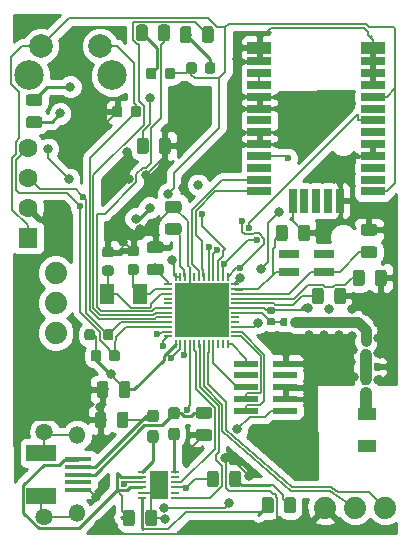
<source format=gbr>
G04 #@! TF.GenerationSoftware,KiCad,Pcbnew,(5.0.1)-rc2*
G04 #@! TF.CreationDate,2019-03-09T02:30:10-07:00*
G04 #@! TF.ProjectId,GPSLogger,4750534C6F676765722E6B696361645F,rev?*
G04 #@! TF.SameCoordinates,Original*
G04 #@! TF.FileFunction,Copper,L1,Top,Signal*
G04 #@! TF.FilePolarity,Positive*
%FSLAX46Y46*%
G04 Gerber Fmt 4.6, Leading zero omitted, Abs format (unit mm)*
G04 Created by KiCad (PCBNEW (5.0.1)-rc2) date 3/9/2019 2:30:10 AM*
%MOMM*%
%LPD*%
G01*
G04 APERTURE LIST*
G04 #@! TA.AperFunction,Conductor*
%ADD10C,0.100000*%
G04 #@! TD*
G04 #@! TA.AperFunction,SMDPad,CuDef*
%ADD11C,0.975000*%
G04 #@! TD*
G04 #@! TA.AperFunction,ComponentPad*
%ADD12C,1.879600*%
G04 #@! TD*
G04 #@! TA.AperFunction,SMDPad,CuDef*
%ADD13R,0.700000X2.000000*%
G04 #@! TD*
G04 #@! TA.AperFunction,SMDPad,CuDef*
%ADD14R,2.000000X0.700000*%
G04 #@! TD*
G04 #@! TA.AperFunction,SMDPad,CuDef*
%ADD15R,2.000000X1.000000*%
G04 #@! TD*
G04 #@! TA.AperFunction,SMDPad,CuDef*
%ADD16R,4.660000X4.660000*%
G04 #@! TD*
G04 #@! TA.AperFunction,SMDPad,CuDef*
%ADD17R,0.680000X0.250000*%
G04 #@! TD*
G04 #@! TA.AperFunction,SMDPad,CuDef*
%ADD18R,0.250000X0.680000*%
G04 #@! TD*
G04 #@! TA.AperFunction,ComponentPad*
%ADD19C,1.600000*%
G04 #@! TD*
G04 #@! TA.AperFunction,ComponentPad*
%ADD20R,1.600000X1.700000*%
G04 #@! TD*
G04 #@! TA.AperFunction,SMDPad,CuDef*
%ADD21R,2.000000X0.500000*%
G04 #@! TD*
G04 #@! TA.AperFunction,SMDPad,CuDef*
%ADD22C,0.875000*%
G04 #@! TD*
G04 #@! TA.AperFunction,SMDPad,CuDef*
%ADD23R,1.800000X0.800000*%
G04 #@! TD*
G04 #@! TA.AperFunction,WasherPad*
%ADD24C,2.500000*%
G04 #@! TD*
G04 #@! TA.AperFunction,ComponentPad*
%ADD25C,2.000000*%
G04 #@! TD*
G04 #@! TA.AperFunction,SMDPad,CuDef*
%ADD26R,1.600000X1.000000*%
G04 #@! TD*
G04 #@! TA.AperFunction,SMDPad,CuDef*
%ADD27C,0.590000*%
G04 #@! TD*
G04 #@! TA.AperFunction,ComponentPad*
%ADD28O,1.350000X1.500000*%
G04 #@! TD*
G04 #@! TA.AperFunction,SMDPad,CuDef*
%ADD29R,2.500000X1.430000*%
G04 #@! TD*
G04 #@! TA.AperFunction,ComponentPad*
%ADD30O,1.500000X1.350000*%
G04 #@! TD*
G04 #@! TA.AperFunction,SMDPad,CuDef*
%ADD31R,2.250000X0.400000*%
G04 #@! TD*
G04 #@! TA.AperFunction,SMDPad,CuDef*
%ADD32C,0.950000*%
G04 #@! TD*
G04 #@! TA.AperFunction,ComponentPad*
%ADD33C,0.500000*%
G04 #@! TD*
G04 #@! TA.AperFunction,SMDPad,CuDef*
%ADD34R,0.700000X0.250000*%
G04 #@! TD*
G04 #@! TA.AperFunction,SMDPad,CuDef*
%ADD35R,1.650000X2.380000*%
G04 #@! TD*
G04 #@! TA.AperFunction,SMDPad,CuDef*
%ADD36R,1.300000X1.800000*%
G04 #@! TD*
G04 #@! TA.AperFunction,ViaPad*
%ADD37C,0.800000*%
G04 #@! TD*
G04 #@! TA.AperFunction,ViaPad*
%ADD38C,0.600000*%
G04 #@! TD*
G04 #@! TA.AperFunction,Conductor*
%ADD39C,1.000000*%
G04 #@! TD*
G04 #@! TA.AperFunction,Conductor*
%ADD40C,0.250000*%
G04 #@! TD*
G04 #@! TA.AperFunction,Conductor*
%ADD41C,0.200000*%
G04 #@! TD*
G04 #@! TA.AperFunction,Conductor*
%ADD42C,0.152400*%
G04 #@! TD*
G04 #@! TA.AperFunction,Conductor*
%ADD43C,0.900000*%
G04 #@! TD*
G04 #@! TA.AperFunction,Conductor*
%ADD44C,0.254000*%
G04 #@! TD*
G04 APERTURE END LIST*
D10*
G04 #@! TO.N,BattRtn*
G04 #@! TO.C,C29*
G36*
X211046142Y-56506674D02*
X211069803Y-56510184D01*
X211093007Y-56515996D01*
X211115529Y-56524054D01*
X211137153Y-56534282D01*
X211157670Y-56546579D01*
X211176883Y-56560829D01*
X211194607Y-56576893D01*
X211210671Y-56594617D01*
X211224921Y-56613830D01*
X211237218Y-56634347D01*
X211247446Y-56655971D01*
X211255504Y-56678493D01*
X211261316Y-56701697D01*
X211264826Y-56725358D01*
X211266000Y-56749250D01*
X211266000Y-57236750D01*
X211264826Y-57260642D01*
X211261316Y-57284303D01*
X211255504Y-57307507D01*
X211247446Y-57330029D01*
X211237218Y-57351653D01*
X211224921Y-57372170D01*
X211210671Y-57391383D01*
X211194607Y-57409107D01*
X211176883Y-57425171D01*
X211157670Y-57439421D01*
X211137153Y-57451718D01*
X211115529Y-57461946D01*
X211093007Y-57470004D01*
X211069803Y-57475816D01*
X211046142Y-57479326D01*
X211022250Y-57480500D01*
X210109750Y-57480500D01*
X210085858Y-57479326D01*
X210062197Y-57475816D01*
X210038993Y-57470004D01*
X210016471Y-57461946D01*
X209994847Y-57451718D01*
X209974330Y-57439421D01*
X209955117Y-57425171D01*
X209937393Y-57409107D01*
X209921329Y-57391383D01*
X209907079Y-57372170D01*
X209894782Y-57351653D01*
X209884554Y-57330029D01*
X209876496Y-57307507D01*
X209870684Y-57284303D01*
X209867174Y-57260642D01*
X209866000Y-57236750D01*
X209866000Y-56749250D01*
X209867174Y-56725358D01*
X209870684Y-56701697D01*
X209876496Y-56678493D01*
X209884554Y-56655971D01*
X209894782Y-56634347D01*
X209907079Y-56613830D01*
X209921329Y-56594617D01*
X209937393Y-56576893D01*
X209955117Y-56560829D01*
X209974330Y-56546579D01*
X209994847Y-56534282D01*
X210016471Y-56524054D01*
X210038993Y-56515996D01*
X210062197Y-56510184D01*
X210085858Y-56506674D01*
X210109750Y-56505500D01*
X211022250Y-56505500D01*
X211046142Y-56506674D01*
X211046142Y-56506674D01*
G37*
D11*
G04 #@! TD*
G04 #@! TO.P,C29,2*
G04 #@! TO.N,BattRtn*
X210566000Y-56993000D03*
D10*
G04 #@! TO.N,Net-(C29-Pad1)*
G04 #@! TO.C,C29*
G36*
X211046142Y-54631674D02*
X211069803Y-54635184D01*
X211093007Y-54640996D01*
X211115529Y-54649054D01*
X211137153Y-54659282D01*
X211157670Y-54671579D01*
X211176883Y-54685829D01*
X211194607Y-54701893D01*
X211210671Y-54719617D01*
X211224921Y-54738830D01*
X211237218Y-54759347D01*
X211247446Y-54780971D01*
X211255504Y-54803493D01*
X211261316Y-54826697D01*
X211264826Y-54850358D01*
X211266000Y-54874250D01*
X211266000Y-55361750D01*
X211264826Y-55385642D01*
X211261316Y-55409303D01*
X211255504Y-55432507D01*
X211247446Y-55455029D01*
X211237218Y-55476653D01*
X211224921Y-55497170D01*
X211210671Y-55516383D01*
X211194607Y-55534107D01*
X211176883Y-55550171D01*
X211157670Y-55564421D01*
X211137153Y-55576718D01*
X211115529Y-55586946D01*
X211093007Y-55595004D01*
X211069803Y-55600816D01*
X211046142Y-55604326D01*
X211022250Y-55605500D01*
X210109750Y-55605500D01*
X210085858Y-55604326D01*
X210062197Y-55600816D01*
X210038993Y-55595004D01*
X210016471Y-55586946D01*
X209994847Y-55576718D01*
X209974330Y-55564421D01*
X209955117Y-55550171D01*
X209937393Y-55534107D01*
X209921329Y-55516383D01*
X209907079Y-55497170D01*
X209894782Y-55476653D01*
X209884554Y-55455029D01*
X209876496Y-55432507D01*
X209870684Y-55409303D01*
X209867174Y-55385642D01*
X209866000Y-55361750D01*
X209866000Y-54874250D01*
X209867174Y-54850358D01*
X209870684Y-54826697D01*
X209876496Y-54803493D01*
X209884554Y-54780971D01*
X209894782Y-54759347D01*
X209907079Y-54738830D01*
X209921329Y-54719617D01*
X209937393Y-54701893D01*
X209955117Y-54685829D01*
X209974330Y-54671579D01*
X209994847Y-54659282D01*
X210016471Y-54649054D01*
X210038993Y-54640996D01*
X210062197Y-54635184D01*
X210085858Y-54631674D01*
X210109750Y-54630500D01*
X211022250Y-54630500D01*
X211046142Y-54631674D01*
X211046142Y-54631674D01*
G37*
D11*
G04 #@! TD*
G04 #@! TO.P,C29,1*
G04 #@! TO.N,Net-(C29-Pad1)*
X210566000Y-55118000D03*
D12*
G04 #@! TO.P,J1,3*
G04 #@! TO.N,/Debug_Tx*
X225907600Y-63144400D03*
G04 #@! TO.P,J1,2*
G04 #@! TO.N,/Debug_Rx*
X223367600Y-63144400D03*
G04 #@! TO.P,J1,1*
G04 #@! TO.N,BattRtn*
X220827600Y-63144400D03*
G04 #@! TD*
D13*
G04 #@! TO.P,U1,28*
G04 #@! TO.N,N/C*
X219065000Y-37164800D03*
G04 #@! TO.P,U1,29*
G04 #@! TO.N,/GPS_TimePulse*
X220065000Y-37164800D03*
G04 #@! TO.P,U1,30*
G04 #@! TO.N,Net-(U1-Pad30)*
X221065000Y-37164800D03*
G04 #@! TO.P,U1,31*
G04 #@! TO.N,BattRtn*
X222065000Y-37164800D03*
G04 #@! TO.P,U1,27*
X218065000Y-37164800D03*
D14*
G04 #@! TO.P,U1,1*
G04 #@! TO.N,Vdd*
X224865000Y-36364800D03*
G04 #@! TO.P,U1,2*
G04 #@! TO.N,N/C*
X224865000Y-35364800D03*
G04 #@! TO.P,U1,3*
X224865000Y-34364800D03*
G04 #@! TO.P,U1,4*
G04 #@! TO.N,BattRtn*
X224865000Y-33364800D03*
G04 #@! TO.P,U1,5*
X224865000Y-32364800D03*
G04 #@! TO.P,U1,6*
G04 #@! TO.N,N/C*
X224865000Y-31364800D03*
G04 #@! TO.P,U1,7*
G04 #@! TO.N,/GPS_ExtInt*
X224865000Y-30364800D03*
G04 #@! TO.P,U1,8*
G04 #@! TO.N,Net-(U1-Pad8)*
X224865000Y-29364800D03*
G04 #@! TO.P,U1,9*
G04 #@! TO.N,Vdd*
X224865000Y-28364800D03*
G04 #@! TO.P,U1,10*
G04 #@! TO.N,BattRtn*
X224865000Y-27364800D03*
G04 #@! TO.P,U1,15*
X215265000Y-25364800D03*
G04 #@! TO.P,U1,16*
G04 #@! TO.N,Net-(U1-Pad16)*
X215265000Y-26364800D03*
G04 #@! TO.P,U1,17*
X215265000Y-27364800D03*
G04 #@! TO.P,U1,18*
G04 #@! TO.N,BattRtn*
X215265000Y-28364800D03*
G04 #@! TO.P,U1,19*
X215265000Y-29364800D03*
G04 #@! TO.P,U1,20*
G04 #@! TO.N,N/C*
X215265000Y-30364800D03*
G04 #@! TO.P,U1,21*
G04 #@! TO.N,BattRtn*
X215265000Y-31364800D03*
G04 #@! TO.P,U1,22*
X215265000Y-32364800D03*
G04 #@! TO.P,U1,23*
G04 #@! TO.N,/GPS_Reset*
X215265000Y-33364800D03*
G04 #@! TO.P,U1,24*
G04 #@! TO.N,N/C*
X215265000Y-34364800D03*
G04 #@! TO.P,U1,25*
G04 #@! TO.N,/GPS_Tx*
X215265000Y-35364800D03*
G04 #@! TO.P,U1,26*
G04 #@! TO.N,/GPS_Rx*
X215265000Y-36364800D03*
G04 #@! TO.P,U1,11*
G04 #@! TO.N,BattRtn*
X224865000Y-26364800D03*
G04 #@! TO.P,U1,12*
X224865000Y-25364800D03*
D15*
G04 #@! TO.P,U1,14*
X215265000Y-24214800D03*
G04 #@! TO.P,U1,13*
X224865000Y-24214800D03*
G04 #@! TD*
D10*
G04 #@! TO.N,BattRtn*
G04 #@! TO.C,C1*
G36*
X202250142Y-52441174D02*
X202273803Y-52444684D01*
X202297007Y-52450496D01*
X202319529Y-52458554D01*
X202341153Y-52468782D01*
X202361670Y-52481079D01*
X202380883Y-52495329D01*
X202398607Y-52511393D01*
X202414671Y-52529117D01*
X202428921Y-52548330D01*
X202441218Y-52568847D01*
X202451446Y-52590471D01*
X202459504Y-52612993D01*
X202465316Y-52636197D01*
X202468826Y-52659858D01*
X202470000Y-52683750D01*
X202470000Y-53596250D01*
X202468826Y-53620142D01*
X202465316Y-53643803D01*
X202459504Y-53667007D01*
X202451446Y-53689529D01*
X202441218Y-53711153D01*
X202428921Y-53731670D01*
X202414671Y-53750883D01*
X202398607Y-53768607D01*
X202380883Y-53784671D01*
X202361670Y-53798921D01*
X202341153Y-53811218D01*
X202319529Y-53821446D01*
X202297007Y-53829504D01*
X202273803Y-53835316D01*
X202250142Y-53838826D01*
X202226250Y-53840000D01*
X201738750Y-53840000D01*
X201714858Y-53838826D01*
X201691197Y-53835316D01*
X201667993Y-53829504D01*
X201645471Y-53821446D01*
X201623847Y-53811218D01*
X201603330Y-53798921D01*
X201584117Y-53784671D01*
X201566393Y-53768607D01*
X201550329Y-53750883D01*
X201536079Y-53731670D01*
X201523782Y-53711153D01*
X201513554Y-53689529D01*
X201505496Y-53667007D01*
X201499684Y-53643803D01*
X201496174Y-53620142D01*
X201495000Y-53596250D01*
X201495000Y-52683750D01*
X201496174Y-52659858D01*
X201499684Y-52636197D01*
X201505496Y-52612993D01*
X201513554Y-52590471D01*
X201523782Y-52568847D01*
X201536079Y-52548330D01*
X201550329Y-52529117D01*
X201566393Y-52511393D01*
X201584117Y-52495329D01*
X201603330Y-52481079D01*
X201623847Y-52468782D01*
X201645471Y-52458554D01*
X201667993Y-52450496D01*
X201691197Y-52444684D01*
X201714858Y-52441174D01*
X201738750Y-52440000D01*
X202226250Y-52440000D01*
X202250142Y-52441174D01*
X202250142Y-52441174D01*
G37*
D11*
G04 #@! TD*
G04 #@! TO.P,C1,2*
G04 #@! TO.N,BattRtn*
X201982500Y-53140000D03*
D10*
G04 #@! TO.N,Vdd*
G04 #@! TO.C,C1*
G36*
X204125142Y-52441174D02*
X204148803Y-52444684D01*
X204172007Y-52450496D01*
X204194529Y-52458554D01*
X204216153Y-52468782D01*
X204236670Y-52481079D01*
X204255883Y-52495329D01*
X204273607Y-52511393D01*
X204289671Y-52529117D01*
X204303921Y-52548330D01*
X204316218Y-52568847D01*
X204326446Y-52590471D01*
X204334504Y-52612993D01*
X204340316Y-52636197D01*
X204343826Y-52659858D01*
X204345000Y-52683750D01*
X204345000Y-53596250D01*
X204343826Y-53620142D01*
X204340316Y-53643803D01*
X204334504Y-53667007D01*
X204326446Y-53689529D01*
X204316218Y-53711153D01*
X204303921Y-53731670D01*
X204289671Y-53750883D01*
X204273607Y-53768607D01*
X204255883Y-53784671D01*
X204236670Y-53798921D01*
X204216153Y-53811218D01*
X204194529Y-53821446D01*
X204172007Y-53829504D01*
X204148803Y-53835316D01*
X204125142Y-53838826D01*
X204101250Y-53840000D01*
X203613750Y-53840000D01*
X203589858Y-53838826D01*
X203566197Y-53835316D01*
X203542993Y-53829504D01*
X203520471Y-53821446D01*
X203498847Y-53811218D01*
X203478330Y-53798921D01*
X203459117Y-53784671D01*
X203441393Y-53768607D01*
X203425329Y-53750883D01*
X203411079Y-53731670D01*
X203398782Y-53711153D01*
X203388554Y-53689529D01*
X203380496Y-53667007D01*
X203374684Y-53643803D01*
X203371174Y-53620142D01*
X203370000Y-53596250D01*
X203370000Y-52683750D01*
X203371174Y-52659858D01*
X203374684Y-52636197D01*
X203380496Y-52612993D01*
X203388554Y-52590471D01*
X203398782Y-52568847D01*
X203411079Y-52548330D01*
X203425329Y-52529117D01*
X203441393Y-52511393D01*
X203459117Y-52495329D01*
X203478330Y-52481079D01*
X203498847Y-52468782D01*
X203520471Y-52458554D01*
X203542993Y-52450496D01*
X203566197Y-52444684D01*
X203589858Y-52441174D01*
X203613750Y-52440000D01*
X204101250Y-52440000D01*
X204125142Y-52441174D01*
X204125142Y-52441174D01*
G37*
D11*
G04 #@! TD*
G04 #@! TO.P,C1,1*
G04 #@! TO.N,Vdd*
X203857500Y-53140000D03*
D10*
G04 #@! TO.N,BattRtn*
G04 #@! TO.C,C7*
G36*
X206931342Y-40610874D02*
X206955003Y-40614384D01*
X206978207Y-40620196D01*
X207000729Y-40628254D01*
X207022353Y-40638482D01*
X207042870Y-40650779D01*
X207062083Y-40665029D01*
X207079807Y-40681093D01*
X207095871Y-40698817D01*
X207110121Y-40718030D01*
X207122418Y-40738547D01*
X207132646Y-40760171D01*
X207140704Y-40782693D01*
X207146516Y-40805897D01*
X207150026Y-40829558D01*
X207151200Y-40853450D01*
X207151200Y-41340950D01*
X207150026Y-41364842D01*
X207146516Y-41388503D01*
X207140704Y-41411707D01*
X207132646Y-41434229D01*
X207122418Y-41455853D01*
X207110121Y-41476370D01*
X207095871Y-41495583D01*
X207079807Y-41513307D01*
X207062083Y-41529371D01*
X207042870Y-41543621D01*
X207022353Y-41555918D01*
X207000729Y-41566146D01*
X206978207Y-41574204D01*
X206955003Y-41580016D01*
X206931342Y-41583526D01*
X206907450Y-41584700D01*
X205994950Y-41584700D01*
X205971058Y-41583526D01*
X205947397Y-41580016D01*
X205924193Y-41574204D01*
X205901671Y-41566146D01*
X205880047Y-41555918D01*
X205859530Y-41543621D01*
X205840317Y-41529371D01*
X205822593Y-41513307D01*
X205806529Y-41495583D01*
X205792279Y-41476370D01*
X205779982Y-41455853D01*
X205769754Y-41434229D01*
X205761696Y-41411707D01*
X205755884Y-41388503D01*
X205752374Y-41364842D01*
X205751200Y-41340950D01*
X205751200Y-40853450D01*
X205752374Y-40829558D01*
X205755884Y-40805897D01*
X205761696Y-40782693D01*
X205769754Y-40760171D01*
X205779982Y-40738547D01*
X205792279Y-40718030D01*
X205806529Y-40698817D01*
X205822593Y-40681093D01*
X205840317Y-40665029D01*
X205859530Y-40650779D01*
X205880047Y-40638482D01*
X205901671Y-40628254D01*
X205924193Y-40620196D01*
X205947397Y-40614384D01*
X205971058Y-40610874D01*
X205994950Y-40609700D01*
X206907450Y-40609700D01*
X206931342Y-40610874D01*
X206931342Y-40610874D01*
G37*
D11*
G04 #@! TD*
G04 #@! TO.P,C7,2*
G04 #@! TO.N,BattRtn*
X206451200Y-41097200D03*
D10*
G04 #@! TO.N,/DEC1*
G04 #@! TO.C,C7*
G36*
X206931342Y-42485874D02*
X206955003Y-42489384D01*
X206978207Y-42495196D01*
X207000729Y-42503254D01*
X207022353Y-42513482D01*
X207042870Y-42525779D01*
X207062083Y-42540029D01*
X207079807Y-42556093D01*
X207095871Y-42573817D01*
X207110121Y-42593030D01*
X207122418Y-42613547D01*
X207132646Y-42635171D01*
X207140704Y-42657693D01*
X207146516Y-42680897D01*
X207150026Y-42704558D01*
X207151200Y-42728450D01*
X207151200Y-43215950D01*
X207150026Y-43239842D01*
X207146516Y-43263503D01*
X207140704Y-43286707D01*
X207132646Y-43309229D01*
X207122418Y-43330853D01*
X207110121Y-43351370D01*
X207095871Y-43370583D01*
X207079807Y-43388307D01*
X207062083Y-43404371D01*
X207042870Y-43418621D01*
X207022353Y-43430918D01*
X207000729Y-43441146D01*
X206978207Y-43449204D01*
X206955003Y-43455016D01*
X206931342Y-43458526D01*
X206907450Y-43459700D01*
X205994950Y-43459700D01*
X205971058Y-43458526D01*
X205947397Y-43455016D01*
X205924193Y-43449204D01*
X205901671Y-43441146D01*
X205880047Y-43430918D01*
X205859530Y-43418621D01*
X205840317Y-43404371D01*
X205822593Y-43388307D01*
X205806529Y-43370583D01*
X205792279Y-43351370D01*
X205779982Y-43330853D01*
X205769754Y-43309229D01*
X205761696Y-43286707D01*
X205755884Y-43263503D01*
X205752374Y-43239842D01*
X205751200Y-43215950D01*
X205751200Y-42728450D01*
X205752374Y-42704558D01*
X205755884Y-42680897D01*
X205761696Y-42657693D01*
X205769754Y-42635171D01*
X205779982Y-42613547D01*
X205792279Y-42593030D01*
X205806529Y-42573817D01*
X205822593Y-42556093D01*
X205840317Y-42540029D01*
X205859530Y-42525779D01*
X205880047Y-42513482D01*
X205901671Y-42503254D01*
X205924193Y-42495196D01*
X205947397Y-42489384D01*
X205971058Y-42485874D01*
X205994950Y-42484700D01*
X206907450Y-42484700D01*
X206931342Y-42485874D01*
X206931342Y-42485874D01*
G37*
D11*
G04 #@! TD*
G04 #@! TO.P,C7,1*
G04 #@! TO.N,/DEC1*
X206451200Y-42972200D03*
D10*
G04 #@! TO.N,BattRtn*
G04 #@! TO.C,C8*
G36*
X222360642Y-44513174D02*
X222384303Y-44516684D01*
X222407507Y-44522496D01*
X222430029Y-44530554D01*
X222451653Y-44540782D01*
X222472170Y-44553079D01*
X222491383Y-44567329D01*
X222509107Y-44583393D01*
X222525171Y-44601117D01*
X222539421Y-44620330D01*
X222551718Y-44640847D01*
X222561946Y-44662471D01*
X222570004Y-44684993D01*
X222575816Y-44708197D01*
X222579326Y-44731858D01*
X222580500Y-44755750D01*
X222580500Y-45668250D01*
X222579326Y-45692142D01*
X222575816Y-45715803D01*
X222570004Y-45739007D01*
X222561946Y-45761529D01*
X222551718Y-45783153D01*
X222539421Y-45803670D01*
X222525171Y-45822883D01*
X222509107Y-45840607D01*
X222491383Y-45856671D01*
X222472170Y-45870921D01*
X222451653Y-45883218D01*
X222430029Y-45893446D01*
X222407507Y-45901504D01*
X222384303Y-45907316D01*
X222360642Y-45910826D01*
X222336750Y-45912000D01*
X221849250Y-45912000D01*
X221825358Y-45910826D01*
X221801697Y-45907316D01*
X221778493Y-45901504D01*
X221755971Y-45893446D01*
X221734347Y-45883218D01*
X221713830Y-45870921D01*
X221694617Y-45856671D01*
X221676893Y-45840607D01*
X221660829Y-45822883D01*
X221646579Y-45803670D01*
X221634282Y-45783153D01*
X221624054Y-45761529D01*
X221615996Y-45739007D01*
X221610184Y-45715803D01*
X221606674Y-45692142D01*
X221605500Y-45668250D01*
X221605500Y-44755750D01*
X221606674Y-44731858D01*
X221610184Y-44708197D01*
X221615996Y-44684993D01*
X221624054Y-44662471D01*
X221634282Y-44640847D01*
X221646579Y-44620330D01*
X221660829Y-44601117D01*
X221676893Y-44583393D01*
X221694617Y-44567329D01*
X221713830Y-44553079D01*
X221734347Y-44540782D01*
X221755971Y-44530554D01*
X221778493Y-44522496D01*
X221801697Y-44516684D01*
X221825358Y-44513174D01*
X221849250Y-44512000D01*
X222336750Y-44512000D01*
X222360642Y-44513174D01*
X222360642Y-44513174D01*
G37*
D11*
G04 #@! TD*
G04 #@! TO.P,C8,2*
G04 #@! TO.N,BattRtn*
X222093000Y-45212000D03*
D10*
G04 #@! TO.N,/DEC2*
G04 #@! TO.C,C8*
G36*
X220485642Y-44513174D02*
X220509303Y-44516684D01*
X220532507Y-44522496D01*
X220555029Y-44530554D01*
X220576653Y-44540782D01*
X220597170Y-44553079D01*
X220616383Y-44567329D01*
X220634107Y-44583393D01*
X220650171Y-44601117D01*
X220664421Y-44620330D01*
X220676718Y-44640847D01*
X220686946Y-44662471D01*
X220695004Y-44684993D01*
X220700816Y-44708197D01*
X220704326Y-44731858D01*
X220705500Y-44755750D01*
X220705500Y-45668250D01*
X220704326Y-45692142D01*
X220700816Y-45715803D01*
X220695004Y-45739007D01*
X220686946Y-45761529D01*
X220676718Y-45783153D01*
X220664421Y-45803670D01*
X220650171Y-45822883D01*
X220634107Y-45840607D01*
X220616383Y-45856671D01*
X220597170Y-45870921D01*
X220576653Y-45883218D01*
X220555029Y-45893446D01*
X220532507Y-45901504D01*
X220509303Y-45907316D01*
X220485642Y-45910826D01*
X220461750Y-45912000D01*
X219974250Y-45912000D01*
X219950358Y-45910826D01*
X219926697Y-45907316D01*
X219903493Y-45901504D01*
X219880971Y-45893446D01*
X219859347Y-45883218D01*
X219838830Y-45870921D01*
X219819617Y-45856671D01*
X219801893Y-45840607D01*
X219785829Y-45822883D01*
X219771579Y-45803670D01*
X219759282Y-45783153D01*
X219749054Y-45761529D01*
X219740996Y-45739007D01*
X219735184Y-45715803D01*
X219731674Y-45692142D01*
X219730500Y-45668250D01*
X219730500Y-44755750D01*
X219731674Y-44731858D01*
X219735184Y-44708197D01*
X219740996Y-44684993D01*
X219749054Y-44662471D01*
X219759282Y-44640847D01*
X219771579Y-44620330D01*
X219785829Y-44601117D01*
X219801893Y-44583393D01*
X219819617Y-44567329D01*
X219838830Y-44553079D01*
X219859347Y-44540782D01*
X219880971Y-44530554D01*
X219903493Y-44522496D01*
X219926697Y-44516684D01*
X219950358Y-44513174D01*
X219974250Y-44512000D01*
X220461750Y-44512000D01*
X220485642Y-44513174D01*
X220485642Y-44513174D01*
G37*
D11*
G04 #@! TD*
G04 #@! TO.P,C8,1*
G04 #@! TO.N,/DEC2*
X220218000Y-45212000D03*
D10*
G04 #@! TO.N,BattRtn*
G04 #@! TO.C,C9*
G36*
X225819642Y-42989174D02*
X225843303Y-42992684D01*
X225866507Y-42998496D01*
X225889029Y-43006554D01*
X225910653Y-43016782D01*
X225931170Y-43029079D01*
X225950383Y-43043329D01*
X225968107Y-43059393D01*
X225984171Y-43077117D01*
X225998421Y-43096330D01*
X226010718Y-43116847D01*
X226020946Y-43138471D01*
X226029004Y-43160993D01*
X226034816Y-43184197D01*
X226038326Y-43207858D01*
X226039500Y-43231750D01*
X226039500Y-44144250D01*
X226038326Y-44168142D01*
X226034816Y-44191803D01*
X226029004Y-44215007D01*
X226020946Y-44237529D01*
X226010718Y-44259153D01*
X225998421Y-44279670D01*
X225984171Y-44298883D01*
X225968107Y-44316607D01*
X225950383Y-44332671D01*
X225931170Y-44346921D01*
X225910653Y-44359218D01*
X225889029Y-44369446D01*
X225866507Y-44377504D01*
X225843303Y-44383316D01*
X225819642Y-44386826D01*
X225795750Y-44388000D01*
X225308250Y-44388000D01*
X225284358Y-44386826D01*
X225260697Y-44383316D01*
X225237493Y-44377504D01*
X225214971Y-44369446D01*
X225193347Y-44359218D01*
X225172830Y-44346921D01*
X225153617Y-44332671D01*
X225135893Y-44316607D01*
X225119829Y-44298883D01*
X225105579Y-44279670D01*
X225093282Y-44259153D01*
X225083054Y-44237529D01*
X225074996Y-44215007D01*
X225069184Y-44191803D01*
X225065674Y-44168142D01*
X225064500Y-44144250D01*
X225064500Y-43231750D01*
X225065674Y-43207858D01*
X225069184Y-43184197D01*
X225074996Y-43160993D01*
X225083054Y-43138471D01*
X225093282Y-43116847D01*
X225105579Y-43096330D01*
X225119829Y-43077117D01*
X225135893Y-43059393D01*
X225153617Y-43043329D01*
X225172830Y-43029079D01*
X225193347Y-43016782D01*
X225214971Y-43006554D01*
X225237493Y-42998496D01*
X225260697Y-42992684D01*
X225284358Y-42989174D01*
X225308250Y-42988000D01*
X225795750Y-42988000D01*
X225819642Y-42989174D01*
X225819642Y-42989174D01*
G37*
D11*
G04 #@! TD*
G04 #@! TO.P,C9,2*
G04 #@! TO.N,BattRtn*
X225552000Y-43688000D03*
D10*
G04 #@! TO.N,/DEC3*
G04 #@! TO.C,C9*
G36*
X223944642Y-42989174D02*
X223968303Y-42992684D01*
X223991507Y-42998496D01*
X224014029Y-43006554D01*
X224035653Y-43016782D01*
X224056170Y-43029079D01*
X224075383Y-43043329D01*
X224093107Y-43059393D01*
X224109171Y-43077117D01*
X224123421Y-43096330D01*
X224135718Y-43116847D01*
X224145946Y-43138471D01*
X224154004Y-43160993D01*
X224159816Y-43184197D01*
X224163326Y-43207858D01*
X224164500Y-43231750D01*
X224164500Y-44144250D01*
X224163326Y-44168142D01*
X224159816Y-44191803D01*
X224154004Y-44215007D01*
X224145946Y-44237529D01*
X224135718Y-44259153D01*
X224123421Y-44279670D01*
X224109171Y-44298883D01*
X224093107Y-44316607D01*
X224075383Y-44332671D01*
X224056170Y-44346921D01*
X224035653Y-44359218D01*
X224014029Y-44369446D01*
X223991507Y-44377504D01*
X223968303Y-44383316D01*
X223944642Y-44386826D01*
X223920750Y-44388000D01*
X223433250Y-44388000D01*
X223409358Y-44386826D01*
X223385697Y-44383316D01*
X223362493Y-44377504D01*
X223339971Y-44369446D01*
X223318347Y-44359218D01*
X223297830Y-44346921D01*
X223278617Y-44332671D01*
X223260893Y-44316607D01*
X223244829Y-44298883D01*
X223230579Y-44279670D01*
X223218282Y-44259153D01*
X223208054Y-44237529D01*
X223199996Y-44215007D01*
X223194184Y-44191803D01*
X223190674Y-44168142D01*
X223189500Y-44144250D01*
X223189500Y-43231750D01*
X223190674Y-43207858D01*
X223194184Y-43184197D01*
X223199996Y-43160993D01*
X223208054Y-43138471D01*
X223218282Y-43116847D01*
X223230579Y-43096330D01*
X223244829Y-43077117D01*
X223260893Y-43059393D01*
X223278617Y-43043329D01*
X223297830Y-43029079D01*
X223318347Y-43016782D01*
X223339971Y-43006554D01*
X223362493Y-42998496D01*
X223385697Y-42992684D01*
X223409358Y-42989174D01*
X223433250Y-42988000D01*
X223920750Y-42988000D01*
X223944642Y-42989174D01*
X223944642Y-42989174D01*
G37*
D11*
G04 #@! TD*
G04 #@! TO.P,C9,1*
G04 #@! TO.N,/DEC3*
X223677000Y-43688000D03*
D10*
G04 #@! TO.N,BattRtn*
G04 #@! TO.C,C10*
G36*
X208450142Y-37183674D02*
X208473803Y-37187184D01*
X208497007Y-37192996D01*
X208519529Y-37201054D01*
X208541153Y-37211282D01*
X208561670Y-37223579D01*
X208580883Y-37237829D01*
X208598607Y-37253893D01*
X208614671Y-37271617D01*
X208628921Y-37290830D01*
X208641218Y-37311347D01*
X208651446Y-37332971D01*
X208659504Y-37355493D01*
X208665316Y-37378697D01*
X208668826Y-37402358D01*
X208670000Y-37426250D01*
X208670000Y-37913750D01*
X208668826Y-37937642D01*
X208665316Y-37961303D01*
X208659504Y-37984507D01*
X208651446Y-38007029D01*
X208641218Y-38028653D01*
X208628921Y-38049170D01*
X208614671Y-38068383D01*
X208598607Y-38086107D01*
X208580883Y-38102171D01*
X208561670Y-38116421D01*
X208541153Y-38128718D01*
X208519529Y-38138946D01*
X208497007Y-38147004D01*
X208473803Y-38152816D01*
X208450142Y-38156326D01*
X208426250Y-38157500D01*
X207513750Y-38157500D01*
X207489858Y-38156326D01*
X207466197Y-38152816D01*
X207442993Y-38147004D01*
X207420471Y-38138946D01*
X207398847Y-38128718D01*
X207378330Y-38116421D01*
X207359117Y-38102171D01*
X207341393Y-38086107D01*
X207325329Y-38068383D01*
X207311079Y-38049170D01*
X207298782Y-38028653D01*
X207288554Y-38007029D01*
X207280496Y-37984507D01*
X207274684Y-37961303D01*
X207271174Y-37937642D01*
X207270000Y-37913750D01*
X207270000Y-37426250D01*
X207271174Y-37402358D01*
X207274684Y-37378697D01*
X207280496Y-37355493D01*
X207288554Y-37332971D01*
X207298782Y-37311347D01*
X207311079Y-37290830D01*
X207325329Y-37271617D01*
X207341393Y-37253893D01*
X207359117Y-37237829D01*
X207378330Y-37223579D01*
X207398847Y-37211282D01*
X207420471Y-37201054D01*
X207442993Y-37192996D01*
X207466197Y-37187184D01*
X207489858Y-37183674D01*
X207513750Y-37182500D01*
X208426250Y-37182500D01*
X208450142Y-37183674D01*
X208450142Y-37183674D01*
G37*
D11*
G04 #@! TD*
G04 #@! TO.P,C10,2*
G04 #@! TO.N,BattRtn*
X207970000Y-37670000D03*
D10*
G04 #@! TO.N,/DEC4*
G04 #@! TO.C,C10*
G36*
X208450142Y-39058674D02*
X208473803Y-39062184D01*
X208497007Y-39067996D01*
X208519529Y-39076054D01*
X208541153Y-39086282D01*
X208561670Y-39098579D01*
X208580883Y-39112829D01*
X208598607Y-39128893D01*
X208614671Y-39146617D01*
X208628921Y-39165830D01*
X208641218Y-39186347D01*
X208651446Y-39207971D01*
X208659504Y-39230493D01*
X208665316Y-39253697D01*
X208668826Y-39277358D01*
X208670000Y-39301250D01*
X208670000Y-39788750D01*
X208668826Y-39812642D01*
X208665316Y-39836303D01*
X208659504Y-39859507D01*
X208651446Y-39882029D01*
X208641218Y-39903653D01*
X208628921Y-39924170D01*
X208614671Y-39943383D01*
X208598607Y-39961107D01*
X208580883Y-39977171D01*
X208561670Y-39991421D01*
X208541153Y-40003718D01*
X208519529Y-40013946D01*
X208497007Y-40022004D01*
X208473803Y-40027816D01*
X208450142Y-40031326D01*
X208426250Y-40032500D01*
X207513750Y-40032500D01*
X207489858Y-40031326D01*
X207466197Y-40027816D01*
X207442993Y-40022004D01*
X207420471Y-40013946D01*
X207398847Y-40003718D01*
X207378330Y-39991421D01*
X207359117Y-39977171D01*
X207341393Y-39961107D01*
X207325329Y-39943383D01*
X207311079Y-39924170D01*
X207298782Y-39903653D01*
X207288554Y-39882029D01*
X207280496Y-39859507D01*
X207274684Y-39836303D01*
X207271174Y-39812642D01*
X207270000Y-39788750D01*
X207270000Y-39301250D01*
X207271174Y-39277358D01*
X207274684Y-39253697D01*
X207280496Y-39230493D01*
X207288554Y-39207971D01*
X207298782Y-39186347D01*
X207311079Y-39165830D01*
X207325329Y-39146617D01*
X207341393Y-39128893D01*
X207359117Y-39112829D01*
X207378330Y-39098579D01*
X207398847Y-39086282D01*
X207420471Y-39076054D01*
X207442993Y-39067996D01*
X207466197Y-39062184D01*
X207489858Y-39058674D01*
X207513750Y-39057500D01*
X208426250Y-39057500D01*
X208450142Y-39058674D01*
X208450142Y-39058674D01*
G37*
D11*
G04 #@! TD*
G04 #@! TO.P,C10,1*
G04 #@! TO.N,/DEC4*
X207970000Y-39545000D03*
D10*
G04 #@! TO.N,LED1_P2*
G04 #@! TO.C,D1*
G36*
X211163842Y-22389774D02*
X211187503Y-22393284D01*
X211210707Y-22399096D01*
X211233229Y-22407154D01*
X211254853Y-22417382D01*
X211275370Y-22429679D01*
X211294583Y-22443929D01*
X211312307Y-22459993D01*
X211328371Y-22477717D01*
X211342621Y-22496930D01*
X211354918Y-22517447D01*
X211365146Y-22539071D01*
X211373204Y-22561593D01*
X211379016Y-22584797D01*
X211382526Y-22608458D01*
X211383700Y-22632350D01*
X211383700Y-23544850D01*
X211382526Y-23568742D01*
X211379016Y-23592403D01*
X211373204Y-23615607D01*
X211365146Y-23638129D01*
X211354918Y-23659753D01*
X211342621Y-23680270D01*
X211328371Y-23699483D01*
X211312307Y-23717207D01*
X211294583Y-23733271D01*
X211275370Y-23747521D01*
X211254853Y-23759818D01*
X211233229Y-23770046D01*
X211210707Y-23778104D01*
X211187503Y-23783916D01*
X211163842Y-23787426D01*
X211139950Y-23788600D01*
X210652450Y-23788600D01*
X210628558Y-23787426D01*
X210604897Y-23783916D01*
X210581693Y-23778104D01*
X210559171Y-23770046D01*
X210537547Y-23759818D01*
X210517030Y-23747521D01*
X210497817Y-23733271D01*
X210480093Y-23717207D01*
X210464029Y-23699483D01*
X210449779Y-23680270D01*
X210437482Y-23659753D01*
X210427254Y-23638129D01*
X210419196Y-23615607D01*
X210413384Y-23592403D01*
X210409874Y-23568742D01*
X210408700Y-23544850D01*
X210408700Y-22632350D01*
X210409874Y-22608458D01*
X210413384Y-22584797D01*
X210419196Y-22561593D01*
X210427254Y-22539071D01*
X210437482Y-22517447D01*
X210449779Y-22496930D01*
X210464029Y-22477717D01*
X210480093Y-22459993D01*
X210497817Y-22443929D01*
X210517030Y-22429679D01*
X210537547Y-22417382D01*
X210559171Y-22407154D01*
X210581693Y-22399096D01*
X210604897Y-22393284D01*
X210628558Y-22389774D01*
X210652450Y-22388600D01*
X211139950Y-22388600D01*
X211163842Y-22389774D01*
X211163842Y-22389774D01*
G37*
D11*
G04 #@! TD*
G04 #@! TO.P,D1,2*
G04 #@! TO.N,LED1_P2*
X210896200Y-23088600D03*
D10*
G04 #@! TO.N,Net-(D1-Pad1)*
G04 #@! TO.C,D1*
G36*
X209288842Y-22389774D02*
X209312503Y-22393284D01*
X209335707Y-22399096D01*
X209358229Y-22407154D01*
X209379853Y-22417382D01*
X209400370Y-22429679D01*
X209419583Y-22443929D01*
X209437307Y-22459993D01*
X209453371Y-22477717D01*
X209467621Y-22496930D01*
X209479918Y-22517447D01*
X209490146Y-22539071D01*
X209498204Y-22561593D01*
X209504016Y-22584797D01*
X209507526Y-22608458D01*
X209508700Y-22632350D01*
X209508700Y-23544850D01*
X209507526Y-23568742D01*
X209504016Y-23592403D01*
X209498204Y-23615607D01*
X209490146Y-23638129D01*
X209479918Y-23659753D01*
X209467621Y-23680270D01*
X209453371Y-23699483D01*
X209437307Y-23717207D01*
X209419583Y-23733271D01*
X209400370Y-23747521D01*
X209379853Y-23759818D01*
X209358229Y-23770046D01*
X209335707Y-23778104D01*
X209312503Y-23783916D01*
X209288842Y-23787426D01*
X209264950Y-23788600D01*
X208777450Y-23788600D01*
X208753558Y-23787426D01*
X208729897Y-23783916D01*
X208706693Y-23778104D01*
X208684171Y-23770046D01*
X208662547Y-23759818D01*
X208642030Y-23747521D01*
X208622817Y-23733271D01*
X208605093Y-23717207D01*
X208589029Y-23699483D01*
X208574779Y-23680270D01*
X208562482Y-23659753D01*
X208552254Y-23638129D01*
X208544196Y-23615607D01*
X208538384Y-23592403D01*
X208534874Y-23568742D01*
X208533700Y-23544850D01*
X208533700Y-22632350D01*
X208534874Y-22608458D01*
X208538384Y-22584797D01*
X208544196Y-22561593D01*
X208552254Y-22539071D01*
X208562482Y-22517447D01*
X208574779Y-22496930D01*
X208589029Y-22477717D01*
X208605093Y-22459993D01*
X208622817Y-22443929D01*
X208642030Y-22429679D01*
X208662547Y-22417382D01*
X208684171Y-22407154D01*
X208706693Y-22399096D01*
X208729897Y-22393284D01*
X208753558Y-22389774D01*
X208777450Y-22388600D01*
X209264950Y-22388600D01*
X209288842Y-22389774D01*
X209288842Y-22389774D01*
G37*
D11*
G04 #@! TD*
G04 #@! TO.P,D1,1*
G04 #@! TO.N,Net-(D1-Pad1)*
X209021200Y-23088600D03*
D10*
G04 #@! TO.N,LED2_P3*
G04 #@! TO.C,D2*
G36*
X207442742Y-22237374D02*
X207466403Y-22240884D01*
X207489607Y-22246696D01*
X207512129Y-22254754D01*
X207533753Y-22264982D01*
X207554270Y-22277279D01*
X207573483Y-22291529D01*
X207591207Y-22307593D01*
X207607271Y-22325317D01*
X207621521Y-22344530D01*
X207633818Y-22365047D01*
X207644046Y-22386671D01*
X207652104Y-22409193D01*
X207657916Y-22432397D01*
X207661426Y-22456058D01*
X207662600Y-22479950D01*
X207662600Y-23392450D01*
X207661426Y-23416342D01*
X207657916Y-23440003D01*
X207652104Y-23463207D01*
X207644046Y-23485729D01*
X207633818Y-23507353D01*
X207621521Y-23527870D01*
X207607271Y-23547083D01*
X207591207Y-23564807D01*
X207573483Y-23580871D01*
X207554270Y-23595121D01*
X207533753Y-23607418D01*
X207512129Y-23617646D01*
X207489607Y-23625704D01*
X207466403Y-23631516D01*
X207442742Y-23635026D01*
X207418850Y-23636200D01*
X206931350Y-23636200D01*
X206907458Y-23635026D01*
X206883797Y-23631516D01*
X206860593Y-23625704D01*
X206838071Y-23617646D01*
X206816447Y-23607418D01*
X206795930Y-23595121D01*
X206776717Y-23580871D01*
X206758993Y-23564807D01*
X206742929Y-23547083D01*
X206728679Y-23527870D01*
X206716382Y-23507353D01*
X206706154Y-23485729D01*
X206698096Y-23463207D01*
X206692284Y-23440003D01*
X206688774Y-23416342D01*
X206687600Y-23392450D01*
X206687600Y-22479950D01*
X206688774Y-22456058D01*
X206692284Y-22432397D01*
X206698096Y-22409193D01*
X206706154Y-22386671D01*
X206716382Y-22365047D01*
X206728679Y-22344530D01*
X206742929Y-22325317D01*
X206758993Y-22307593D01*
X206776717Y-22291529D01*
X206795930Y-22277279D01*
X206816447Y-22264982D01*
X206838071Y-22254754D01*
X206860593Y-22246696D01*
X206883797Y-22240884D01*
X206907458Y-22237374D01*
X206931350Y-22236200D01*
X207418850Y-22236200D01*
X207442742Y-22237374D01*
X207442742Y-22237374D01*
G37*
D11*
G04 #@! TD*
G04 #@! TO.P,D2,2*
G04 #@! TO.N,LED2_P3*
X207175100Y-22936200D03*
D10*
G04 #@! TO.N,Net-(D2-Pad1)*
G04 #@! TO.C,D2*
G36*
X205567742Y-22237374D02*
X205591403Y-22240884D01*
X205614607Y-22246696D01*
X205637129Y-22254754D01*
X205658753Y-22264982D01*
X205679270Y-22277279D01*
X205698483Y-22291529D01*
X205716207Y-22307593D01*
X205732271Y-22325317D01*
X205746521Y-22344530D01*
X205758818Y-22365047D01*
X205769046Y-22386671D01*
X205777104Y-22409193D01*
X205782916Y-22432397D01*
X205786426Y-22456058D01*
X205787600Y-22479950D01*
X205787600Y-23392450D01*
X205786426Y-23416342D01*
X205782916Y-23440003D01*
X205777104Y-23463207D01*
X205769046Y-23485729D01*
X205758818Y-23507353D01*
X205746521Y-23527870D01*
X205732271Y-23547083D01*
X205716207Y-23564807D01*
X205698483Y-23580871D01*
X205679270Y-23595121D01*
X205658753Y-23607418D01*
X205637129Y-23617646D01*
X205614607Y-23625704D01*
X205591403Y-23631516D01*
X205567742Y-23635026D01*
X205543850Y-23636200D01*
X205056350Y-23636200D01*
X205032458Y-23635026D01*
X205008797Y-23631516D01*
X204985593Y-23625704D01*
X204963071Y-23617646D01*
X204941447Y-23607418D01*
X204920930Y-23595121D01*
X204901717Y-23580871D01*
X204883993Y-23564807D01*
X204867929Y-23547083D01*
X204853679Y-23527870D01*
X204841382Y-23507353D01*
X204831154Y-23485729D01*
X204823096Y-23463207D01*
X204817284Y-23440003D01*
X204813774Y-23416342D01*
X204812600Y-23392450D01*
X204812600Y-22479950D01*
X204813774Y-22456058D01*
X204817284Y-22432397D01*
X204823096Y-22409193D01*
X204831154Y-22386671D01*
X204841382Y-22365047D01*
X204853679Y-22344530D01*
X204867929Y-22325317D01*
X204883993Y-22307593D01*
X204901717Y-22291529D01*
X204920930Y-22277279D01*
X204941447Y-22264982D01*
X204963071Y-22254754D01*
X204985593Y-22246696D01*
X205008797Y-22240884D01*
X205032458Y-22237374D01*
X205056350Y-22236200D01*
X205543850Y-22236200D01*
X205567742Y-22237374D01*
X205567742Y-22237374D01*
G37*
D11*
G04 #@! TD*
G04 #@! TO.P,D2,1*
G04 #@! TO.N,Net-(D2-Pad1)*
X205300100Y-22936200D03*
D10*
G04 #@! TO.N,Net-(D5-Pad2)*
G04 #@! TO.C,D5*
G36*
X196669742Y-28139474D02*
X196693403Y-28142984D01*
X196716607Y-28148796D01*
X196739129Y-28156854D01*
X196760753Y-28167082D01*
X196781270Y-28179379D01*
X196800483Y-28193629D01*
X196818207Y-28209693D01*
X196834271Y-28227417D01*
X196848521Y-28246630D01*
X196860818Y-28267147D01*
X196871046Y-28288771D01*
X196879104Y-28311293D01*
X196884916Y-28334497D01*
X196888426Y-28358158D01*
X196889600Y-28382050D01*
X196889600Y-28869550D01*
X196888426Y-28893442D01*
X196884916Y-28917103D01*
X196879104Y-28940307D01*
X196871046Y-28962829D01*
X196860818Y-28984453D01*
X196848521Y-29004970D01*
X196834271Y-29024183D01*
X196818207Y-29041907D01*
X196800483Y-29057971D01*
X196781270Y-29072221D01*
X196760753Y-29084518D01*
X196739129Y-29094746D01*
X196716607Y-29102804D01*
X196693403Y-29108616D01*
X196669742Y-29112126D01*
X196645850Y-29113300D01*
X195733350Y-29113300D01*
X195709458Y-29112126D01*
X195685797Y-29108616D01*
X195662593Y-29102804D01*
X195640071Y-29094746D01*
X195618447Y-29084518D01*
X195597930Y-29072221D01*
X195578717Y-29057971D01*
X195560993Y-29041907D01*
X195544929Y-29024183D01*
X195530679Y-29004970D01*
X195518382Y-28984453D01*
X195508154Y-28962829D01*
X195500096Y-28940307D01*
X195494284Y-28917103D01*
X195490774Y-28893442D01*
X195489600Y-28869550D01*
X195489600Y-28382050D01*
X195490774Y-28358158D01*
X195494284Y-28334497D01*
X195500096Y-28311293D01*
X195508154Y-28288771D01*
X195518382Y-28267147D01*
X195530679Y-28246630D01*
X195544929Y-28227417D01*
X195560993Y-28209693D01*
X195578717Y-28193629D01*
X195597930Y-28179379D01*
X195618447Y-28167082D01*
X195640071Y-28156854D01*
X195662593Y-28148796D01*
X195685797Y-28142984D01*
X195709458Y-28139474D01*
X195733350Y-28138300D01*
X196645850Y-28138300D01*
X196669742Y-28139474D01*
X196669742Y-28139474D01*
G37*
D11*
G04 #@! TD*
G04 #@! TO.P,D5,2*
G04 #@! TO.N,Net-(D5-Pad2)*
X196189600Y-28625800D03*
D10*
G04 #@! TO.N,Net-(D5-Pad1)*
G04 #@! TO.C,D5*
G36*
X196669742Y-30014474D02*
X196693403Y-30017984D01*
X196716607Y-30023796D01*
X196739129Y-30031854D01*
X196760753Y-30042082D01*
X196781270Y-30054379D01*
X196800483Y-30068629D01*
X196818207Y-30084693D01*
X196834271Y-30102417D01*
X196848521Y-30121630D01*
X196860818Y-30142147D01*
X196871046Y-30163771D01*
X196879104Y-30186293D01*
X196884916Y-30209497D01*
X196888426Y-30233158D01*
X196889600Y-30257050D01*
X196889600Y-30744550D01*
X196888426Y-30768442D01*
X196884916Y-30792103D01*
X196879104Y-30815307D01*
X196871046Y-30837829D01*
X196860818Y-30859453D01*
X196848521Y-30879970D01*
X196834271Y-30899183D01*
X196818207Y-30916907D01*
X196800483Y-30932971D01*
X196781270Y-30947221D01*
X196760753Y-30959518D01*
X196739129Y-30969746D01*
X196716607Y-30977804D01*
X196693403Y-30983616D01*
X196669742Y-30987126D01*
X196645850Y-30988300D01*
X195733350Y-30988300D01*
X195709458Y-30987126D01*
X195685797Y-30983616D01*
X195662593Y-30977804D01*
X195640071Y-30969746D01*
X195618447Y-30959518D01*
X195597930Y-30947221D01*
X195578717Y-30932971D01*
X195560993Y-30916907D01*
X195544929Y-30899183D01*
X195530679Y-30879970D01*
X195518382Y-30859453D01*
X195508154Y-30837829D01*
X195500096Y-30815307D01*
X195494284Y-30792103D01*
X195490774Y-30768442D01*
X195489600Y-30744550D01*
X195489600Y-30257050D01*
X195490774Y-30233158D01*
X195494284Y-30209497D01*
X195500096Y-30186293D01*
X195508154Y-30163771D01*
X195518382Y-30142147D01*
X195530679Y-30121630D01*
X195544929Y-30102417D01*
X195560993Y-30084693D01*
X195578717Y-30068629D01*
X195597930Y-30054379D01*
X195618447Y-30042082D01*
X195640071Y-30031854D01*
X195662593Y-30023796D01*
X195685797Y-30017984D01*
X195709458Y-30014474D01*
X195733350Y-30013300D01*
X196645850Y-30013300D01*
X196669742Y-30014474D01*
X196669742Y-30014474D01*
G37*
D11*
G04 #@! TD*
G04 #@! TO.P,D5,1*
G04 #@! TO.N,Net-(D5-Pad1)*
X196189600Y-30500800D03*
D16*
G04 #@! TO.P,U2,49*
G04 #@! TO.N,BattRtn*
X210363926Y-46445526D03*
D17*
G04 #@! TO.P,U2,1*
G04 #@! TO.N,/DEC1*
X207503926Y-44245526D03*
G04 #@! TO.P,U2,2*
G04 #@! TO.N,Net-(C25-Pad1)*
X207503926Y-44645526D03*
G04 #@! TO.P,U2,3*
G04 #@! TO.N,Net-(C26-Pad1)*
X207503926Y-45045526D03*
G04 #@! TO.P,U2,4*
G04 #@! TO.N,Net-(U2-Pad4)*
X207503926Y-45445526D03*
G04 #@! TO.P,U2,5*
G04 #@! TO.N,Net-(U2-Pad5)*
X207503926Y-45845526D03*
G04 #@! TO.P,U2,6*
G04 #@! TO.N,LED2_P3*
X207503926Y-46245526D03*
G04 #@! TO.P,U2,7*
G04 #@! TO.N,LED1_P2*
X207503926Y-46645526D03*
G04 #@! TO.P,U2,8*
G04 #@! TO.N,Fun_Btn_1_P23*
X207503926Y-47045526D03*
G04 #@! TO.P,U2,9*
G04 #@! TO.N,SDA*
X207503926Y-47445526D03*
G04 #@! TO.P,U2,10*
G04 #@! TO.N,SCL*
X207503926Y-47845526D03*
G04 #@! TO.P,U2,11*
G04 #@! TO.N,/SPI_EINK_CS*
X207503926Y-48245526D03*
G04 #@! TO.P,U2,12*
G04 #@! TO.N,/EINK_DC*
X207503926Y-48645526D03*
D18*
G04 #@! TO.P,U2,13*
G04 #@! TO.N,Vdd*
X208163926Y-49305526D03*
G04 #@! TO.P,U2,14*
G04 #@! TO.N,/EINK_RST*
X208563926Y-49305526D03*
G04 #@! TO.P,U2,15*
G04 #@! TO.N,/EINK_BUSY*
X208963926Y-49305526D03*
G04 #@! TO.P,U2,16*
G04 #@! TO.N,/GPS_Reset*
X209363926Y-49305526D03*
G04 #@! TO.P,U2,17*
G04 #@! TO.N,UART_RX*
X209763926Y-49305526D03*
G04 #@! TO.P,U2,18*
G04 #@! TO.N,UART_TX*
X210163926Y-49305526D03*
G04 #@! TO.P,U2,19*
G04 #@! TO.N,/Debug_Rx*
X210563926Y-49305526D03*
G04 #@! TO.P,U2,20*
G04 #@! TO.N,/Debug_Tx*
X210963926Y-49305526D03*
G04 #@! TO.P,U2,21*
G04 #@! TO.N,/SWO*
X211363926Y-49305526D03*
G04 #@! TO.P,U2,22*
G04 #@! TO.N,Net-(U2-Pad22)*
X211763926Y-49305526D03*
G04 #@! TO.P,U2,23*
G04 #@! TO.N,Net-(U2-Pad23)*
X212163926Y-49305526D03*
G04 #@! TO.P,U2,24*
G04 #@! TO.N,/RESET*
X212563926Y-49305526D03*
D17*
G04 #@! TO.P,U2,25*
G04 #@! TO.N,/SWDCLK*
X213223926Y-48645526D03*
G04 #@! TO.P,U2,26*
G04 #@! TO.N,/SWDIO*
X213223926Y-48245526D03*
G04 #@! TO.P,U2,27*
G04 #@! TO.N,ALRT*
X213223926Y-47845526D03*
G04 #@! TO.P,U2,28*
G04 #@! TO.N,Net-(U2-Pad28)*
X213223926Y-47445526D03*
G04 #@! TO.P,U2,29*
G04 #@! TO.N,Net-(U2-Pad29)*
X213223926Y-47045526D03*
G04 #@! TO.P,U2,30*
G04 #@! TO.N,Net-(C24-Pad1)*
X213223926Y-46645526D03*
G04 #@! TO.P,U2,31*
G04 #@! TO.N,BattRtn*
X213223926Y-46245526D03*
G04 #@! TO.P,U2,32*
G04 #@! TO.N,/DEC2*
X213223926Y-45845526D03*
G04 #@! TO.P,U2,33*
G04 #@! TO.N,/DEC3*
X213223926Y-45445526D03*
G04 #@! TO.P,U2,34*
G04 #@! TO.N,Net-(C3-Pad2)*
X213223926Y-45045526D03*
G04 #@! TO.P,U2,35*
G04 #@! TO.N,Net-(C5-Pad2)*
X213223926Y-44645526D03*
G04 #@! TO.P,U2,36*
G04 #@! TO.N,Vdd*
X213223926Y-44245526D03*
D18*
G04 #@! TO.P,U2,37*
G04 #@! TO.N,/SPI_MOSI*
X212563926Y-43585526D03*
G04 #@! TO.P,U2,38*
G04 #@! TO.N,/SPI_CLK*
X212163926Y-43585526D03*
G04 #@! TO.P,U2,39*
G04 #@! TO.N,/SPI_CS*
X211763926Y-43585526D03*
G04 #@! TO.P,U2,40*
G04 #@! TO.N,/SPI_MISO*
X211363926Y-43585526D03*
G04 #@! TO.P,U2,41*
G04 #@! TO.N,/GPS_ExtInt*
X210963926Y-43585526D03*
G04 #@! TO.P,U2,42*
G04 #@! TO.N,/GPS_Rx*
X210563926Y-43585526D03*
G04 #@! TO.P,U2,43*
G04 #@! TO.N,/GPS_Tx*
X210163926Y-43585526D03*
G04 #@! TO.P,U2,44*
G04 #@! TO.N,Net-(U2-Pad44)*
X209763926Y-43585526D03*
G04 #@! TO.P,U2,45*
G04 #@! TO.N,BattRtn*
X209363926Y-43585526D03*
G04 #@! TO.P,U2,46*
G04 #@! TO.N,/DEC4*
X208963926Y-43585526D03*
G04 #@! TO.P,U2,47*
G04 #@! TO.N,Vdd*
X208563926Y-43585526D03*
G04 #@! TO.P,U2,48*
X208163926Y-43585526D03*
G04 #@! TD*
D19*
G04 #@! TO.P,U10,3*
G04 #@! TO.N,SDA*
X195675000Y-35220000D03*
G04 #@! TO.P,U10,2*
G04 #@! TO.N,BattRtn*
X195675000Y-37760000D03*
D20*
G04 #@! TO.P,U10,1*
G04 #@! TO.N,Vdd*
X195675000Y-40300000D03*
D19*
G04 #@! TO.P,U10,4*
G04 #@! TO.N,SCL*
X195675000Y-32680000D03*
G04 #@! TD*
D21*
G04 #@! TO.P,J2,10*
G04 #@! TO.N,/RESET*
X214149526Y-50947926D03*
G04 #@! TO.P,J2,9*
G04 #@! TO.N,BattRtn*
X217449526Y-50947926D03*
G04 #@! TO.P,J2,8*
G04 #@! TO.N,Net-(J2-Pad8)*
X214149526Y-51947926D03*
G04 #@! TO.P,J2,7*
G04 #@! TO.N,Net-(J2-Pad7)*
X217449526Y-51947926D03*
G04 #@! TO.P,J2,6*
G04 #@! TO.N,/SWO*
X214149526Y-52947926D03*
G04 #@! TO.P,J2,5*
G04 #@! TO.N,BattRtn*
X217449526Y-52947926D03*
G04 #@! TO.P,J2,4*
G04 #@! TO.N,/SWDCLK*
X214149526Y-53947926D03*
G04 #@! TO.P,J2,3*
G04 #@! TO.N,BattRtn*
X217449526Y-53947926D03*
G04 #@! TO.P,J2,2*
G04 #@! TO.N,/SWDIO*
X214149526Y-54947926D03*
G04 #@! TO.P,J2,1*
G04 #@! TO.N,Vdd*
X217449526Y-54947926D03*
G04 #@! TD*
D10*
G04 #@! TO.N,BattRtn*
G04 #@! TO.C,C25*
G36*
X204849291Y-40965553D02*
X204870526Y-40968703D01*
X204891350Y-40973919D01*
X204911562Y-40981151D01*
X204930968Y-40990330D01*
X204949381Y-41001366D01*
X204966624Y-41014154D01*
X204982530Y-41028570D01*
X204996946Y-41044476D01*
X205009734Y-41061719D01*
X205020770Y-41080132D01*
X205029949Y-41099538D01*
X205037181Y-41119750D01*
X205042397Y-41140574D01*
X205045547Y-41161809D01*
X205046600Y-41183250D01*
X205046600Y-41620750D01*
X205045547Y-41642191D01*
X205042397Y-41663426D01*
X205037181Y-41684250D01*
X205029949Y-41704462D01*
X205020770Y-41723868D01*
X205009734Y-41742281D01*
X204996946Y-41759524D01*
X204982530Y-41775430D01*
X204966624Y-41789846D01*
X204949381Y-41802634D01*
X204930968Y-41813670D01*
X204911562Y-41822849D01*
X204891350Y-41830081D01*
X204870526Y-41835297D01*
X204849291Y-41838447D01*
X204827850Y-41839500D01*
X204315350Y-41839500D01*
X204293909Y-41838447D01*
X204272674Y-41835297D01*
X204251850Y-41830081D01*
X204231638Y-41822849D01*
X204212232Y-41813670D01*
X204193819Y-41802634D01*
X204176576Y-41789846D01*
X204160670Y-41775430D01*
X204146254Y-41759524D01*
X204133466Y-41742281D01*
X204122430Y-41723868D01*
X204113251Y-41704462D01*
X204106019Y-41684250D01*
X204100803Y-41663426D01*
X204097653Y-41642191D01*
X204096600Y-41620750D01*
X204096600Y-41183250D01*
X204097653Y-41161809D01*
X204100803Y-41140574D01*
X204106019Y-41119750D01*
X204113251Y-41099538D01*
X204122430Y-41080132D01*
X204133466Y-41061719D01*
X204146254Y-41044476D01*
X204160670Y-41028570D01*
X204176576Y-41014154D01*
X204193819Y-41001366D01*
X204212232Y-40990330D01*
X204231638Y-40981151D01*
X204251850Y-40973919D01*
X204272674Y-40968703D01*
X204293909Y-40965553D01*
X204315350Y-40964500D01*
X204827850Y-40964500D01*
X204849291Y-40965553D01*
X204849291Y-40965553D01*
G37*
D22*
G04 #@! TD*
G04 #@! TO.P,C25,2*
G04 #@! TO.N,BattRtn*
X204571600Y-41402000D03*
D10*
G04 #@! TO.N,Net-(C25-Pad1)*
G04 #@! TO.C,C25*
G36*
X204849291Y-42540553D02*
X204870526Y-42543703D01*
X204891350Y-42548919D01*
X204911562Y-42556151D01*
X204930968Y-42565330D01*
X204949381Y-42576366D01*
X204966624Y-42589154D01*
X204982530Y-42603570D01*
X204996946Y-42619476D01*
X205009734Y-42636719D01*
X205020770Y-42655132D01*
X205029949Y-42674538D01*
X205037181Y-42694750D01*
X205042397Y-42715574D01*
X205045547Y-42736809D01*
X205046600Y-42758250D01*
X205046600Y-43195750D01*
X205045547Y-43217191D01*
X205042397Y-43238426D01*
X205037181Y-43259250D01*
X205029949Y-43279462D01*
X205020770Y-43298868D01*
X205009734Y-43317281D01*
X204996946Y-43334524D01*
X204982530Y-43350430D01*
X204966624Y-43364846D01*
X204949381Y-43377634D01*
X204930968Y-43388670D01*
X204911562Y-43397849D01*
X204891350Y-43405081D01*
X204870526Y-43410297D01*
X204849291Y-43413447D01*
X204827850Y-43414500D01*
X204315350Y-43414500D01*
X204293909Y-43413447D01*
X204272674Y-43410297D01*
X204251850Y-43405081D01*
X204231638Y-43397849D01*
X204212232Y-43388670D01*
X204193819Y-43377634D01*
X204176576Y-43364846D01*
X204160670Y-43350430D01*
X204146254Y-43334524D01*
X204133466Y-43317281D01*
X204122430Y-43298868D01*
X204113251Y-43279462D01*
X204106019Y-43259250D01*
X204100803Y-43238426D01*
X204097653Y-43217191D01*
X204096600Y-43195750D01*
X204096600Y-42758250D01*
X204097653Y-42736809D01*
X204100803Y-42715574D01*
X204106019Y-42694750D01*
X204113251Y-42674538D01*
X204122430Y-42655132D01*
X204133466Y-42636719D01*
X204146254Y-42619476D01*
X204160670Y-42603570D01*
X204176576Y-42589154D01*
X204193819Y-42576366D01*
X204212232Y-42565330D01*
X204231638Y-42556151D01*
X204251850Y-42548919D01*
X204272674Y-42543703D01*
X204293909Y-42540553D01*
X204315350Y-42539500D01*
X204827850Y-42539500D01*
X204849291Y-42540553D01*
X204849291Y-42540553D01*
G37*
D22*
G04 #@! TD*
G04 #@! TO.P,C25,1*
G04 #@! TO.N,Net-(C25-Pad1)*
X204571600Y-42977000D03*
D10*
G04 #@! TO.N,BattRtn*
G04 #@! TO.C,C26*
G36*
X202715691Y-41067153D02*
X202736926Y-41070303D01*
X202757750Y-41075519D01*
X202777962Y-41082751D01*
X202797368Y-41091930D01*
X202815781Y-41102966D01*
X202833024Y-41115754D01*
X202848930Y-41130170D01*
X202863346Y-41146076D01*
X202876134Y-41163319D01*
X202887170Y-41181732D01*
X202896349Y-41201138D01*
X202903581Y-41221350D01*
X202908797Y-41242174D01*
X202911947Y-41263409D01*
X202913000Y-41284850D01*
X202913000Y-41722350D01*
X202911947Y-41743791D01*
X202908797Y-41765026D01*
X202903581Y-41785850D01*
X202896349Y-41806062D01*
X202887170Y-41825468D01*
X202876134Y-41843881D01*
X202863346Y-41861124D01*
X202848930Y-41877030D01*
X202833024Y-41891446D01*
X202815781Y-41904234D01*
X202797368Y-41915270D01*
X202777962Y-41924449D01*
X202757750Y-41931681D01*
X202736926Y-41936897D01*
X202715691Y-41940047D01*
X202694250Y-41941100D01*
X202181750Y-41941100D01*
X202160309Y-41940047D01*
X202139074Y-41936897D01*
X202118250Y-41931681D01*
X202098038Y-41924449D01*
X202078632Y-41915270D01*
X202060219Y-41904234D01*
X202042976Y-41891446D01*
X202027070Y-41877030D01*
X202012654Y-41861124D01*
X201999866Y-41843881D01*
X201988830Y-41825468D01*
X201979651Y-41806062D01*
X201972419Y-41785850D01*
X201967203Y-41765026D01*
X201964053Y-41743791D01*
X201963000Y-41722350D01*
X201963000Y-41284850D01*
X201964053Y-41263409D01*
X201967203Y-41242174D01*
X201972419Y-41221350D01*
X201979651Y-41201138D01*
X201988830Y-41181732D01*
X201999866Y-41163319D01*
X202012654Y-41146076D01*
X202027070Y-41130170D01*
X202042976Y-41115754D01*
X202060219Y-41102966D01*
X202078632Y-41091930D01*
X202098038Y-41082751D01*
X202118250Y-41075519D01*
X202139074Y-41070303D01*
X202160309Y-41067153D01*
X202181750Y-41066100D01*
X202694250Y-41066100D01*
X202715691Y-41067153D01*
X202715691Y-41067153D01*
G37*
D22*
G04 #@! TD*
G04 #@! TO.P,C26,2*
G04 #@! TO.N,BattRtn*
X202438000Y-41503600D03*
D10*
G04 #@! TO.N,Net-(C26-Pad1)*
G04 #@! TO.C,C26*
G36*
X202715691Y-42642153D02*
X202736926Y-42645303D01*
X202757750Y-42650519D01*
X202777962Y-42657751D01*
X202797368Y-42666930D01*
X202815781Y-42677966D01*
X202833024Y-42690754D01*
X202848930Y-42705170D01*
X202863346Y-42721076D01*
X202876134Y-42738319D01*
X202887170Y-42756732D01*
X202896349Y-42776138D01*
X202903581Y-42796350D01*
X202908797Y-42817174D01*
X202911947Y-42838409D01*
X202913000Y-42859850D01*
X202913000Y-43297350D01*
X202911947Y-43318791D01*
X202908797Y-43340026D01*
X202903581Y-43360850D01*
X202896349Y-43381062D01*
X202887170Y-43400468D01*
X202876134Y-43418881D01*
X202863346Y-43436124D01*
X202848930Y-43452030D01*
X202833024Y-43466446D01*
X202815781Y-43479234D01*
X202797368Y-43490270D01*
X202777962Y-43499449D01*
X202757750Y-43506681D01*
X202736926Y-43511897D01*
X202715691Y-43515047D01*
X202694250Y-43516100D01*
X202181750Y-43516100D01*
X202160309Y-43515047D01*
X202139074Y-43511897D01*
X202118250Y-43506681D01*
X202098038Y-43499449D01*
X202078632Y-43490270D01*
X202060219Y-43479234D01*
X202042976Y-43466446D01*
X202027070Y-43452030D01*
X202012654Y-43436124D01*
X201999866Y-43418881D01*
X201988830Y-43400468D01*
X201979651Y-43381062D01*
X201972419Y-43360850D01*
X201967203Y-43340026D01*
X201964053Y-43318791D01*
X201963000Y-43297350D01*
X201963000Y-42859850D01*
X201964053Y-42838409D01*
X201967203Y-42817174D01*
X201972419Y-42796350D01*
X201979651Y-42776138D01*
X201988830Y-42756732D01*
X201999866Y-42738319D01*
X202012654Y-42721076D01*
X202027070Y-42705170D01*
X202042976Y-42690754D01*
X202060219Y-42677966D01*
X202078632Y-42666930D01*
X202098038Y-42657751D01*
X202118250Y-42650519D01*
X202139074Y-42645303D01*
X202160309Y-42642153D01*
X202181750Y-42641100D01*
X202694250Y-42641100D01*
X202715691Y-42642153D01*
X202715691Y-42642153D01*
G37*
D22*
G04 #@! TD*
G04 #@! TO.P,C26,1*
G04 #@! TO.N,Net-(C26-Pad1)*
X202438000Y-43078600D03*
D12*
G04 #@! TO.P,J9,3*
G04 #@! TO.N,Net-(J9-Pad3)*
X198018400Y-43281600D03*
G04 #@! TO.P,J9,2*
G04 #@! TO.N,Net-(J9-Pad2)*
X198018400Y-45821600D03*
G04 #@! TO.P,J9,1*
G04 #@! TO.N,Net-(J10-Pad3)*
X198018400Y-48361600D03*
G04 #@! TD*
D10*
G04 #@! TO.N,Vdd*
G04 #@! TO.C,R2*
G36*
X209751891Y-25446753D02*
X209773126Y-25449903D01*
X209793950Y-25455119D01*
X209814162Y-25462351D01*
X209833568Y-25471530D01*
X209851981Y-25482566D01*
X209869224Y-25495354D01*
X209885130Y-25509770D01*
X209899546Y-25525676D01*
X209912334Y-25542919D01*
X209923370Y-25561332D01*
X209932549Y-25580738D01*
X209939781Y-25600950D01*
X209944997Y-25621774D01*
X209948147Y-25643009D01*
X209949200Y-25664450D01*
X209949200Y-26176950D01*
X209948147Y-26198391D01*
X209944997Y-26219626D01*
X209939781Y-26240450D01*
X209932549Y-26260662D01*
X209923370Y-26280068D01*
X209912334Y-26298481D01*
X209899546Y-26315724D01*
X209885130Y-26331630D01*
X209869224Y-26346046D01*
X209851981Y-26358834D01*
X209833568Y-26369870D01*
X209814162Y-26379049D01*
X209793950Y-26386281D01*
X209773126Y-26391497D01*
X209751891Y-26394647D01*
X209730450Y-26395700D01*
X209292950Y-26395700D01*
X209271509Y-26394647D01*
X209250274Y-26391497D01*
X209229450Y-26386281D01*
X209209238Y-26379049D01*
X209189832Y-26369870D01*
X209171419Y-26358834D01*
X209154176Y-26346046D01*
X209138270Y-26331630D01*
X209123854Y-26315724D01*
X209111066Y-26298481D01*
X209100030Y-26280068D01*
X209090851Y-26260662D01*
X209083619Y-26240450D01*
X209078403Y-26219626D01*
X209075253Y-26198391D01*
X209074200Y-26176950D01*
X209074200Y-25664450D01*
X209075253Y-25643009D01*
X209078403Y-25621774D01*
X209083619Y-25600950D01*
X209090851Y-25580738D01*
X209100030Y-25561332D01*
X209111066Y-25542919D01*
X209123854Y-25525676D01*
X209138270Y-25509770D01*
X209154176Y-25495354D01*
X209171419Y-25482566D01*
X209189832Y-25471530D01*
X209209238Y-25462351D01*
X209229450Y-25455119D01*
X209250274Y-25449903D01*
X209271509Y-25446753D01*
X209292950Y-25445700D01*
X209730450Y-25445700D01*
X209751891Y-25446753D01*
X209751891Y-25446753D01*
G37*
D22*
G04 #@! TD*
G04 #@! TO.P,R2,2*
G04 #@! TO.N,Vdd*
X209511700Y-25920700D03*
D10*
G04 #@! TO.N,Net-(D1-Pad1)*
G04 #@! TO.C,R2*
G36*
X211326891Y-25446753D02*
X211348126Y-25449903D01*
X211368950Y-25455119D01*
X211389162Y-25462351D01*
X211408568Y-25471530D01*
X211426981Y-25482566D01*
X211444224Y-25495354D01*
X211460130Y-25509770D01*
X211474546Y-25525676D01*
X211487334Y-25542919D01*
X211498370Y-25561332D01*
X211507549Y-25580738D01*
X211514781Y-25600950D01*
X211519997Y-25621774D01*
X211523147Y-25643009D01*
X211524200Y-25664450D01*
X211524200Y-26176950D01*
X211523147Y-26198391D01*
X211519997Y-26219626D01*
X211514781Y-26240450D01*
X211507549Y-26260662D01*
X211498370Y-26280068D01*
X211487334Y-26298481D01*
X211474546Y-26315724D01*
X211460130Y-26331630D01*
X211444224Y-26346046D01*
X211426981Y-26358834D01*
X211408568Y-26369870D01*
X211389162Y-26379049D01*
X211368950Y-26386281D01*
X211348126Y-26391497D01*
X211326891Y-26394647D01*
X211305450Y-26395700D01*
X210867950Y-26395700D01*
X210846509Y-26394647D01*
X210825274Y-26391497D01*
X210804450Y-26386281D01*
X210784238Y-26379049D01*
X210764832Y-26369870D01*
X210746419Y-26358834D01*
X210729176Y-26346046D01*
X210713270Y-26331630D01*
X210698854Y-26315724D01*
X210686066Y-26298481D01*
X210675030Y-26280068D01*
X210665851Y-26260662D01*
X210658619Y-26240450D01*
X210653403Y-26219626D01*
X210650253Y-26198391D01*
X210649200Y-26176950D01*
X210649200Y-25664450D01*
X210650253Y-25643009D01*
X210653403Y-25621774D01*
X210658619Y-25600950D01*
X210665851Y-25580738D01*
X210675030Y-25561332D01*
X210686066Y-25542919D01*
X210698854Y-25525676D01*
X210713270Y-25509770D01*
X210729176Y-25495354D01*
X210746419Y-25482566D01*
X210764832Y-25471530D01*
X210784238Y-25462351D01*
X210804450Y-25455119D01*
X210825274Y-25449903D01*
X210846509Y-25446753D01*
X210867950Y-25445700D01*
X211305450Y-25445700D01*
X211326891Y-25446753D01*
X211326891Y-25446753D01*
G37*
D22*
G04 #@! TD*
G04 #@! TO.P,R2,1*
G04 #@! TO.N,Net-(D1-Pad1)*
X211086700Y-25920700D03*
D10*
G04 #@! TO.N,Vdd*
G04 #@! TO.C,R3*
G36*
X207923291Y-25903953D02*
X207944526Y-25907103D01*
X207965350Y-25912319D01*
X207985562Y-25919551D01*
X208004968Y-25928730D01*
X208023381Y-25939766D01*
X208040624Y-25952554D01*
X208056530Y-25966970D01*
X208070946Y-25982876D01*
X208083734Y-26000119D01*
X208094770Y-26018532D01*
X208103949Y-26037938D01*
X208111181Y-26058150D01*
X208116397Y-26078974D01*
X208119547Y-26100209D01*
X208120600Y-26121650D01*
X208120600Y-26634150D01*
X208119547Y-26655591D01*
X208116397Y-26676826D01*
X208111181Y-26697650D01*
X208103949Y-26717862D01*
X208094770Y-26737268D01*
X208083734Y-26755681D01*
X208070946Y-26772924D01*
X208056530Y-26788830D01*
X208040624Y-26803246D01*
X208023381Y-26816034D01*
X208004968Y-26827070D01*
X207985562Y-26836249D01*
X207965350Y-26843481D01*
X207944526Y-26848697D01*
X207923291Y-26851847D01*
X207901850Y-26852900D01*
X207464350Y-26852900D01*
X207442909Y-26851847D01*
X207421674Y-26848697D01*
X207400850Y-26843481D01*
X207380638Y-26836249D01*
X207361232Y-26827070D01*
X207342819Y-26816034D01*
X207325576Y-26803246D01*
X207309670Y-26788830D01*
X207295254Y-26772924D01*
X207282466Y-26755681D01*
X207271430Y-26737268D01*
X207262251Y-26717862D01*
X207255019Y-26697650D01*
X207249803Y-26676826D01*
X207246653Y-26655591D01*
X207245600Y-26634150D01*
X207245600Y-26121650D01*
X207246653Y-26100209D01*
X207249803Y-26078974D01*
X207255019Y-26058150D01*
X207262251Y-26037938D01*
X207271430Y-26018532D01*
X207282466Y-26000119D01*
X207295254Y-25982876D01*
X207309670Y-25966970D01*
X207325576Y-25952554D01*
X207342819Y-25939766D01*
X207361232Y-25928730D01*
X207380638Y-25919551D01*
X207400850Y-25912319D01*
X207421674Y-25907103D01*
X207442909Y-25903953D01*
X207464350Y-25902900D01*
X207901850Y-25902900D01*
X207923291Y-25903953D01*
X207923291Y-25903953D01*
G37*
D22*
G04 #@! TD*
G04 #@! TO.P,R3,2*
G04 #@! TO.N,Vdd*
X207683100Y-26377900D03*
D10*
G04 #@! TO.N,Net-(D2-Pad1)*
G04 #@! TO.C,R3*
G36*
X206348291Y-25903953D02*
X206369526Y-25907103D01*
X206390350Y-25912319D01*
X206410562Y-25919551D01*
X206429968Y-25928730D01*
X206448381Y-25939766D01*
X206465624Y-25952554D01*
X206481530Y-25966970D01*
X206495946Y-25982876D01*
X206508734Y-26000119D01*
X206519770Y-26018532D01*
X206528949Y-26037938D01*
X206536181Y-26058150D01*
X206541397Y-26078974D01*
X206544547Y-26100209D01*
X206545600Y-26121650D01*
X206545600Y-26634150D01*
X206544547Y-26655591D01*
X206541397Y-26676826D01*
X206536181Y-26697650D01*
X206528949Y-26717862D01*
X206519770Y-26737268D01*
X206508734Y-26755681D01*
X206495946Y-26772924D01*
X206481530Y-26788830D01*
X206465624Y-26803246D01*
X206448381Y-26816034D01*
X206429968Y-26827070D01*
X206410562Y-26836249D01*
X206390350Y-26843481D01*
X206369526Y-26848697D01*
X206348291Y-26851847D01*
X206326850Y-26852900D01*
X205889350Y-26852900D01*
X205867909Y-26851847D01*
X205846674Y-26848697D01*
X205825850Y-26843481D01*
X205805638Y-26836249D01*
X205786232Y-26827070D01*
X205767819Y-26816034D01*
X205750576Y-26803246D01*
X205734670Y-26788830D01*
X205720254Y-26772924D01*
X205707466Y-26755681D01*
X205696430Y-26737268D01*
X205687251Y-26717862D01*
X205680019Y-26697650D01*
X205674803Y-26676826D01*
X205671653Y-26655591D01*
X205670600Y-26634150D01*
X205670600Y-26121650D01*
X205671653Y-26100209D01*
X205674803Y-26078974D01*
X205680019Y-26058150D01*
X205687251Y-26037938D01*
X205696430Y-26018532D01*
X205707466Y-26000119D01*
X205720254Y-25982876D01*
X205734670Y-25966970D01*
X205750576Y-25952554D01*
X205767819Y-25939766D01*
X205786232Y-25928730D01*
X205805638Y-25919551D01*
X205825850Y-25912319D01*
X205846674Y-25907103D01*
X205867909Y-25903953D01*
X205889350Y-25902900D01*
X206326850Y-25902900D01*
X206348291Y-25903953D01*
X206348291Y-25903953D01*
G37*
D22*
G04 #@! TD*
G04 #@! TO.P,R3,1*
G04 #@! TO.N,Net-(D2-Pad1)*
X206108100Y-26377900D03*
D10*
G04 #@! TO.N,BattRtn*
G04 #@! TO.C,R6*
G36*
X203465391Y-29142453D02*
X203486626Y-29145603D01*
X203507450Y-29150819D01*
X203527662Y-29158051D01*
X203547068Y-29167230D01*
X203565481Y-29178266D01*
X203582724Y-29191054D01*
X203598630Y-29205470D01*
X203613046Y-29221376D01*
X203625834Y-29238619D01*
X203636870Y-29257032D01*
X203646049Y-29276438D01*
X203653281Y-29296650D01*
X203658497Y-29317474D01*
X203661647Y-29338709D01*
X203662700Y-29360150D01*
X203662700Y-29872650D01*
X203661647Y-29894091D01*
X203658497Y-29915326D01*
X203653281Y-29936150D01*
X203646049Y-29956362D01*
X203636870Y-29975768D01*
X203625834Y-29994181D01*
X203613046Y-30011424D01*
X203598630Y-30027330D01*
X203582724Y-30041746D01*
X203565481Y-30054534D01*
X203547068Y-30065570D01*
X203527662Y-30074749D01*
X203507450Y-30081981D01*
X203486626Y-30087197D01*
X203465391Y-30090347D01*
X203443950Y-30091400D01*
X203006450Y-30091400D01*
X202985009Y-30090347D01*
X202963774Y-30087197D01*
X202942950Y-30081981D01*
X202922738Y-30074749D01*
X202903332Y-30065570D01*
X202884919Y-30054534D01*
X202867676Y-30041746D01*
X202851770Y-30027330D01*
X202837354Y-30011424D01*
X202824566Y-29994181D01*
X202813530Y-29975768D01*
X202804351Y-29956362D01*
X202797119Y-29936150D01*
X202791903Y-29915326D01*
X202788753Y-29894091D01*
X202787700Y-29872650D01*
X202787700Y-29360150D01*
X202788753Y-29338709D01*
X202791903Y-29317474D01*
X202797119Y-29296650D01*
X202804351Y-29276438D01*
X202813530Y-29257032D01*
X202824566Y-29238619D01*
X202837354Y-29221376D01*
X202851770Y-29205470D01*
X202867676Y-29191054D01*
X202884919Y-29178266D01*
X202903332Y-29167230D01*
X202922738Y-29158051D01*
X202942950Y-29150819D01*
X202963774Y-29145603D01*
X202985009Y-29142453D01*
X203006450Y-29141400D01*
X203443950Y-29141400D01*
X203465391Y-29142453D01*
X203465391Y-29142453D01*
G37*
D22*
G04 #@! TD*
G04 #@! TO.P,R6,2*
G04 #@! TO.N,BattRtn*
X203225200Y-29616400D03*
D10*
G04 #@! TO.N,Fun_Btn_1_P23*
G04 #@! TO.C,R6*
G36*
X205040391Y-29142453D02*
X205061626Y-29145603D01*
X205082450Y-29150819D01*
X205102662Y-29158051D01*
X205122068Y-29167230D01*
X205140481Y-29178266D01*
X205157724Y-29191054D01*
X205173630Y-29205470D01*
X205188046Y-29221376D01*
X205200834Y-29238619D01*
X205211870Y-29257032D01*
X205221049Y-29276438D01*
X205228281Y-29296650D01*
X205233497Y-29317474D01*
X205236647Y-29338709D01*
X205237700Y-29360150D01*
X205237700Y-29872650D01*
X205236647Y-29894091D01*
X205233497Y-29915326D01*
X205228281Y-29936150D01*
X205221049Y-29956362D01*
X205211870Y-29975768D01*
X205200834Y-29994181D01*
X205188046Y-30011424D01*
X205173630Y-30027330D01*
X205157724Y-30041746D01*
X205140481Y-30054534D01*
X205122068Y-30065570D01*
X205102662Y-30074749D01*
X205082450Y-30081981D01*
X205061626Y-30087197D01*
X205040391Y-30090347D01*
X205018950Y-30091400D01*
X204581450Y-30091400D01*
X204560009Y-30090347D01*
X204538774Y-30087197D01*
X204517950Y-30081981D01*
X204497738Y-30074749D01*
X204478332Y-30065570D01*
X204459919Y-30054534D01*
X204442676Y-30041746D01*
X204426770Y-30027330D01*
X204412354Y-30011424D01*
X204399566Y-29994181D01*
X204388530Y-29975768D01*
X204379351Y-29956362D01*
X204372119Y-29936150D01*
X204366903Y-29915326D01*
X204363753Y-29894091D01*
X204362700Y-29872650D01*
X204362700Y-29360150D01*
X204363753Y-29338709D01*
X204366903Y-29317474D01*
X204372119Y-29296650D01*
X204379351Y-29276438D01*
X204388530Y-29257032D01*
X204399566Y-29238619D01*
X204412354Y-29221376D01*
X204426770Y-29205470D01*
X204442676Y-29191054D01*
X204459919Y-29178266D01*
X204478332Y-29167230D01*
X204497738Y-29158051D01*
X204517950Y-29150819D01*
X204538774Y-29145603D01*
X204560009Y-29142453D01*
X204581450Y-29141400D01*
X205018950Y-29141400D01*
X205040391Y-29142453D01*
X205040391Y-29142453D01*
G37*
D22*
G04 #@! TD*
G04 #@! TO.P,R6,1*
G04 #@! TO.N,Fun_Btn_1_P23*
X204800200Y-29616400D03*
D10*
G04 #@! TO.N,SDA*
G04 #@! TO.C,R10*
G36*
X202703691Y-48040053D02*
X202724926Y-48043203D01*
X202745750Y-48048419D01*
X202765962Y-48055651D01*
X202785368Y-48064830D01*
X202803781Y-48075866D01*
X202821024Y-48088654D01*
X202836930Y-48103070D01*
X202851346Y-48118976D01*
X202864134Y-48136219D01*
X202875170Y-48154632D01*
X202884349Y-48174038D01*
X202891581Y-48194250D01*
X202896797Y-48215074D01*
X202899947Y-48236309D01*
X202901000Y-48257750D01*
X202901000Y-48770250D01*
X202899947Y-48791691D01*
X202896797Y-48812926D01*
X202891581Y-48833750D01*
X202884349Y-48853962D01*
X202875170Y-48873368D01*
X202864134Y-48891781D01*
X202851346Y-48909024D01*
X202836930Y-48924930D01*
X202821024Y-48939346D01*
X202803781Y-48952134D01*
X202785368Y-48963170D01*
X202765962Y-48972349D01*
X202745750Y-48979581D01*
X202724926Y-48984797D01*
X202703691Y-48987947D01*
X202682250Y-48989000D01*
X202244750Y-48989000D01*
X202223309Y-48987947D01*
X202202074Y-48984797D01*
X202181250Y-48979581D01*
X202161038Y-48972349D01*
X202141632Y-48963170D01*
X202123219Y-48952134D01*
X202105976Y-48939346D01*
X202090070Y-48924930D01*
X202075654Y-48909024D01*
X202062866Y-48891781D01*
X202051830Y-48873368D01*
X202042651Y-48853962D01*
X202035419Y-48833750D01*
X202030203Y-48812926D01*
X202027053Y-48791691D01*
X202026000Y-48770250D01*
X202026000Y-48257750D01*
X202027053Y-48236309D01*
X202030203Y-48215074D01*
X202035419Y-48194250D01*
X202042651Y-48174038D01*
X202051830Y-48154632D01*
X202062866Y-48136219D01*
X202075654Y-48118976D01*
X202090070Y-48103070D01*
X202105976Y-48088654D01*
X202123219Y-48075866D01*
X202141632Y-48064830D01*
X202161038Y-48055651D01*
X202181250Y-48048419D01*
X202202074Y-48043203D01*
X202223309Y-48040053D01*
X202244750Y-48039000D01*
X202682250Y-48039000D01*
X202703691Y-48040053D01*
X202703691Y-48040053D01*
G37*
D22*
G04 #@! TD*
G04 #@! TO.P,R10,2*
G04 #@! TO.N,SDA*
X202463500Y-48514000D03*
D10*
G04 #@! TO.N,Vdd*
G04 #@! TO.C,R10*
G36*
X201128691Y-48040053D02*
X201149926Y-48043203D01*
X201170750Y-48048419D01*
X201190962Y-48055651D01*
X201210368Y-48064830D01*
X201228781Y-48075866D01*
X201246024Y-48088654D01*
X201261930Y-48103070D01*
X201276346Y-48118976D01*
X201289134Y-48136219D01*
X201300170Y-48154632D01*
X201309349Y-48174038D01*
X201316581Y-48194250D01*
X201321797Y-48215074D01*
X201324947Y-48236309D01*
X201326000Y-48257750D01*
X201326000Y-48770250D01*
X201324947Y-48791691D01*
X201321797Y-48812926D01*
X201316581Y-48833750D01*
X201309349Y-48853962D01*
X201300170Y-48873368D01*
X201289134Y-48891781D01*
X201276346Y-48909024D01*
X201261930Y-48924930D01*
X201246024Y-48939346D01*
X201228781Y-48952134D01*
X201210368Y-48963170D01*
X201190962Y-48972349D01*
X201170750Y-48979581D01*
X201149926Y-48984797D01*
X201128691Y-48987947D01*
X201107250Y-48989000D01*
X200669750Y-48989000D01*
X200648309Y-48987947D01*
X200627074Y-48984797D01*
X200606250Y-48979581D01*
X200586038Y-48972349D01*
X200566632Y-48963170D01*
X200548219Y-48952134D01*
X200530976Y-48939346D01*
X200515070Y-48924930D01*
X200500654Y-48909024D01*
X200487866Y-48891781D01*
X200476830Y-48873368D01*
X200467651Y-48853962D01*
X200460419Y-48833750D01*
X200455203Y-48812926D01*
X200452053Y-48791691D01*
X200451000Y-48770250D01*
X200451000Y-48257750D01*
X200452053Y-48236309D01*
X200455203Y-48215074D01*
X200460419Y-48194250D01*
X200467651Y-48174038D01*
X200476830Y-48154632D01*
X200487866Y-48136219D01*
X200500654Y-48118976D01*
X200515070Y-48103070D01*
X200530976Y-48088654D01*
X200548219Y-48075866D01*
X200566632Y-48064830D01*
X200586038Y-48055651D01*
X200606250Y-48048419D01*
X200627074Y-48043203D01*
X200648309Y-48040053D01*
X200669750Y-48039000D01*
X201107250Y-48039000D01*
X201128691Y-48040053D01*
X201128691Y-48040053D01*
G37*
D22*
G04 #@! TD*
G04 #@! TO.P,R10,1*
G04 #@! TO.N,Vdd*
X200888500Y-48514000D03*
D10*
G04 #@! TO.N,SCL*
G04 #@! TO.C,R11*
G36*
X203237191Y-49818053D02*
X203258426Y-49821203D01*
X203279250Y-49826419D01*
X203299462Y-49833651D01*
X203318868Y-49842830D01*
X203337281Y-49853866D01*
X203354524Y-49866654D01*
X203370430Y-49881070D01*
X203384846Y-49896976D01*
X203397634Y-49914219D01*
X203408670Y-49932632D01*
X203417849Y-49952038D01*
X203425081Y-49972250D01*
X203430297Y-49993074D01*
X203433447Y-50014309D01*
X203434500Y-50035750D01*
X203434500Y-50548250D01*
X203433447Y-50569691D01*
X203430297Y-50590926D01*
X203425081Y-50611750D01*
X203417849Y-50631962D01*
X203408670Y-50651368D01*
X203397634Y-50669781D01*
X203384846Y-50687024D01*
X203370430Y-50702930D01*
X203354524Y-50717346D01*
X203337281Y-50730134D01*
X203318868Y-50741170D01*
X203299462Y-50750349D01*
X203279250Y-50757581D01*
X203258426Y-50762797D01*
X203237191Y-50765947D01*
X203215750Y-50767000D01*
X202778250Y-50767000D01*
X202756809Y-50765947D01*
X202735574Y-50762797D01*
X202714750Y-50757581D01*
X202694538Y-50750349D01*
X202675132Y-50741170D01*
X202656719Y-50730134D01*
X202639476Y-50717346D01*
X202623570Y-50702930D01*
X202609154Y-50687024D01*
X202596366Y-50669781D01*
X202585330Y-50651368D01*
X202576151Y-50631962D01*
X202568919Y-50611750D01*
X202563703Y-50590926D01*
X202560553Y-50569691D01*
X202559500Y-50548250D01*
X202559500Y-50035750D01*
X202560553Y-50014309D01*
X202563703Y-49993074D01*
X202568919Y-49972250D01*
X202576151Y-49952038D01*
X202585330Y-49932632D01*
X202596366Y-49914219D01*
X202609154Y-49896976D01*
X202623570Y-49881070D01*
X202639476Y-49866654D01*
X202656719Y-49853866D01*
X202675132Y-49842830D01*
X202694538Y-49833651D01*
X202714750Y-49826419D01*
X202735574Y-49821203D01*
X202756809Y-49818053D01*
X202778250Y-49817000D01*
X203215750Y-49817000D01*
X203237191Y-49818053D01*
X203237191Y-49818053D01*
G37*
D22*
G04 #@! TD*
G04 #@! TO.P,R11,2*
G04 #@! TO.N,SCL*
X202997000Y-50292000D03*
D10*
G04 #@! TO.N,Vdd*
G04 #@! TO.C,R11*
G36*
X201662191Y-49818053D02*
X201683426Y-49821203D01*
X201704250Y-49826419D01*
X201724462Y-49833651D01*
X201743868Y-49842830D01*
X201762281Y-49853866D01*
X201779524Y-49866654D01*
X201795430Y-49881070D01*
X201809846Y-49896976D01*
X201822634Y-49914219D01*
X201833670Y-49932632D01*
X201842849Y-49952038D01*
X201850081Y-49972250D01*
X201855297Y-49993074D01*
X201858447Y-50014309D01*
X201859500Y-50035750D01*
X201859500Y-50548250D01*
X201858447Y-50569691D01*
X201855297Y-50590926D01*
X201850081Y-50611750D01*
X201842849Y-50631962D01*
X201833670Y-50651368D01*
X201822634Y-50669781D01*
X201809846Y-50687024D01*
X201795430Y-50702930D01*
X201779524Y-50717346D01*
X201762281Y-50730134D01*
X201743868Y-50741170D01*
X201724462Y-50750349D01*
X201704250Y-50757581D01*
X201683426Y-50762797D01*
X201662191Y-50765947D01*
X201640750Y-50767000D01*
X201203250Y-50767000D01*
X201181809Y-50765947D01*
X201160574Y-50762797D01*
X201139750Y-50757581D01*
X201119538Y-50750349D01*
X201100132Y-50741170D01*
X201081719Y-50730134D01*
X201064476Y-50717346D01*
X201048570Y-50702930D01*
X201034154Y-50687024D01*
X201021366Y-50669781D01*
X201010330Y-50651368D01*
X201001151Y-50631962D01*
X200993919Y-50611750D01*
X200988703Y-50590926D01*
X200985553Y-50569691D01*
X200984500Y-50548250D01*
X200984500Y-50035750D01*
X200985553Y-50014309D01*
X200988703Y-49993074D01*
X200993919Y-49972250D01*
X201001151Y-49952038D01*
X201010330Y-49932632D01*
X201021366Y-49914219D01*
X201034154Y-49896976D01*
X201048570Y-49881070D01*
X201064476Y-49866654D01*
X201081719Y-49853866D01*
X201100132Y-49842830D01*
X201119538Y-49833651D01*
X201139750Y-49826419D01*
X201160574Y-49821203D01*
X201181809Y-49818053D01*
X201203250Y-49817000D01*
X201640750Y-49817000D01*
X201662191Y-49818053D01*
X201662191Y-49818053D01*
G37*
D22*
G04 #@! TD*
G04 #@! TO.P,R11,1*
G04 #@! TO.N,Vdd*
X201422000Y-50292000D03*
D23*
G04 #@! TO.P,Y1,3*
G04 #@! TO.N,N/C*
X217726000Y-41680000D03*
G04 #@! TO.P,Y1,4*
X220726000Y-41680000D03*
G04 #@! TO.P,Y1,2*
G04 #@! TO.N,Net-(C5-Pad2)*
X217726000Y-43180000D03*
G04 #@! TO.P,Y1,1*
G04 #@! TO.N,Net-(C3-Pad2)*
X220726000Y-43180000D03*
G04 #@! TD*
D10*
G04 #@! TO.N,BattRtn*
G04 #@! TO.C,C2*
G36*
X207531642Y-31813174D02*
X207555303Y-31816684D01*
X207578507Y-31822496D01*
X207601029Y-31830554D01*
X207622653Y-31840782D01*
X207643170Y-31853079D01*
X207662383Y-31867329D01*
X207680107Y-31883393D01*
X207696171Y-31901117D01*
X207710421Y-31920330D01*
X207722718Y-31940847D01*
X207732946Y-31962471D01*
X207741004Y-31984993D01*
X207746816Y-32008197D01*
X207750326Y-32031858D01*
X207751500Y-32055750D01*
X207751500Y-32968250D01*
X207750326Y-32992142D01*
X207746816Y-33015803D01*
X207741004Y-33039007D01*
X207732946Y-33061529D01*
X207722718Y-33083153D01*
X207710421Y-33103670D01*
X207696171Y-33122883D01*
X207680107Y-33140607D01*
X207662383Y-33156671D01*
X207643170Y-33170921D01*
X207622653Y-33183218D01*
X207601029Y-33193446D01*
X207578507Y-33201504D01*
X207555303Y-33207316D01*
X207531642Y-33210826D01*
X207507750Y-33212000D01*
X207020250Y-33212000D01*
X206996358Y-33210826D01*
X206972697Y-33207316D01*
X206949493Y-33201504D01*
X206926971Y-33193446D01*
X206905347Y-33183218D01*
X206884830Y-33170921D01*
X206865617Y-33156671D01*
X206847893Y-33140607D01*
X206831829Y-33122883D01*
X206817579Y-33103670D01*
X206805282Y-33083153D01*
X206795054Y-33061529D01*
X206786996Y-33039007D01*
X206781184Y-33015803D01*
X206777674Y-32992142D01*
X206776500Y-32968250D01*
X206776500Y-32055750D01*
X206777674Y-32031858D01*
X206781184Y-32008197D01*
X206786996Y-31984993D01*
X206795054Y-31962471D01*
X206805282Y-31940847D01*
X206817579Y-31920330D01*
X206831829Y-31901117D01*
X206847893Y-31883393D01*
X206865617Y-31867329D01*
X206884830Y-31853079D01*
X206905347Y-31840782D01*
X206926971Y-31830554D01*
X206949493Y-31822496D01*
X206972697Y-31816684D01*
X206996358Y-31813174D01*
X207020250Y-31812000D01*
X207507750Y-31812000D01*
X207531642Y-31813174D01*
X207531642Y-31813174D01*
G37*
D11*
G04 #@! TD*
G04 #@! TO.P,C2,2*
G04 #@! TO.N,BattRtn*
X207264000Y-32512000D03*
D10*
G04 #@! TO.N,Vdd*
G04 #@! TO.C,C2*
G36*
X205656642Y-31813174D02*
X205680303Y-31816684D01*
X205703507Y-31822496D01*
X205726029Y-31830554D01*
X205747653Y-31840782D01*
X205768170Y-31853079D01*
X205787383Y-31867329D01*
X205805107Y-31883393D01*
X205821171Y-31901117D01*
X205835421Y-31920330D01*
X205847718Y-31940847D01*
X205857946Y-31962471D01*
X205866004Y-31984993D01*
X205871816Y-32008197D01*
X205875326Y-32031858D01*
X205876500Y-32055750D01*
X205876500Y-32968250D01*
X205875326Y-32992142D01*
X205871816Y-33015803D01*
X205866004Y-33039007D01*
X205857946Y-33061529D01*
X205847718Y-33083153D01*
X205835421Y-33103670D01*
X205821171Y-33122883D01*
X205805107Y-33140607D01*
X205787383Y-33156671D01*
X205768170Y-33170921D01*
X205747653Y-33183218D01*
X205726029Y-33193446D01*
X205703507Y-33201504D01*
X205680303Y-33207316D01*
X205656642Y-33210826D01*
X205632750Y-33212000D01*
X205145250Y-33212000D01*
X205121358Y-33210826D01*
X205097697Y-33207316D01*
X205074493Y-33201504D01*
X205051971Y-33193446D01*
X205030347Y-33183218D01*
X205009830Y-33170921D01*
X204990617Y-33156671D01*
X204972893Y-33140607D01*
X204956829Y-33122883D01*
X204942579Y-33103670D01*
X204930282Y-33083153D01*
X204920054Y-33061529D01*
X204911996Y-33039007D01*
X204906184Y-33015803D01*
X204902674Y-32992142D01*
X204901500Y-32968250D01*
X204901500Y-32055750D01*
X204902674Y-32031858D01*
X204906184Y-32008197D01*
X204911996Y-31984993D01*
X204920054Y-31962471D01*
X204930282Y-31940847D01*
X204942579Y-31920330D01*
X204956829Y-31901117D01*
X204972893Y-31883393D01*
X204990617Y-31867329D01*
X205009830Y-31853079D01*
X205030347Y-31840782D01*
X205051971Y-31830554D01*
X205074493Y-31822496D01*
X205097697Y-31816684D01*
X205121358Y-31813174D01*
X205145250Y-31812000D01*
X205632750Y-31812000D01*
X205656642Y-31813174D01*
X205656642Y-31813174D01*
G37*
D11*
G04 #@! TD*
G04 #@! TO.P,C2,1*
G04 #@! TO.N,Vdd*
X205389000Y-32512000D03*
D10*
G04 #@! TO.N,Net-(C3-Pad2)*
G04 #@! TO.C,C3*
G36*
X225016142Y-41012674D02*
X225039803Y-41016184D01*
X225063007Y-41021996D01*
X225085529Y-41030054D01*
X225107153Y-41040282D01*
X225127670Y-41052579D01*
X225146883Y-41066829D01*
X225164607Y-41082893D01*
X225180671Y-41100617D01*
X225194921Y-41119830D01*
X225207218Y-41140347D01*
X225217446Y-41161971D01*
X225225504Y-41184493D01*
X225231316Y-41207697D01*
X225234826Y-41231358D01*
X225236000Y-41255250D01*
X225236000Y-41742750D01*
X225234826Y-41766642D01*
X225231316Y-41790303D01*
X225225504Y-41813507D01*
X225217446Y-41836029D01*
X225207218Y-41857653D01*
X225194921Y-41878170D01*
X225180671Y-41897383D01*
X225164607Y-41915107D01*
X225146883Y-41931171D01*
X225127670Y-41945421D01*
X225107153Y-41957718D01*
X225085529Y-41967946D01*
X225063007Y-41976004D01*
X225039803Y-41981816D01*
X225016142Y-41985326D01*
X224992250Y-41986500D01*
X224079750Y-41986500D01*
X224055858Y-41985326D01*
X224032197Y-41981816D01*
X224008993Y-41976004D01*
X223986471Y-41967946D01*
X223964847Y-41957718D01*
X223944330Y-41945421D01*
X223925117Y-41931171D01*
X223907393Y-41915107D01*
X223891329Y-41897383D01*
X223877079Y-41878170D01*
X223864782Y-41857653D01*
X223854554Y-41836029D01*
X223846496Y-41813507D01*
X223840684Y-41790303D01*
X223837174Y-41766642D01*
X223836000Y-41742750D01*
X223836000Y-41255250D01*
X223837174Y-41231358D01*
X223840684Y-41207697D01*
X223846496Y-41184493D01*
X223854554Y-41161971D01*
X223864782Y-41140347D01*
X223877079Y-41119830D01*
X223891329Y-41100617D01*
X223907393Y-41082893D01*
X223925117Y-41066829D01*
X223944330Y-41052579D01*
X223964847Y-41040282D01*
X223986471Y-41030054D01*
X224008993Y-41021996D01*
X224032197Y-41016184D01*
X224055858Y-41012674D01*
X224079750Y-41011500D01*
X224992250Y-41011500D01*
X225016142Y-41012674D01*
X225016142Y-41012674D01*
G37*
D11*
G04 #@! TD*
G04 #@! TO.P,C3,2*
G04 #@! TO.N,Net-(C3-Pad2)*
X224536000Y-41499000D03*
D10*
G04 #@! TO.N,BattRtn*
G04 #@! TO.C,C3*
G36*
X225016142Y-39137674D02*
X225039803Y-39141184D01*
X225063007Y-39146996D01*
X225085529Y-39155054D01*
X225107153Y-39165282D01*
X225127670Y-39177579D01*
X225146883Y-39191829D01*
X225164607Y-39207893D01*
X225180671Y-39225617D01*
X225194921Y-39244830D01*
X225207218Y-39265347D01*
X225217446Y-39286971D01*
X225225504Y-39309493D01*
X225231316Y-39332697D01*
X225234826Y-39356358D01*
X225236000Y-39380250D01*
X225236000Y-39867750D01*
X225234826Y-39891642D01*
X225231316Y-39915303D01*
X225225504Y-39938507D01*
X225217446Y-39961029D01*
X225207218Y-39982653D01*
X225194921Y-40003170D01*
X225180671Y-40022383D01*
X225164607Y-40040107D01*
X225146883Y-40056171D01*
X225127670Y-40070421D01*
X225107153Y-40082718D01*
X225085529Y-40092946D01*
X225063007Y-40101004D01*
X225039803Y-40106816D01*
X225016142Y-40110326D01*
X224992250Y-40111500D01*
X224079750Y-40111500D01*
X224055858Y-40110326D01*
X224032197Y-40106816D01*
X224008993Y-40101004D01*
X223986471Y-40092946D01*
X223964847Y-40082718D01*
X223944330Y-40070421D01*
X223925117Y-40056171D01*
X223907393Y-40040107D01*
X223891329Y-40022383D01*
X223877079Y-40003170D01*
X223864782Y-39982653D01*
X223854554Y-39961029D01*
X223846496Y-39938507D01*
X223840684Y-39915303D01*
X223837174Y-39891642D01*
X223836000Y-39867750D01*
X223836000Y-39380250D01*
X223837174Y-39356358D01*
X223840684Y-39332697D01*
X223846496Y-39309493D01*
X223854554Y-39286971D01*
X223864782Y-39265347D01*
X223877079Y-39244830D01*
X223891329Y-39225617D01*
X223907393Y-39207893D01*
X223925117Y-39191829D01*
X223944330Y-39177579D01*
X223964847Y-39165282D01*
X223986471Y-39155054D01*
X224008993Y-39146996D01*
X224032197Y-39141184D01*
X224055858Y-39137674D01*
X224079750Y-39136500D01*
X224992250Y-39136500D01*
X225016142Y-39137674D01*
X225016142Y-39137674D01*
G37*
D11*
G04 #@! TD*
G04 #@! TO.P,C3,1*
G04 #@! TO.N,BattRtn*
X224536000Y-39624000D03*
D10*
G04 #@! TO.N,Net-(C5-Pad2)*
G04 #@! TO.C,C5*
G36*
X217437642Y-39179174D02*
X217461303Y-39182684D01*
X217484507Y-39188496D01*
X217507029Y-39196554D01*
X217528653Y-39206782D01*
X217549170Y-39219079D01*
X217568383Y-39233329D01*
X217586107Y-39249393D01*
X217602171Y-39267117D01*
X217616421Y-39286330D01*
X217628718Y-39306847D01*
X217638946Y-39328471D01*
X217647004Y-39350993D01*
X217652816Y-39374197D01*
X217656326Y-39397858D01*
X217657500Y-39421750D01*
X217657500Y-40334250D01*
X217656326Y-40358142D01*
X217652816Y-40381803D01*
X217647004Y-40405007D01*
X217638946Y-40427529D01*
X217628718Y-40449153D01*
X217616421Y-40469670D01*
X217602171Y-40488883D01*
X217586107Y-40506607D01*
X217568383Y-40522671D01*
X217549170Y-40536921D01*
X217528653Y-40549218D01*
X217507029Y-40559446D01*
X217484507Y-40567504D01*
X217461303Y-40573316D01*
X217437642Y-40576826D01*
X217413750Y-40578000D01*
X216926250Y-40578000D01*
X216902358Y-40576826D01*
X216878697Y-40573316D01*
X216855493Y-40567504D01*
X216832971Y-40559446D01*
X216811347Y-40549218D01*
X216790830Y-40536921D01*
X216771617Y-40522671D01*
X216753893Y-40506607D01*
X216737829Y-40488883D01*
X216723579Y-40469670D01*
X216711282Y-40449153D01*
X216701054Y-40427529D01*
X216692996Y-40405007D01*
X216687184Y-40381803D01*
X216683674Y-40358142D01*
X216682500Y-40334250D01*
X216682500Y-39421750D01*
X216683674Y-39397858D01*
X216687184Y-39374197D01*
X216692996Y-39350993D01*
X216701054Y-39328471D01*
X216711282Y-39306847D01*
X216723579Y-39286330D01*
X216737829Y-39267117D01*
X216753893Y-39249393D01*
X216771617Y-39233329D01*
X216790830Y-39219079D01*
X216811347Y-39206782D01*
X216832971Y-39196554D01*
X216855493Y-39188496D01*
X216878697Y-39182684D01*
X216902358Y-39179174D01*
X216926250Y-39178000D01*
X217413750Y-39178000D01*
X217437642Y-39179174D01*
X217437642Y-39179174D01*
G37*
D11*
G04 #@! TD*
G04 #@! TO.P,C5,2*
G04 #@! TO.N,Net-(C5-Pad2)*
X217170000Y-39878000D03*
D10*
G04 #@! TO.N,BattRtn*
G04 #@! TO.C,C5*
G36*
X219312642Y-39179174D02*
X219336303Y-39182684D01*
X219359507Y-39188496D01*
X219382029Y-39196554D01*
X219403653Y-39206782D01*
X219424170Y-39219079D01*
X219443383Y-39233329D01*
X219461107Y-39249393D01*
X219477171Y-39267117D01*
X219491421Y-39286330D01*
X219503718Y-39306847D01*
X219513946Y-39328471D01*
X219522004Y-39350993D01*
X219527816Y-39374197D01*
X219531326Y-39397858D01*
X219532500Y-39421750D01*
X219532500Y-40334250D01*
X219531326Y-40358142D01*
X219527816Y-40381803D01*
X219522004Y-40405007D01*
X219513946Y-40427529D01*
X219503718Y-40449153D01*
X219491421Y-40469670D01*
X219477171Y-40488883D01*
X219461107Y-40506607D01*
X219443383Y-40522671D01*
X219424170Y-40536921D01*
X219403653Y-40549218D01*
X219382029Y-40559446D01*
X219359507Y-40567504D01*
X219336303Y-40573316D01*
X219312642Y-40576826D01*
X219288750Y-40578000D01*
X218801250Y-40578000D01*
X218777358Y-40576826D01*
X218753697Y-40573316D01*
X218730493Y-40567504D01*
X218707971Y-40559446D01*
X218686347Y-40549218D01*
X218665830Y-40536921D01*
X218646617Y-40522671D01*
X218628893Y-40506607D01*
X218612829Y-40488883D01*
X218598579Y-40469670D01*
X218586282Y-40449153D01*
X218576054Y-40427529D01*
X218567996Y-40405007D01*
X218562184Y-40381803D01*
X218558674Y-40358142D01*
X218557500Y-40334250D01*
X218557500Y-39421750D01*
X218558674Y-39397858D01*
X218562184Y-39374197D01*
X218567996Y-39350993D01*
X218576054Y-39328471D01*
X218586282Y-39306847D01*
X218598579Y-39286330D01*
X218612829Y-39267117D01*
X218628893Y-39249393D01*
X218646617Y-39233329D01*
X218665830Y-39219079D01*
X218686347Y-39206782D01*
X218707971Y-39196554D01*
X218730493Y-39188496D01*
X218753697Y-39182684D01*
X218777358Y-39179174D01*
X218801250Y-39178000D01*
X219288750Y-39178000D01*
X219312642Y-39179174D01*
X219312642Y-39179174D01*
G37*
D11*
G04 #@! TD*
G04 #@! TO.P,C5,1*
G04 #@! TO.N,BattRtn*
X219045000Y-39878000D03*
D24*
G04 #@! TO.P,J6,*
G04 #@! TO.N,*
X195721100Y-26553800D03*
X202801100Y-26553800D03*
D25*
G04 #@! TO.P,J6,2*
G04 #@! TO.N,Vdd*
X196761100Y-24053800D03*
G04 #@! TO.P,J6,1*
G04 #@! TO.N,Fun_Btn_1_P23*
X201761100Y-24053800D03*
G04 #@! TD*
D26*
G04 #@! TO.P,ANT1,*
G04 #@! TO.N,*
X224370900Y-57937380D03*
G04 #@! TO.P,ANT1,1*
G04 #@! TO.N,Net-(ANT1-Pad1)*
X224370900Y-55237380D03*
G04 #@! TD*
D10*
G04 #@! TO.N,BattRtn*
G04 #@! TO.C,C24*
G36*
X216427318Y-46152290D02*
X216441636Y-46154414D01*
X216455677Y-46157931D01*
X216469306Y-46162808D01*
X216482391Y-46168997D01*
X216494807Y-46176438D01*
X216506433Y-46185061D01*
X216517158Y-46194782D01*
X216526879Y-46205507D01*
X216535502Y-46217133D01*
X216542943Y-46229549D01*
X216549132Y-46242634D01*
X216554009Y-46256263D01*
X216557526Y-46270304D01*
X216559650Y-46284622D01*
X216560360Y-46299080D01*
X216560360Y-46594080D01*
X216559650Y-46608538D01*
X216557526Y-46622856D01*
X216554009Y-46636897D01*
X216549132Y-46650526D01*
X216542943Y-46663611D01*
X216535502Y-46676027D01*
X216526879Y-46687653D01*
X216517158Y-46698378D01*
X216506433Y-46708099D01*
X216494807Y-46716722D01*
X216482391Y-46724163D01*
X216469306Y-46730352D01*
X216455677Y-46735229D01*
X216441636Y-46738746D01*
X216427318Y-46740870D01*
X216412860Y-46741580D01*
X216067860Y-46741580D01*
X216053402Y-46740870D01*
X216039084Y-46738746D01*
X216025043Y-46735229D01*
X216011414Y-46730352D01*
X215998329Y-46724163D01*
X215985913Y-46716722D01*
X215974287Y-46708099D01*
X215963562Y-46698378D01*
X215953841Y-46687653D01*
X215945218Y-46676027D01*
X215937777Y-46663611D01*
X215931588Y-46650526D01*
X215926711Y-46636897D01*
X215923194Y-46622856D01*
X215921070Y-46608538D01*
X215920360Y-46594080D01*
X215920360Y-46299080D01*
X215921070Y-46284622D01*
X215923194Y-46270304D01*
X215926711Y-46256263D01*
X215931588Y-46242634D01*
X215937777Y-46229549D01*
X215945218Y-46217133D01*
X215953841Y-46205507D01*
X215963562Y-46194782D01*
X215974287Y-46185061D01*
X215985913Y-46176438D01*
X215998329Y-46168997D01*
X216011414Y-46162808D01*
X216025043Y-46157931D01*
X216039084Y-46154414D01*
X216053402Y-46152290D01*
X216067860Y-46151580D01*
X216412860Y-46151580D01*
X216427318Y-46152290D01*
X216427318Y-46152290D01*
G37*
D27*
G04 #@! TD*
G04 #@! TO.P,C24,2*
G04 #@! TO.N,BattRtn*
X216240360Y-46446580D03*
D10*
G04 #@! TO.N,Net-(C24-Pad1)*
G04 #@! TO.C,C24*
G36*
X216427318Y-47122290D02*
X216441636Y-47124414D01*
X216455677Y-47127931D01*
X216469306Y-47132808D01*
X216482391Y-47138997D01*
X216494807Y-47146438D01*
X216506433Y-47155061D01*
X216517158Y-47164782D01*
X216526879Y-47175507D01*
X216535502Y-47187133D01*
X216542943Y-47199549D01*
X216549132Y-47212634D01*
X216554009Y-47226263D01*
X216557526Y-47240304D01*
X216559650Y-47254622D01*
X216560360Y-47269080D01*
X216560360Y-47564080D01*
X216559650Y-47578538D01*
X216557526Y-47592856D01*
X216554009Y-47606897D01*
X216549132Y-47620526D01*
X216542943Y-47633611D01*
X216535502Y-47646027D01*
X216526879Y-47657653D01*
X216517158Y-47668378D01*
X216506433Y-47678099D01*
X216494807Y-47686722D01*
X216482391Y-47694163D01*
X216469306Y-47700352D01*
X216455677Y-47705229D01*
X216441636Y-47708746D01*
X216427318Y-47710870D01*
X216412860Y-47711580D01*
X216067860Y-47711580D01*
X216053402Y-47710870D01*
X216039084Y-47708746D01*
X216025043Y-47705229D01*
X216011414Y-47700352D01*
X215998329Y-47694163D01*
X215985913Y-47686722D01*
X215974287Y-47678099D01*
X215963562Y-47668378D01*
X215953841Y-47657653D01*
X215945218Y-47646027D01*
X215937777Y-47633611D01*
X215931588Y-47620526D01*
X215926711Y-47606897D01*
X215923194Y-47592856D01*
X215921070Y-47578538D01*
X215920360Y-47564080D01*
X215920360Y-47269080D01*
X215921070Y-47254622D01*
X215923194Y-47240304D01*
X215926711Y-47226263D01*
X215931588Y-47212634D01*
X215937777Y-47199549D01*
X215945218Y-47187133D01*
X215953841Y-47175507D01*
X215963562Y-47164782D01*
X215974287Y-47155061D01*
X215985913Y-47146438D01*
X215998329Y-47138997D01*
X216011414Y-47132808D01*
X216025043Y-47127931D01*
X216039084Y-47124414D01*
X216053402Y-47122290D01*
X216067860Y-47121580D01*
X216412860Y-47121580D01*
X216427318Y-47122290D01*
X216427318Y-47122290D01*
G37*
D27*
G04 #@! TD*
G04 #@! TO.P,C24,1*
G04 #@! TO.N,Net-(C24-Pad1)*
X216240360Y-47416580D03*
D10*
G04 #@! TO.N,Net-(C27-Pad2)*
G04 #@! TO.C,C27*
G36*
X224441018Y-49735950D02*
X224455336Y-49738074D01*
X224469377Y-49741591D01*
X224483006Y-49746468D01*
X224496091Y-49752657D01*
X224508507Y-49760098D01*
X224520133Y-49768721D01*
X224530858Y-49778442D01*
X224540579Y-49789167D01*
X224549202Y-49800793D01*
X224556643Y-49813209D01*
X224562832Y-49826294D01*
X224567709Y-49839923D01*
X224571226Y-49853964D01*
X224573350Y-49868282D01*
X224574060Y-49882740D01*
X224574060Y-50177740D01*
X224573350Y-50192198D01*
X224571226Y-50206516D01*
X224567709Y-50220557D01*
X224562832Y-50234186D01*
X224556643Y-50247271D01*
X224549202Y-50259687D01*
X224540579Y-50271313D01*
X224530858Y-50282038D01*
X224520133Y-50291759D01*
X224508507Y-50300382D01*
X224496091Y-50307823D01*
X224483006Y-50314012D01*
X224469377Y-50318889D01*
X224455336Y-50322406D01*
X224441018Y-50324530D01*
X224426560Y-50325240D01*
X224081560Y-50325240D01*
X224067102Y-50324530D01*
X224052784Y-50322406D01*
X224038743Y-50318889D01*
X224025114Y-50314012D01*
X224012029Y-50307823D01*
X223999613Y-50300382D01*
X223987987Y-50291759D01*
X223977262Y-50282038D01*
X223967541Y-50271313D01*
X223958918Y-50259687D01*
X223951477Y-50247271D01*
X223945288Y-50234186D01*
X223940411Y-50220557D01*
X223936894Y-50206516D01*
X223934770Y-50192198D01*
X223934060Y-50177740D01*
X223934060Y-49882740D01*
X223934770Y-49868282D01*
X223936894Y-49853964D01*
X223940411Y-49839923D01*
X223945288Y-49826294D01*
X223951477Y-49813209D01*
X223958918Y-49800793D01*
X223967541Y-49789167D01*
X223977262Y-49778442D01*
X223987987Y-49768721D01*
X223999613Y-49760098D01*
X224012029Y-49752657D01*
X224025114Y-49746468D01*
X224038743Y-49741591D01*
X224052784Y-49738074D01*
X224067102Y-49735950D01*
X224081560Y-49735240D01*
X224426560Y-49735240D01*
X224441018Y-49735950D01*
X224441018Y-49735950D01*
G37*
D27*
G04 #@! TD*
G04 #@! TO.P,C27,2*
G04 #@! TO.N,Net-(C27-Pad2)*
X224254060Y-50030240D03*
D10*
G04 #@! TO.N,Net-(C27-Pad1)*
G04 #@! TO.C,C27*
G36*
X224441018Y-48765950D02*
X224455336Y-48768074D01*
X224469377Y-48771591D01*
X224483006Y-48776468D01*
X224496091Y-48782657D01*
X224508507Y-48790098D01*
X224520133Y-48798721D01*
X224530858Y-48808442D01*
X224540579Y-48819167D01*
X224549202Y-48830793D01*
X224556643Y-48843209D01*
X224562832Y-48856294D01*
X224567709Y-48869923D01*
X224571226Y-48883964D01*
X224573350Y-48898282D01*
X224574060Y-48912740D01*
X224574060Y-49207740D01*
X224573350Y-49222198D01*
X224571226Y-49236516D01*
X224567709Y-49250557D01*
X224562832Y-49264186D01*
X224556643Y-49277271D01*
X224549202Y-49289687D01*
X224540579Y-49301313D01*
X224530858Y-49312038D01*
X224520133Y-49321759D01*
X224508507Y-49330382D01*
X224496091Y-49337823D01*
X224483006Y-49344012D01*
X224469377Y-49348889D01*
X224455336Y-49352406D01*
X224441018Y-49354530D01*
X224426560Y-49355240D01*
X224081560Y-49355240D01*
X224067102Y-49354530D01*
X224052784Y-49352406D01*
X224038743Y-49348889D01*
X224025114Y-49344012D01*
X224012029Y-49337823D01*
X223999613Y-49330382D01*
X223987987Y-49321759D01*
X223977262Y-49312038D01*
X223967541Y-49301313D01*
X223958918Y-49289687D01*
X223951477Y-49277271D01*
X223945288Y-49264186D01*
X223940411Y-49250557D01*
X223936894Y-49236516D01*
X223934770Y-49222198D01*
X223934060Y-49207740D01*
X223934060Y-48912740D01*
X223934770Y-48898282D01*
X223936894Y-48883964D01*
X223940411Y-48869923D01*
X223945288Y-48856294D01*
X223951477Y-48843209D01*
X223958918Y-48830793D01*
X223967541Y-48819167D01*
X223977262Y-48808442D01*
X223987987Y-48798721D01*
X223999613Y-48790098D01*
X224012029Y-48782657D01*
X224025114Y-48776468D01*
X224038743Y-48771591D01*
X224052784Y-48768074D01*
X224067102Y-48765950D01*
X224081560Y-48765240D01*
X224426560Y-48765240D01*
X224441018Y-48765950D01*
X224441018Y-48765950D01*
G37*
D27*
G04 #@! TD*
G04 #@! TO.P,C27,1*
G04 #@! TO.N,Net-(C27-Pad1)*
X224254060Y-49060240D03*
D10*
G04 #@! TO.N,Net-(C24-Pad1)*
G04 #@! TO.C,L3*
G36*
X217502138Y-47110130D02*
X217516456Y-47112254D01*
X217530497Y-47115771D01*
X217544126Y-47120648D01*
X217557211Y-47126837D01*
X217569627Y-47134278D01*
X217581253Y-47142901D01*
X217591978Y-47152622D01*
X217601699Y-47163347D01*
X217610322Y-47174973D01*
X217617763Y-47187389D01*
X217623952Y-47200474D01*
X217628829Y-47214103D01*
X217632346Y-47228144D01*
X217634470Y-47242462D01*
X217635180Y-47256920D01*
X217635180Y-47601920D01*
X217634470Y-47616378D01*
X217632346Y-47630696D01*
X217628829Y-47644737D01*
X217623952Y-47658366D01*
X217617763Y-47671451D01*
X217610322Y-47683867D01*
X217601699Y-47695493D01*
X217591978Y-47706218D01*
X217581253Y-47715939D01*
X217569627Y-47724562D01*
X217557211Y-47732003D01*
X217544126Y-47738192D01*
X217530497Y-47743069D01*
X217516456Y-47746586D01*
X217502138Y-47748710D01*
X217487680Y-47749420D01*
X217192680Y-47749420D01*
X217178222Y-47748710D01*
X217163904Y-47746586D01*
X217149863Y-47743069D01*
X217136234Y-47738192D01*
X217123149Y-47732003D01*
X217110733Y-47724562D01*
X217099107Y-47715939D01*
X217088382Y-47706218D01*
X217078661Y-47695493D01*
X217070038Y-47683867D01*
X217062597Y-47671451D01*
X217056408Y-47658366D01*
X217051531Y-47644737D01*
X217048014Y-47630696D01*
X217045890Y-47616378D01*
X217045180Y-47601920D01*
X217045180Y-47256920D01*
X217045890Y-47242462D01*
X217048014Y-47228144D01*
X217051531Y-47214103D01*
X217056408Y-47200474D01*
X217062597Y-47187389D01*
X217070038Y-47174973D01*
X217078661Y-47163347D01*
X217088382Y-47152622D01*
X217099107Y-47142901D01*
X217110733Y-47134278D01*
X217123149Y-47126837D01*
X217136234Y-47120648D01*
X217149863Y-47115771D01*
X217163904Y-47112254D01*
X217178222Y-47110130D01*
X217192680Y-47109420D01*
X217487680Y-47109420D01*
X217502138Y-47110130D01*
X217502138Y-47110130D01*
G37*
D27*
G04 #@! TD*
G04 #@! TO.P,L3,2*
G04 #@! TO.N,Net-(C24-Pad1)*
X217340180Y-47429420D03*
D10*
G04 #@! TO.N,Net-(C27-Pad1)*
G04 #@! TO.C,L3*
G36*
X218472138Y-47110130D02*
X218486456Y-47112254D01*
X218500497Y-47115771D01*
X218514126Y-47120648D01*
X218527211Y-47126837D01*
X218539627Y-47134278D01*
X218551253Y-47142901D01*
X218561978Y-47152622D01*
X218571699Y-47163347D01*
X218580322Y-47174973D01*
X218587763Y-47187389D01*
X218593952Y-47200474D01*
X218598829Y-47214103D01*
X218602346Y-47228144D01*
X218604470Y-47242462D01*
X218605180Y-47256920D01*
X218605180Y-47601920D01*
X218604470Y-47616378D01*
X218602346Y-47630696D01*
X218598829Y-47644737D01*
X218593952Y-47658366D01*
X218587763Y-47671451D01*
X218580322Y-47683867D01*
X218571699Y-47695493D01*
X218561978Y-47706218D01*
X218551253Y-47715939D01*
X218539627Y-47724562D01*
X218527211Y-47732003D01*
X218514126Y-47738192D01*
X218500497Y-47743069D01*
X218486456Y-47746586D01*
X218472138Y-47748710D01*
X218457680Y-47749420D01*
X218162680Y-47749420D01*
X218148222Y-47748710D01*
X218133904Y-47746586D01*
X218119863Y-47743069D01*
X218106234Y-47738192D01*
X218093149Y-47732003D01*
X218080733Y-47724562D01*
X218069107Y-47715939D01*
X218058382Y-47706218D01*
X218048661Y-47695493D01*
X218040038Y-47683867D01*
X218032597Y-47671451D01*
X218026408Y-47658366D01*
X218021531Y-47644737D01*
X218018014Y-47630696D01*
X218015890Y-47616378D01*
X218015180Y-47601920D01*
X218015180Y-47256920D01*
X218015890Y-47242462D01*
X218018014Y-47228144D01*
X218021531Y-47214103D01*
X218026408Y-47200474D01*
X218032597Y-47187389D01*
X218040038Y-47174973D01*
X218048661Y-47163347D01*
X218058382Y-47152622D01*
X218069107Y-47142901D01*
X218080733Y-47134278D01*
X218093149Y-47126837D01*
X218106234Y-47120648D01*
X218119863Y-47115771D01*
X218133904Y-47112254D01*
X218148222Y-47110130D01*
X218162680Y-47109420D01*
X218457680Y-47109420D01*
X218472138Y-47110130D01*
X218472138Y-47110130D01*
G37*
D27*
G04 #@! TD*
G04 #@! TO.P,L3,1*
G04 #@! TO.N,Net-(C27-Pad1)*
X218310180Y-47429420D03*
D10*
G04 #@! TO.N,Net-(C27-Pad2)*
G04 #@! TO.C,L4*
G36*
X224468958Y-52192270D02*
X224483276Y-52194394D01*
X224497317Y-52197911D01*
X224510946Y-52202788D01*
X224524031Y-52208977D01*
X224536447Y-52216418D01*
X224548073Y-52225041D01*
X224558798Y-52234762D01*
X224568519Y-52245487D01*
X224577142Y-52257113D01*
X224584583Y-52269529D01*
X224590772Y-52282614D01*
X224595649Y-52296243D01*
X224599166Y-52310284D01*
X224601290Y-52324602D01*
X224602000Y-52339060D01*
X224602000Y-52634060D01*
X224601290Y-52648518D01*
X224599166Y-52662836D01*
X224595649Y-52676877D01*
X224590772Y-52690506D01*
X224584583Y-52703591D01*
X224577142Y-52716007D01*
X224568519Y-52727633D01*
X224558798Y-52738358D01*
X224548073Y-52748079D01*
X224536447Y-52756702D01*
X224524031Y-52764143D01*
X224510946Y-52770332D01*
X224497317Y-52775209D01*
X224483276Y-52778726D01*
X224468958Y-52780850D01*
X224454500Y-52781560D01*
X224109500Y-52781560D01*
X224095042Y-52780850D01*
X224080724Y-52778726D01*
X224066683Y-52775209D01*
X224053054Y-52770332D01*
X224039969Y-52764143D01*
X224027553Y-52756702D01*
X224015927Y-52748079D01*
X224005202Y-52738358D01*
X223995481Y-52727633D01*
X223986858Y-52716007D01*
X223979417Y-52703591D01*
X223973228Y-52690506D01*
X223968351Y-52676877D01*
X223964834Y-52662836D01*
X223962710Y-52648518D01*
X223962000Y-52634060D01*
X223962000Y-52339060D01*
X223962710Y-52324602D01*
X223964834Y-52310284D01*
X223968351Y-52296243D01*
X223973228Y-52282614D01*
X223979417Y-52269529D01*
X223986858Y-52257113D01*
X223995481Y-52245487D01*
X224005202Y-52234762D01*
X224015927Y-52225041D01*
X224027553Y-52216418D01*
X224039969Y-52208977D01*
X224053054Y-52202788D01*
X224066683Y-52197911D01*
X224080724Y-52194394D01*
X224095042Y-52192270D01*
X224109500Y-52191560D01*
X224454500Y-52191560D01*
X224468958Y-52192270D01*
X224468958Y-52192270D01*
G37*
D27*
G04 #@! TD*
G04 #@! TO.P,L4,2*
G04 #@! TO.N,Net-(C27-Pad2)*
X224282000Y-52486560D03*
D10*
G04 #@! TO.N,Net-(ANT1-Pad1)*
G04 #@! TO.C,L4*
G36*
X224468958Y-53162270D02*
X224483276Y-53164394D01*
X224497317Y-53167911D01*
X224510946Y-53172788D01*
X224524031Y-53178977D01*
X224536447Y-53186418D01*
X224548073Y-53195041D01*
X224558798Y-53204762D01*
X224568519Y-53215487D01*
X224577142Y-53227113D01*
X224584583Y-53239529D01*
X224590772Y-53252614D01*
X224595649Y-53266243D01*
X224599166Y-53280284D01*
X224601290Y-53294602D01*
X224602000Y-53309060D01*
X224602000Y-53604060D01*
X224601290Y-53618518D01*
X224599166Y-53632836D01*
X224595649Y-53646877D01*
X224590772Y-53660506D01*
X224584583Y-53673591D01*
X224577142Y-53686007D01*
X224568519Y-53697633D01*
X224558798Y-53708358D01*
X224548073Y-53718079D01*
X224536447Y-53726702D01*
X224524031Y-53734143D01*
X224510946Y-53740332D01*
X224497317Y-53745209D01*
X224483276Y-53748726D01*
X224468958Y-53750850D01*
X224454500Y-53751560D01*
X224109500Y-53751560D01*
X224095042Y-53750850D01*
X224080724Y-53748726D01*
X224066683Y-53745209D01*
X224053054Y-53740332D01*
X224039969Y-53734143D01*
X224027553Y-53726702D01*
X224015927Y-53718079D01*
X224005202Y-53708358D01*
X223995481Y-53697633D01*
X223986858Y-53686007D01*
X223979417Y-53673591D01*
X223973228Y-53660506D01*
X223968351Y-53646877D01*
X223964834Y-53632836D01*
X223962710Y-53618518D01*
X223962000Y-53604060D01*
X223962000Y-53309060D01*
X223962710Y-53294602D01*
X223964834Y-53280284D01*
X223968351Y-53266243D01*
X223973228Y-53252614D01*
X223979417Y-53239529D01*
X223986858Y-53227113D01*
X223995481Y-53215487D01*
X224005202Y-53204762D01*
X224015927Y-53195041D01*
X224027553Y-53186418D01*
X224039969Y-53178977D01*
X224053054Y-53172788D01*
X224066683Y-53167911D01*
X224080724Y-53164394D01*
X224095042Y-53162270D01*
X224109500Y-53161560D01*
X224454500Y-53161560D01*
X224468958Y-53162270D01*
X224468958Y-53162270D01*
G37*
D27*
G04 #@! TD*
G04 #@! TO.P,L4,1*
G04 #@! TO.N,Net-(ANT1-Pad1)*
X224282000Y-53456560D03*
D10*
G04 #@! TO.N,Net-(C27-Pad2)*
G04 #@! TO.C,L5*
G36*
X224434078Y-50907430D02*
X224448396Y-50909554D01*
X224462437Y-50913071D01*
X224476066Y-50917948D01*
X224489151Y-50924137D01*
X224501567Y-50931578D01*
X224513193Y-50940201D01*
X224523918Y-50949922D01*
X224533639Y-50960647D01*
X224542262Y-50972273D01*
X224549703Y-50984689D01*
X224555892Y-50997774D01*
X224560769Y-51011403D01*
X224564286Y-51025444D01*
X224566410Y-51039762D01*
X224567120Y-51054220D01*
X224567120Y-51399220D01*
X224566410Y-51413678D01*
X224564286Y-51427996D01*
X224560769Y-51442037D01*
X224555892Y-51455666D01*
X224549703Y-51468751D01*
X224542262Y-51481167D01*
X224533639Y-51492793D01*
X224523918Y-51503518D01*
X224513193Y-51513239D01*
X224501567Y-51521862D01*
X224489151Y-51529303D01*
X224476066Y-51535492D01*
X224462437Y-51540369D01*
X224448396Y-51543886D01*
X224434078Y-51546010D01*
X224419620Y-51546720D01*
X224124620Y-51546720D01*
X224110162Y-51546010D01*
X224095844Y-51543886D01*
X224081803Y-51540369D01*
X224068174Y-51535492D01*
X224055089Y-51529303D01*
X224042673Y-51521862D01*
X224031047Y-51513239D01*
X224020322Y-51503518D01*
X224010601Y-51492793D01*
X224001978Y-51481167D01*
X223994537Y-51468751D01*
X223988348Y-51455666D01*
X223983471Y-51442037D01*
X223979954Y-51427996D01*
X223977830Y-51413678D01*
X223977120Y-51399220D01*
X223977120Y-51054220D01*
X223977830Y-51039762D01*
X223979954Y-51025444D01*
X223983471Y-51011403D01*
X223988348Y-50997774D01*
X223994537Y-50984689D01*
X224001978Y-50972273D01*
X224010601Y-50960647D01*
X224020322Y-50949922D01*
X224031047Y-50940201D01*
X224042673Y-50931578D01*
X224055089Y-50924137D01*
X224068174Y-50917948D01*
X224081803Y-50913071D01*
X224095844Y-50909554D01*
X224110162Y-50907430D01*
X224124620Y-50906720D01*
X224419620Y-50906720D01*
X224434078Y-50907430D01*
X224434078Y-50907430D01*
G37*
D27*
G04 #@! TD*
G04 #@! TO.P,L5,2*
G04 #@! TO.N,Net-(C27-Pad2)*
X224272120Y-51226720D03*
D10*
G04 #@! TO.N,BattRtn*
G04 #@! TO.C,L5*
G36*
X225404078Y-50907430D02*
X225418396Y-50909554D01*
X225432437Y-50913071D01*
X225446066Y-50917948D01*
X225459151Y-50924137D01*
X225471567Y-50931578D01*
X225483193Y-50940201D01*
X225493918Y-50949922D01*
X225503639Y-50960647D01*
X225512262Y-50972273D01*
X225519703Y-50984689D01*
X225525892Y-50997774D01*
X225530769Y-51011403D01*
X225534286Y-51025444D01*
X225536410Y-51039762D01*
X225537120Y-51054220D01*
X225537120Y-51399220D01*
X225536410Y-51413678D01*
X225534286Y-51427996D01*
X225530769Y-51442037D01*
X225525892Y-51455666D01*
X225519703Y-51468751D01*
X225512262Y-51481167D01*
X225503639Y-51492793D01*
X225493918Y-51503518D01*
X225483193Y-51513239D01*
X225471567Y-51521862D01*
X225459151Y-51529303D01*
X225446066Y-51535492D01*
X225432437Y-51540369D01*
X225418396Y-51543886D01*
X225404078Y-51546010D01*
X225389620Y-51546720D01*
X225094620Y-51546720D01*
X225080162Y-51546010D01*
X225065844Y-51543886D01*
X225051803Y-51540369D01*
X225038174Y-51535492D01*
X225025089Y-51529303D01*
X225012673Y-51521862D01*
X225001047Y-51513239D01*
X224990322Y-51503518D01*
X224980601Y-51492793D01*
X224971978Y-51481167D01*
X224964537Y-51468751D01*
X224958348Y-51455666D01*
X224953471Y-51442037D01*
X224949954Y-51427996D01*
X224947830Y-51413678D01*
X224947120Y-51399220D01*
X224947120Y-51054220D01*
X224947830Y-51039762D01*
X224949954Y-51025444D01*
X224953471Y-51011403D01*
X224958348Y-50997774D01*
X224964537Y-50984689D01*
X224971978Y-50972273D01*
X224980601Y-50960647D01*
X224990322Y-50949922D01*
X225001047Y-50940201D01*
X225012673Y-50931578D01*
X225025089Y-50924137D01*
X225038174Y-50917948D01*
X225051803Y-50913071D01*
X225065844Y-50909554D01*
X225080162Y-50907430D01*
X225094620Y-50906720D01*
X225389620Y-50906720D01*
X225404078Y-50907430D01*
X225404078Y-50907430D01*
G37*
D27*
G04 #@! TD*
G04 #@! TO.P,L5,1*
G04 #@! TO.N,BattRtn*
X225242120Y-51226720D03*
D10*
G04 #@! TO.N,BattRtn*
G04 #@! TO.C,C28*
G36*
X202082642Y-55011174D02*
X202106303Y-55014684D01*
X202129507Y-55020496D01*
X202152029Y-55028554D01*
X202173653Y-55038782D01*
X202194170Y-55051079D01*
X202213383Y-55065329D01*
X202231107Y-55081393D01*
X202247171Y-55099117D01*
X202261421Y-55118330D01*
X202273718Y-55138847D01*
X202283946Y-55160471D01*
X202292004Y-55182993D01*
X202297816Y-55206197D01*
X202301326Y-55229858D01*
X202302500Y-55253750D01*
X202302500Y-56166250D01*
X202301326Y-56190142D01*
X202297816Y-56213803D01*
X202292004Y-56237007D01*
X202283946Y-56259529D01*
X202273718Y-56281153D01*
X202261421Y-56301670D01*
X202247171Y-56320883D01*
X202231107Y-56338607D01*
X202213383Y-56354671D01*
X202194170Y-56368921D01*
X202173653Y-56381218D01*
X202152029Y-56391446D01*
X202129507Y-56399504D01*
X202106303Y-56405316D01*
X202082642Y-56408826D01*
X202058750Y-56410000D01*
X201571250Y-56410000D01*
X201547358Y-56408826D01*
X201523697Y-56405316D01*
X201500493Y-56399504D01*
X201477971Y-56391446D01*
X201456347Y-56381218D01*
X201435830Y-56368921D01*
X201416617Y-56354671D01*
X201398893Y-56338607D01*
X201382829Y-56320883D01*
X201368579Y-56301670D01*
X201356282Y-56281153D01*
X201346054Y-56259529D01*
X201337996Y-56237007D01*
X201332184Y-56213803D01*
X201328674Y-56190142D01*
X201327500Y-56166250D01*
X201327500Y-55253750D01*
X201328674Y-55229858D01*
X201332184Y-55206197D01*
X201337996Y-55182993D01*
X201346054Y-55160471D01*
X201356282Y-55138847D01*
X201368579Y-55118330D01*
X201382829Y-55099117D01*
X201398893Y-55081393D01*
X201416617Y-55065329D01*
X201435830Y-55051079D01*
X201456347Y-55038782D01*
X201477971Y-55028554D01*
X201500493Y-55020496D01*
X201523697Y-55014684D01*
X201547358Y-55011174D01*
X201571250Y-55010000D01*
X202058750Y-55010000D01*
X202082642Y-55011174D01*
X202082642Y-55011174D01*
G37*
D11*
G04 #@! TD*
G04 #@! TO.P,C28,2*
G04 #@! TO.N,BattRtn*
X201815000Y-55710000D03*
D10*
G04 #@! TO.N,Net-(C28-Pad1)*
G04 #@! TO.C,C28*
G36*
X203957642Y-55011174D02*
X203981303Y-55014684D01*
X204004507Y-55020496D01*
X204027029Y-55028554D01*
X204048653Y-55038782D01*
X204069170Y-55051079D01*
X204088383Y-55065329D01*
X204106107Y-55081393D01*
X204122171Y-55099117D01*
X204136421Y-55118330D01*
X204148718Y-55138847D01*
X204158946Y-55160471D01*
X204167004Y-55182993D01*
X204172816Y-55206197D01*
X204176326Y-55229858D01*
X204177500Y-55253750D01*
X204177500Y-56166250D01*
X204176326Y-56190142D01*
X204172816Y-56213803D01*
X204167004Y-56237007D01*
X204158946Y-56259529D01*
X204148718Y-56281153D01*
X204136421Y-56301670D01*
X204122171Y-56320883D01*
X204106107Y-56338607D01*
X204088383Y-56354671D01*
X204069170Y-56368921D01*
X204048653Y-56381218D01*
X204027029Y-56391446D01*
X204004507Y-56399504D01*
X203981303Y-56405316D01*
X203957642Y-56408826D01*
X203933750Y-56410000D01*
X203446250Y-56410000D01*
X203422358Y-56408826D01*
X203398697Y-56405316D01*
X203375493Y-56399504D01*
X203352971Y-56391446D01*
X203331347Y-56381218D01*
X203310830Y-56368921D01*
X203291617Y-56354671D01*
X203273893Y-56338607D01*
X203257829Y-56320883D01*
X203243579Y-56301670D01*
X203231282Y-56281153D01*
X203221054Y-56259529D01*
X203212996Y-56237007D01*
X203207184Y-56213803D01*
X203203674Y-56190142D01*
X203202500Y-56166250D01*
X203202500Y-55253750D01*
X203203674Y-55229858D01*
X203207184Y-55206197D01*
X203212996Y-55182993D01*
X203221054Y-55160471D01*
X203231282Y-55138847D01*
X203243579Y-55118330D01*
X203257829Y-55099117D01*
X203273893Y-55081393D01*
X203291617Y-55065329D01*
X203310830Y-55051079D01*
X203331347Y-55038782D01*
X203352971Y-55028554D01*
X203375493Y-55020496D01*
X203398697Y-55014684D01*
X203422358Y-55011174D01*
X203446250Y-55010000D01*
X203933750Y-55010000D01*
X203957642Y-55011174D01*
X203957642Y-55011174D01*
G37*
D11*
G04 #@! TD*
G04 #@! TO.P,C28,1*
G04 #@! TO.N,Net-(C28-Pad1)*
X203690000Y-55710000D03*
D10*
G04 #@! TO.N,USB_PWR*
G04 #@! TO.C,C30*
G36*
X204483642Y-63309174D02*
X204507303Y-63312684D01*
X204530507Y-63318496D01*
X204553029Y-63326554D01*
X204574653Y-63336782D01*
X204595170Y-63349079D01*
X204614383Y-63363329D01*
X204632107Y-63379393D01*
X204648171Y-63397117D01*
X204662421Y-63416330D01*
X204674718Y-63436847D01*
X204684946Y-63458471D01*
X204693004Y-63480993D01*
X204698816Y-63504197D01*
X204702326Y-63527858D01*
X204703500Y-63551750D01*
X204703500Y-64464250D01*
X204702326Y-64488142D01*
X204698816Y-64511803D01*
X204693004Y-64535007D01*
X204684946Y-64557529D01*
X204674718Y-64579153D01*
X204662421Y-64599670D01*
X204648171Y-64618883D01*
X204632107Y-64636607D01*
X204614383Y-64652671D01*
X204595170Y-64666921D01*
X204574653Y-64679218D01*
X204553029Y-64689446D01*
X204530507Y-64697504D01*
X204507303Y-64703316D01*
X204483642Y-64706826D01*
X204459750Y-64708000D01*
X203972250Y-64708000D01*
X203948358Y-64706826D01*
X203924697Y-64703316D01*
X203901493Y-64697504D01*
X203878971Y-64689446D01*
X203857347Y-64679218D01*
X203836830Y-64666921D01*
X203817617Y-64652671D01*
X203799893Y-64636607D01*
X203783829Y-64618883D01*
X203769579Y-64599670D01*
X203757282Y-64579153D01*
X203747054Y-64557529D01*
X203738996Y-64535007D01*
X203733184Y-64511803D01*
X203729674Y-64488142D01*
X203728500Y-64464250D01*
X203728500Y-63551750D01*
X203729674Y-63527858D01*
X203733184Y-63504197D01*
X203738996Y-63480993D01*
X203747054Y-63458471D01*
X203757282Y-63436847D01*
X203769579Y-63416330D01*
X203783829Y-63397117D01*
X203799893Y-63379393D01*
X203817617Y-63363329D01*
X203836830Y-63349079D01*
X203857347Y-63336782D01*
X203878971Y-63326554D01*
X203901493Y-63318496D01*
X203924697Y-63312684D01*
X203948358Y-63309174D01*
X203972250Y-63308000D01*
X204459750Y-63308000D01*
X204483642Y-63309174D01*
X204483642Y-63309174D01*
G37*
D11*
G04 #@! TD*
G04 #@! TO.P,C30,2*
G04 #@! TO.N,USB_PWR*
X204216000Y-64008000D03*
D10*
G04 #@! TO.N,BattRtn*
G04 #@! TO.C,C30*
G36*
X206358642Y-63309174D02*
X206382303Y-63312684D01*
X206405507Y-63318496D01*
X206428029Y-63326554D01*
X206449653Y-63336782D01*
X206470170Y-63349079D01*
X206489383Y-63363329D01*
X206507107Y-63379393D01*
X206523171Y-63397117D01*
X206537421Y-63416330D01*
X206549718Y-63436847D01*
X206559946Y-63458471D01*
X206568004Y-63480993D01*
X206573816Y-63504197D01*
X206577326Y-63527858D01*
X206578500Y-63551750D01*
X206578500Y-64464250D01*
X206577326Y-64488142D01*
X206573816Y-64511803D01*
X206568004Y-64535007D01*
X206559946Y-64557529D01*
X206549718Y-64579153D01*
X206537421Y-64599670D01*
X206523171Y-64618883D01*
X206507107Y-64636607D01*
X206489383Y-64652671D01*
X206470170Y-64666921D01*
X206449653Y-64679218D01*
X206428029Y-64689446D01*
X206405507Y-64697504D01*
X206382303Y-64703316D01*
X206358642Y-64706826D01*
X206334750Y-64708000D01*
X205847250Y-64708000D01*
X205823358Y-64706826D01*
X205799697Y-64703316D01*
X205776493Y-64697504D01*
X205753971Y-64689446D01*
X205732347Y-64679218D01*
X205711830Y-64666921D01*
X205692617Y-64652671D01*
X205674893Y-64636607D01*
X205658829Y-64618883D01*
X205644579Y-64599670D01*
X205632282Y-64579153D01*
X205622054Y-64557529D01*
X205613996Y-64535007D01*
X205608184Y-64511803D01*
X205604674Y-64488142D01*
X205603500Y-64464250D01*
X205603500Y-63551750D01*
X205604674Y-63527858D01*
X205608184Y-63504197D01*
X205613996Y-63480993D01*
X205622054Y-63458471D01*
X205632282Y-63436847D01*
X205644579Y-63416330D01*
X205658829Y-63397117D01*
X205674893Y-63379393D01*
X205692617Y-63363329D01*
X205711830Y-63349079D01*
X205732347Y-63336782D01*
X205753971Y-63326554D01*
X205776493Y-63318496D01*
X205799697Y-63312684D01*
X205823358Y-63309174D01*
X205847250Y-63308000D01*
X206334750Y-63308000D01*
X206358642Y-63309174D01*
X206358642Y-63309174D01*
G37*
D11*
G04 #@! TD*
G04 #@! TO.P,C30,1*
G04 #@! TO.N,BattRtn*
X206091000Y-64008000D03*
D10*
G04 #@! TO.N,Net-(D3-Pad2)*
G04 #@! TO.C,D3*
G36*
X218121142Y-62242374D02*
X218144803Y-62245884D01*
X218168007Y-62251696D01*
X218190529Y-62259754D01*
X218212153Y-62269982D01*
X218232670Y-62282279D01*
X218251883Y-62296529D01*
X218269607Y-62312593D01*
X218285671Y-62330317D01*
X218299921Y-62349530D01*
X218312218Y-62370047D01*
X218322446Y-62391671D01*
X218330504Y-62414193D01*
X218336316Y-62437397D01*
X218339826Y-62461058D01*
X218341000Y-62484950D01*
X218341000Y-63397450D01*
X218339826Y-63421342D01*
X218336316Y-63445003D01*
X218330504Y-63468207D01*
X218322446Y-63490729D01*
X218312218Y-63512353D01*
X218299921Y-63532870D01*
X218285671Y-63552083D01*
X218269607Y-63569807D01*
X218251883Y-63585871D01*
X218232670Y-63600121D01*
X218212153Y-63612418D01*
X218190529Y-63622646D01*
X218168007Y-63630704D01*
X218144803Y-63636516D01*
X218121142Y-63640026D01*
X218097250Y-63641200D01*
X217609750Y-63641200D01*
X217585858Y-63640026D01*
X217562197Y-63636516D01*
X217538993Y-63630704D01*
X217516471Y-63622646D01*
X217494847Y-63612418D01*
X217474330Y-63600121D01*
X217455117Y-63585871D01*
X217437393Y-63569807D01*
X217421329Y-63552083D01*
X217407079Y-63532870D01*
X217394782Y-63512353D01*
X217384554Y-63490729D01*
X217376496Y-63468207D01*
X217370684Y-63445003D01*
X217367174Y-63421342D01*
X217366000Y-63397450D01*
X217366000Y-62484950D01*
X217367174Y-62461058D01*
X217370684Y-62437397D01*
X217376496Y-62414193D01*
X217384554Y-62391671D01*
X217394782Y-62370047D01*
X217407079Y-62349530D01*
X217421329Y-62330317D01*
X217437393Y-62312593D01*
X217455117Y-62296529D01*
X217474330Y-62282279D01*
X217494847Y-62269982D01*
X217516471Y-62259754D01*
X217538993Y-62251696D01*
X217562197Y-62245884D01*
X217585858Y-62242374D01*
X217609750Y-62241200D01*
X218097250Y-62241200D01*
X218121142Y-62242374D01*
X218121142Y-62242374D01*
G37*
D11*
G04 #@! TD*
G04 #@! TO.P,D3,2*
G04 #@! TO.N,Net-(D3-Pad2)*
X217853500Y-62941200D03*
D10*
G04 #@! TO.N,Net-(D3-Pad1)*
G04 #@! TO.C,D3*
G36*
X216246142Y-62242374D02*
X216269803Y-62245884D01*
X216293007Y-62251696D01*
X216315529Y-62259754D01*
X216337153Y-62269982D01*
X216357670Y-62282279D01*
X216376883Y-62296529D01*
X216394607Y-62312593D01*
X216410671Y-62330317D01*
X216424921Y-62349530D01*
X216437218Y-62370047D01*
X216447446Y-62391671D01*
X216455504Y-62414193D01*
X216461316Y-62437397D01*
X216464826Y-62461058D01*
X216466000Y-62484950D01*
X216466000Y-63397450D01*
X216464826Y-63421342D01*
X216461316Y-63445003D01*
X216455504Y-63468207D01*
X216447446Y-63490729D01*
X216437218Y-63512353D01*
X216424921Y-63532870D01*
X216410671Y-63552083D01*
X216394607Y-63569807D01*
X216376883Y-63585871D01*
X216357670Y-63600121D01*
X216337153Y-63612418D01*
X216315529Y-63622646D01*
X216293007Y-63630704D01*
X216269803Y-63636516D01*
X216246142Y-63640026D01*
X216222250Y-63641200D01*
X215734750Y-63641200D01*
X215710858Y-63640026D01*
X215687197Y-63636516D01*
X215663993Y-63630704D01*
X215641471Y-63622646D01*
X215619847Y-63612418D01*
X215599330Y-63600121D01*
X215580117Y-63585871D01*
X215562393Y-63569807D01*
X215546329Y-63552083D01*
X215532079Y-63532870D01*
X215519782Y-63512353D01*
X215509554Y-63490729D01*
X215501496Y-63468207D01*
X215495684Y-63445003D01*
X215492174Y-63421342D01*
X215491000Y-63397450D01*
X215491000Y-62484950D01*
X215492174Y-62461058D01*
X215495684Y-62437397D01*
X215501496Y-62414193D01*
X215509554Y-62391671D01*
X215519782Y-62370047D01*
X215532079Y-62349530D01*
X215546329Y-62330317D01*
X215562393Y-62312593D01*
X215580117Y-62296529D01*
X215599330Y-62282279D01*
X215619847Y-62269982D01*
X215641471Y-62259754D01*
X215663993Y-62251696D01*
X215687197Y-62245884D01*
X215710858Y-62242374D01*
X215734750Y-62241200D01*
X216222250Y-62241200D01*
X216246142Y-62242374D01*
X216246142Y-62242374D01*
G37*
D11*
G04 #@! TD*
G04 #@! TO.P,D3,1*
G04 #@! TO.N,Net-(D3-Pad1)*
X215978500Y-62941200D03*
D28*
G04 #@! TO.P,J4,6*
G04 #@! TO.N,Net-(J4-Pad6)*
X199847200Y-63601600D03*
X199847200Y-57001600D03*
D29*
X196777200Y-62201600D03*
D30*
X197047200Y-63946600D03*
D31*
G04 #@! TO.P,J4,1*
G04 #@! TO.N,USB_PWR*
X199927200Y-59051600D03*
G04 #@! TO.P,J4,2*
G04 #@! TO.N,Net-(C28-Pad1)*
X199927200Y-59701600D03*
G04 #@! TO.P,J4,3*
G04 #@! TO.N,Net-(C29-Pad1)*
X199927200Y-60351600D03*
G04 #@! TO.P,J4,4*
G04 #@! TO.N,Net-(J4-Pad4)*
X199927200Y-61001600D03*
G04 #@! TO.P,J4,5*
G04 #@! TO.N,BattRtn*
X199927200Y-61651600D03*
D30*
G04 #@! TO.P,J4,6*
G04 #@! TO.N,Net-(J4-Pad6)*
X197047200Y-56746600D03*
D29*
X196777200Y-58516600D03*
G04 #@! TD*
D10*
G04 #@! TO.N,Net-(C28-Pad1)*
G04 #@! TO.C,R1*
G36*
X206508779Y-54848144D02*
X206531834Y-54851563D01*
X206554443Y-54857227D01*
X206576387Y-54865079D01*
X206597457Y-54875044D01*
X206617448Y-54887026D01*
X206636168Y-54900910D01*
X206653438Y-54916562D01*
X206669090Y-54933832D01*
X206682974Y-54952552D01*
X206694956Y-54972543D01*
X206704921Y-54993613D01*
X206712773Y-55015557D01*
X206718437Y-55038166D01*
X206721856Y-55061221D01*
X206723000Y-55084500D01*
X206723000Y-55659500D01*
X206721856Y-55682779D01*
X206718437Y-55705834D01*
X206712773Y-55728443D01*
X206704921Y-55750387D01*
X206694956Y-55771457D01*
X206682974Y-55791448D01*
X206669090Y-55810168D01*
X206653438Y-55827438D01*
X206636168Y-55843090D01*
X206617448Y-55856974D01*
X206597457Y-55868956D01*
X206576387Y-55878921D01*
X206554443Y-55886773D01*
X206531834Y-55892437D01*
X206508779Y-55895856D01*
X206485500Y-55897000D01*
X206010500Y-55897000D01*
X205987221Y-55895856D01*
X205964166Y-55892437D01*
X205941557Y-55886773D01*
X205919613Y-55878921D01*
X205898543Y-55868956D01*
X205878552Y-55856974D01*
X205859832Y-55843090D01*
X205842562Y-55827438D01*
X205826910Y-55810168D01*
X205813026Y-55791448D01*
X205801044Y-55771457D01*
X205791079Y-55750387D01*
X205783227Y-55728443D01*
X205777563Y-55705834D01*
X205774144Y-55682779D01*
X205773000Y-55659500D01*
X205773000Y-55084500D01*
X205774144Y-55061221D01*
X205777563Y-55038166D01*
X205783227Y-55015557D01*
X205791079Y-54993613D01*
X205801044Y-54972543D01*
X205813026Y-54952552D01*
X205826910Y-54933832D01*
X205842562Y-54916562D01*
X205859832Y-54900910D01*
X205878552Y-54887026D01*
X205898543Y-54875044D01*
X205919613Y-54865079D01*
X205941557Y-54857227D01*
X205964166Y-54851563D01*
X205987221Y-54848144D01*
X206010500Y-54847000D01*
X206485500Y-54847000D01*
X206508779Y-54848144D01*
X206508779Y-54848144D01*
G37*
D32*
G04 #@! TD*
G04 #@! TO.P,R1,2*
G04 #@! TO.N,Net-(C28-Pad1)*
X206248000Y-55372000D03*
D10*
G04 #@! TO.N,Net-(R1-Pad1)*
G04 #@! TO.C,R1*
G36*
X206508779Y-56598144D02*
X206531834Y-56601563D01*
X206554443Y-56607227D01*
X206576387Y-56615079D01*
X206597457Y-56625044D01*
X206617448Y-56637026D01*
X206636168Y-56650910D01*
X206653438Y-56666562D01*
X206669090Y-56683832D01*
X206682974Y-56702552D01*
X206694956Y-56722543D01*
X206704921Y-56743613D01*
X206712773Y-56765557D01*
X206718437Y-56788166D01*
X206721856Y-56811221D01*
X206723000Y-56834500D01*
X206723000Y-57409500D01*
X206721856Y-57432779D01*
X206718437Y-57455834D01*
X206712773Y-57478443D01*
X206704921Y-57500387D01*
X206694956Y-57521457D01*
X206682974Y-57541448D01*
X206669090Y-57560168D01*
X206653438Y-57577438D01*
X206636168Y-57593090D01*
X206617448Y-57606974D01*
X206597457Y-57618956D01*
X206576387Y-57628921D01*
X206554443Y-57636773D01*
X206531834Y-57642437D01*
X206508779Y-57645856D01*
X206485500Y-57647000D01*
X206010500Y-57647000D01*
X205987221Y-57645856D01*
X205964166Y-57642437D01*
X205941557Y-57636773D01*
X205919613Y-57628921D01*
X205898543Y-57618956D01*
X205878552Y-57606974D01*
X205859832Y-57593090D01*
X205842562Y-57577438D01*
X205826910Y-57560168D01*
X205813026Y-57541448D01*
X205801044Y-57521457D01*
X205791079Y-57500387D01*
X205783227Y-57478443D01*
X205777563Y-57455834D01*
X205774144Y-57432779D01*
X205773000Y-57409500D01*
X205773000Y-56834500D01*
X205774144Y-56811221D01*
X205777563Y-56788166D01*
X205783227Y-56765557D01*
X205791079Y-56743613D01*
X205801044Y-56722543D01*
X205813026Y-56702552D01*
X205826910Y-56683832D01*
X205842562Y-56666562D01*
X205859832Y-56650910D01*
X205878552Y-56637026D01*
X205898543Y-56625044D01*
X205919613Y-56615079D01*
X205941557Y-56607227D01*
X205964166Y-56601563D01*
X205987221Y-56598144D01*
X206010500Y-56597000D01*
X206485500Y-56597000D01*
X206508779Y-56598144D01*
X206508779Y-56598144D01*
G37*
D32*
G04 #@! TD*
G04 #@! TO.P,R1,1*
G04 #@! TO.N,Net-(R1-Pad1)*
X206248000Y-57122000D03*
D10*
G04 #@! TO.N,Net-(C29-Pad1)*
G04 #@! TO.C,R7*
G36*
X208286779Y-54622144D02*
X208309834Y-54625563D01*
X208332443Y-54631227D01*
X208354387Y-54639079D01*
X208375457Y-54649044D01*
X208395448Y-54661026D01*
X208414168Y-54674910D01*
X208431438Y-54690562D01*
X208447090Y-54707832D01*
X208460974Y-54726552D01*
X208472956Y-54746543D01*
X208482921Y-54767613D01*
X208490773Y-54789557D01*
X208496437Y-54812166D01*
X208499856Y-54835221D01*
X208501000Y-54858500D01*
X208501000Y-55433500D01*
X208499856Y-55456779D01*
X208496437Y-55479834D01*
X208490773Y-55502443D01*
X208482921Y-55524387D01*
X208472956Y-55545457D01*
X208460974Y-55565448D01*
X208447090Y-55584168D01*
X208431438Y-55601438D01*
X208414168Y-55617090D01*
X208395448Y-55630974D01*
X208375457Y-55642956D01*
X208354387Y-55652921D01*
X208332443Y-55660773D01*
X208309834Y-55666437D01*
X208286779Y-55669856D01*
X208263500Y-55671000D01*
X207788500Y-55671000D01*
X207765221Y-55669856D01*
X207742166Y-55666437D01*
X207719557Y-55660773D01*
X207697613Y-55652921D01*
X207676543Y-55642956D01*
X207656552Y-55630974D01*
X207637832Y-55617090D01*
X207620562Y-55601438D01*
X207604910Y-55584168D01*
X207591026Y-55565448D01*
X207579044Y-55545457D01*
X207569079Y-55524387D01*
X207561227Y-55502443D01*
X207555563Y-55479834D01*
X207552144Y-55456779D01*
X207551000Y-55433500D01*
X207551000Y-54858500D01*
X207552144Y-54835221D01*
X207555563Y-54812166D01*
X207561227Y-54789557D01*
X207569079Y-54767613D01*
X207579044Y-54746543D01*
X207591026Y-54726552D01*
X207604910Y-54707832D01*
X207620562Y-54690562D01*
X207637832Y-54674910D01*
X207656552Y-54661026D01*
X207676543Y-54649044D01*
X207697613Y-54639079D01*
X207719557Y-54631227D01*
X207742166Y-54625563D01*
X207765221Y-54622144D01*
X207788500Y-54621000D01*
X208263500Y-54621000D01*
X208286779Y-54622144D01*
X208286779Y-54622144D01*
G37*
D32*
G04 #@! TD*
G04 #@! TO.P,R7,2*
G04 #@! TO.N,Net-(C29-Pad1)*
X208026000Y-55146000D03*
D10*
G04 #@! TO.N,Net-(R7-Pad1)*
G04 #@! TO.C,R7*
G36*
X208286779Y-56372144D02*
X208309834Y-56375563D01*
X208332443Y-56381227D01*
X208354387Y-56389079D01*
X208375457Y-56399044D01*
X208395448Y-56411026D01*
X208414168Y-56424910D01*
X208431438Y-56440562D01*
X208447090Y-56457832D01*
X208460974Y-56476552D01*
X208472956Y-56496543D01*
X208482921Y-56517613D01*
X208490773Y-56539557D01*
X208496437Y-56562166D01*
X208499856Y-56585221D01*
X208501000Y-56608500D01*
X208501000Y-57183500D01*
X208499856Y-57206779D01*
X208496437Y-57229834D01*
X208490773Y-57252443D01*
X208482921Y-57274387D01*
X208472956Y-57295457D01*
X208460974Y-57315448D01*
X208447090Y-57334168D01*
X208431438Y-57351438D01*
X208414168Y-57367090D01*
X208395448Y-57380974D01*
X208375457Y-57392956D01*
X208354387Y-57402921D01*
X208332443Y-57410773D01*
X208309834Y-57416437D01*
X208286779Y-57419856D01*
X208263500Y-57421000D01*
X207788500Y-57421000D01*
X207765221Y-57419856D01*
X207742166Y-57416437D01*
X207719557Y-57410773D01*
X207697613Y-57402921D01*
X207676543Y-57392956D01*
X207656552Y-57380974D01*
X207637832Y-57367090D01*
X207620562Y-57351438D01*
X207604910Y-57334168D01*
X207591026Y-57315448D01*
X207579044Y-57295457D01*
X207569079Y-57274387D01*
X207561227Y-57252443D01*
X207555563Y-57229834D01*
X207552144Y-57206779D01*
X207551000Y-57183500D01*
X207551000Y-56608500D01*
X207552144Y-56585221D01*
X207555563Y-56562166D01*
X207561227Y-56539557D01*
X207569079Y-56517613D01*
X207579044Y-56496543D01*
X207591026Y-56476552D01*
X207604910Y-56457832D01*
X207620562Y-56440562D01*
X207637832Y-56424910D01*
X207656552Y-56411026D01*
X207676543Y-56399044D01*
X207697613Y-56389079D01*
X207719557Y-56381227D01*
X207742166Y-56375563D01*
X207765221Y-56372144D01*
X207788500Y-56371000D01*
X208263500Y-56371000D01*
X208286779Y-56372144D01*
X208286779Y-56372144D01*
G37*
D32*
G04 #@! TD*
G04 #@! TO.P,R7,1*
G04 #@! TO.N,Net-(R7-Pad1)*
X208026000Y-56896000D03*
D10*
G04 #@! TO.N,/Button and LEDs/FTDI_3V3*
G04 #@! TO.C,R8*
G36*
X211595642Y-60007174D02*
X211619303Y-60010684D01*
X211642507Y-60016496D01*
X211665029Y-60024554D01*
X211686653Y-60034782D01*
X211707170Y-60047079D01*
X211726383Y-60061329D01*
X211744107Y-60077393D01*
X211760171Y-60095117D01*
X211774421Y-60114330D01*
X211786718Y-60134847D01*
X211796946Y-60156471D01*
X211805004Y-60178993D01*
X211810816Y-60202197D01*
X211814326Y-60225858D01*
X211815500Y-60249750D01*
X211815500Y-61162250D01*
X211814326Y-61186142D01*
X211810816Y-61209803D01*
X211805004Y-61233007D01*
X211796946Y-61255529D01*
X211786718Y-61277153D01*
X211774421Y-61297670D01*
X211760171Y-61316883D01*
X211744107Y-61334607D01*
X211726383Y-61350671D01*
X211707170Y-61364921D01*
X211686653Y-61377218D01*
X211665029Y-61387446D01*
X211642507Y-61395504D01*
X211619303Y-61401316D01*
X211595642Y-61404826D01*
X211571750Y-61406000D01*
X211084250Y-61406000D01*
X211060358Y-61404826D01*
X211036697Y-61401316D01*
X211013493Y-61395504D01*
X210990971Y-61387446D01*
X210969347Y-61377218D01*
X210948830Y-61364921D01*
X210929617Y-61350671D01*
X210911893Y-61334607D01*
X210895829Y-61316883D01*
X210881579Y-61297670D01*
X210869282Y-61277153D01*
X210859054Y-61255529D01*
X210850996Y-61233007D01*
X210845184Y-61209803D01*
X210841674Y-61186142D01*
X210840500Y-61162250D01*
X210840500Y-60249750D01*
X210841674Y-60225858D01*
X210845184Y-60202197D01*
X210850996Y-60178993D01*
X210859054Y-60156471D01*
X210869282Y-60134847D01*
X210881579Y-60114330D01*
X210895829Y-60095117D01*
X210911893Y-60077393D01*
X210929617Y-60061329D01*
X210948830Y-60047079D01*
X210969347Y-60034782D01*
X210990971Y-60024554D01*
X211013493Y-60016496D01*
X211036697Y-60010684D01*
X211060358Y-60007174D01*
X211084250Y-60006000D01*
X211571750Y-60006000D01*
X211595642Y-60007174D01*
X211595642Y-60007174D01*
G37*
D11*
G04 #@! TD*
G04 #@! TO.P,R8,2*
G04 #@! TO.N,/Button and LEDs/FTDI_3V3*
X211328000Y-60706000D03*
D10*
G04 #@! TO.N,Net-(D3-Pad2)*
G04 #@! TO.C,R8*
G36*
X213470642Y-60007174D02*
X213494303Y-60010684D01*
X213517507Y-60016496D01*
X213540029Y-60024554D01*
X213561653Y-60034782D01*
X213582170Y-60047079D01*
X213601383Y-60061329D01*
X213619107Y-60077393D01*
X213635171Y-60095117D01*
X213649421Y-60114330D01*
X213661718Y-60134847D01*
X213671946Y-60156471D01*
X213680004Y-60178993D01*
X213685816Y-60202197D01*
X213689326Y-60225858D01*
X213690500Y-60249750D01*
X213690500Y-61162250D01*
X213689326Y-61186142D01*
X213685816Y-61209803D01*
X213680004Y-61233007D01*
X213671946Y-61255529D01*
X213661718Y-61277153D01*
X213649421Y-61297670D01*
X213635171Y-61316883D01*
X213619107Y-61334607D01*
X213601383Y-61350671D01*
X213582170Y-61364921D01*
X213561653Y-61377218D01*
X213540029Y-61387446D01*
X213517507Y-61395504D01*
X213494303Y-61401316D01*
X213470642Y-61404826D01*
X213446750Y-61406000D01*
X212959250Y-61406000D01*
X212935358Y-61404826D01*
X212911697Y-61401316D01*
X212888493Y-61395504D01*
X212865971Y-61387446D01*
X212844347Y-61377218D01*
X212823830Y-61364921D01*
X212804617Y-61350671D01*
X212786893Y-61334607D01*
X212770829Y-61316883D01*
X212756579Y-61297670D01*
X212744282Y-61277153D01*
X212734054Y-61255529D01*
X212725996Y-61233007D01*
X212720184Y-61209803D01*
X212716674Y-61186142D01*
X212715500Y-61162250D01*
X212715500Y-60249750D01*
X212716674Y-60225858D01*
X212720184Y-60202197D01*
X212725996Y-60178993D01*
X212734054Y-60156471D01*
X212744282Y-60134847D01*
X212756579Y-60114330D01*
X212770829Y-60095117D01*
X212786893Y-60077393D01*
X212804617Y-60061329D01*
X212823830Y-60047079D01*
X212844347Y-60034782D01*
X212865971Y-60024554D01*
X212888493Y-60016496D01*
X212911697Y-60010684D01*
X212935358Y-60007174D01*
X212959250Y-60006000D01*
X213446750Y-60006000D01*
X213470642Y-60007174D01*
X213470642Y-60007174D01*
G37*
D11*
G04 #@! TD*
G04 #@! TO.P,R8,1*
G04 #@! TO.N,Net-(D3-Pad2)*
X213203000Y-60706000D03*
D33*
G04 #@! TO.P,U5,13*
G04 #@! TO.N,BattRtn*
X206356000Y-60464000D03*
D34*
G04 #@! TO.P,U5,10*
G04 #@! TO.N,UART_RX*
X208156000Y-60989000D03*
G04 #@! TO.P,U5,11*
G04 #@! TO.N,Net-(U5-Pad11)*
X208156000Y-60539000D03*
G04 #@! TO.P,U5,12*
G04 #@! TO.N,Net-(R7-Pad1)*
X208156000Y-60089000D03*
G04 #@! TO.P,U5,9*
G04 #@! TO.N,/Button and LEDs/FTDI_3V3*
X208156000Y-61439000D03*
G04 #@! TO.P,U5,8*
G04 #@! TO.N,Net-(U5-Pad8)*
X208156000Y-61889000D03*
G04 #@! TO.P,U5,7*
G04 #@! TO.N,UART_TX*
X208156000Y-62339000D03*
G04 #@! TO.P,U5,6*
G04 #@! TO.N,Net-(D3-Pad1)*
X205356000Y-62339000D03*
G04 #@! TO.P,U5,5*
G04 #@! TO.N,BattRtn*
X205356000Y-61889000D03*
G04 #@! TO.P,U5,4*
G04 #@! TO.N,USB_PWR*
X205356000Y-61439000D03*
G04 #@! TO.P,U5,1*
G04 #@! TO.N,Net-(R1-Pad1)*
X205356000Y-60089000D03*
G04 #@! TO.P,U5,2*
G04 #@! TO.N,USB_PWR*
X205356000Y-60539000D03*
G04 #@! TO.P,U5,3*
G04 #@! TO.N,/Button and LEDs/FTDI_3V3*
X205356000Y-60989000D03*
D35*
G04 #@! TO.P,U5,13*
G04 #@! TO.N,BattRtn*
X206756000Y-61214000D03*
D33*
X206356000Y-61214000D03*
X206356000Y-61964000D03*
X207156000Y-61964000D03*
X207156000Y-61214000D03*
X207156000Y-60464000D03*
G04 #@! TD*
D36*
G04 #@! TO.P,Y2,2*
G04 #@! TO.N,Net-(C26-Pad1)*
X202381200Y-45059600D03*
G04 #@! TO.P,Y2,1*
G04 #@! TO.N,Net-(C25-Pad1)*
X205181200Y-45059600D03*
G04 #@! TD*
D37*
G04 #@! TO.N,BattRtn*
X213061400Y-34143975D03*
X203702802Y-40645198D03*
X201422000Y-31573402D03*
X204010488Y-33068488D03*
X205167181Y-39535742D03*
X219456000Y-31496000D03*
X217932000Y-28956000D03*
X225806000Y-38100000D03*
X225298000Y-46482000D03*
X219456000Y-48514000D03*
X220726000Y-48514000D03*
X221996000Y-48514000D03*
X223100000Y-48625000D03*
X223175000Y-49775000D03*
X223025000Y-50850000D03*
X223266000Y-52070000D03*
X225298000Y-52324000D03*
X225298000Y-50038000D03*
X225298000Y-48768000D03*
X225298000Y-47498000D03*
X224282000Y-46482000D03*
X223100000Y-46325000D03*
X221175000Y-46325000D03*
X219400000Y-46275000D03*
X199136000Y-52070000D03*
X195580000Y-48006000D03*
X195580000Y-45466000D03*
X216154000Y-57150000D03*
X195580000Y-22098000D03*
X199136000Y-23876000D03*
X213360000Y-25146000D03*
X210058000Y-30988000D03*
X208788000Y-36068000D03*
X212090000Y-65024000D03*
X207269066Y-64098787D03*
X195072000Y-55372000D03*
X201676000Y-64516000D03*
X201422000Y-62230000D03*
X201759998Y-54610000D03*
X209550000Y-58420000D03*
X210566000Y-46661400D03*
X214391000Y-60452000D03*
X212344000Y-58928000D03*
X204216000Y-35306000D03*
X205683488Y-34995488D03*
X210058000Y-27940000D03*
G04 #@! TO.N,Net-(D5-Pad2)*
X199252000Y-27500000D03*
D38*
G04 #@! TO.N,SCL*
X200059569Y-37640000D03*
G04 #@! TO.N,SDA*
X200364379Y-36860000D03*
D37*
G04 #@! TO.N,Net-(J9-Pad2)*
X199136000Y-35306000D03*
X197358000Y-32766000D03*
G04 #@! TO.N,Vdd*
X213580001Y-43711463D03*
X213380000Y-56510000D03*
X207897637Y-42220580D03*
X202692000Y-51816000D03*
X212727506Y-62745396D03*
X207216131Y-63150261D03*
X205994000Y-28448000D03*
X207518000Y-36576000D03*
D38*
G04 #@! TO.N,/SPI_MISO*
X211650000Y-41345199D03*
G04 #@! TO.N,/SPI_CLK*
X215020000Y-40520000D03*
X212292526Y-42530000D03*
G04 #@! TO.N,/SPI_MOSI*
X213620000Y-42860000D03*
X213820000Y-38850000D03*
G04 #@! TO.N,/SPI_EINK_CS*
X206610000Y-48430000D03*
G04 #@! TO.N,/EINK_BUSY*
X208840000Y-50241400D03*
G04 #@! TO.N,/EINK_RST*
X207806339Y-50479681D03*
G04 #@! TO.N,/EINK_DC*
X207088600Y-49487664D03*
D37*
G04 #@! TO.N,Net-(U8-Pad2)*
X204783202Y-38666798D03*
X205970000Y-37740000D03*
G04 #@! TO.N,Net-(D5-Pad1)*
X198400000Y-29770000D03*
D38*
G04 #@! TO.N,/SPI_CS*
X210400000Y-38290000D03*
G04 #@! TO.N,/GPS_Reset*
X209170000Y-54840000D03*
X217678000Y-33528000D03*
G04 #@! TO.N,/GPS_ExtInt*
X210958246Y-41049250D03*
X214420000Y-39480000D03*
G04 #@! TO.N,/Button and LEDs/FTDI_3V3*
X209042000Y-61468000D03*
X203777400Y-61116400D03*
D37*
G04 #@! TO.N,ALRT*
X210058000Y-35814000D03*
X215138000Y-47498000D03*
X215392000Y-42926000D03*
X216916000Y-38100000D03*
G04 #@! TD*
D39*
G04 #@! TO.N,Net-(C27-Pad2)*
X224250000Y-50200000D02*
X224250000Y-52260000D01*
D40*
G04 #@! TO.N,BattRtn*
X206451200Y-41097200D02*
X207647200Y-41097200D01*
D41*
X209363926Y-42804834D02*
X209210000Y-42650908D01*
X209363926Y-43585526D02*
X209363926Y-42804834D01*
X209210000Y-38910000D02*
X207970000Y-37670000D01*
X209210000Y-42650908D02*
X209210000Y-38910000D01*
X206451200Y-41097200D02*
X206451200Y-39188800D01*
X213763926Y-46245526D02*
X213223926Y-46245526D01*
X215619306Y-46245526D02*
X213763926Y-46245526D01*
X215820360Y-46446580D02*
X215619306Y-46245526D01*
X216240360Y-46446580D02*
X215820360Y-46446580D01*
X224865000Y-24214800D02*
X224865000Y-27364800D01*
X224467510Y-23117310D02*
X224467510Y-22847510D01*
X224865000Y-24214800D02*
X224865000Y-23514800D01*
X224865000Y-23514800D02*
X224467510Y-23117310D01*
X224467510Y-22847510D02*
X224130000Y-22510000D01*
X215265000Y-23514800D02*
X215265000Y-24214800D01*
X216269800Y-22510000D02*
X215265000Y-23514800D01*
X224130000Y-22510000D02*
X216269800Y-22510000D01*
X215265000Y-25364800D02*
X215265000Y-24214800D01*
X215265000Y-28364800D02*
X215265000Y-29364800D01*
X218065000Y-38898000D02*
X218065000Y-37164800D01*
X219045000Y-39878000D02*
X218065000Y-38898000D01*
X203814798Y-40645198D02*
X204571600Y-41402000D01*
X203702802Y-40645198D02*
X203814798Y-40645198D01*
X203225200Y-29616400D02*
X201422000Y-31419600D01*
X201422000Y-31419600D02*
X201422000Y-31573402D01*
X206091000Y-64008000D02*
X207178279Y-64008000D01*
X207178279Y-64008000D02*
X207269066Y-64098787D01*
X195410000Y-55710000D02*
X195072000Y-55372000D01*
X201815000Y-55710000D02*
X195410000Y-55710000D01*
X211524315Y-65024000D02*
X212090000Y-65024000D01*
X211190296Y-65358019D02*
X211524315Y-65024000D01*
X202518019Y-65358019D02*
X211190296Y-65358019D01*
X201676000Y-64516000D02*
X202518019Y-65358019D01*
X199927200Y-61651600D02*
X200843600Y-61651600D01*
X200843600Y-61651600D02*
X201422000Y-62230000D01*
X201815000Y-55710000D02*
X201815000Y-54665002D01*
X201815000Y-54665002D02*
X201759998Y-54610000D01*
X209550000Y-58009000D02*
X210566000Y-56993000D01*
X209550000Y-58420000D02*
X209550000Y-58009000D01*
X219420580Y-46446580D02*
X219456000Y-46482000D01*
X216240360Y-46446580D02*
X219420580Y-46446580D01*
X206081000Y-61889000D02*
X206756000Y-61214000D01*
X205356000Y-61889000D02*
X206081000Y-61889000D01*
X206756000Y-61564000D02*
X206756000Y-61214000D01*
X206091000Y-62229000D02*
X206756000Y-61564000D01*
X206091000Y-64008000D02*
X206091000Y-62229000D01*
X212344000Y-58928000D02*
X212872510Y-58933510D01*
X212872510Y-58933510D02*
X214391000Y-60452000D01*
X215900000Y-65024000D02*
X212090000Y-65024000D01*
X216716010Y-64207990D02*
X215900000Y-65024000D01*
X216716010Y-62280426D02*
X216716010Y-64207990D01*
X216662000Y-62226416D02*
X216716010Y-62280426D01*
X216662000Y-62006380D02*
X216662000Y-62226416D01*
X216677190Y-61991190D02*
X216662000Y-62006380D01*
X212418610Y-59002610D02*
X212418610Y-61474498D01*
X212344000Y-58928000D02*
X212418610Y-59002610D01*
X212418610Y-61474498D02*
X212666112Y-61722000D01*
X212666112Y-61722000D02*
X216154000Y-61722000D01*
X216154000Y-61722000D02*
X216423190Y-61991190D01*
X216423190Y-61991190D02*
X216677190Y-61991190D01*
X204010488Y-34241512D02*
X204010488Y-33068488D01*
X204216000Y-35306000D02*
X204010488Y-34241512D01*
X207264000Y-32512000D02*
X207264000Y-33414976D01*
X207264000Y-33414976D02*
X205683488Y-34995488D01*
X206104258Y-39535742D02*
X205167181Y-39535742D01*
X207970000Y-37670000D02*
X206104258Y-39535742D01*
X210563926Y-46245526D02*
X210363926Y-46445526D01*
X213223926Y-46245526D02*
X210563926Y-46245526D01*
X209388925Y-45470525D02*
X210363926Y-46445526D01*
X209388925Y-43899073D02*
X209388925Y-45470525D01*
X209363926Y-43874074D02*
X209388925Y-43899073D01*
X209363926Y-43585526D02*
X209363926Y-43874074D01*
D40*
G04 #@! TO.N,Net-(D1-Pad1)*
X211086700Y-25154100D02*
X211086700Y-25920700D01*
X209021200Y-23088600D02*
X211086700Y-25154100D01*
G04 #@! TO.N,Net-(D2-Pad1)*
X206569712Y-24205812D02*
X206053900Y-23690000D01*
X206569712Y-25916288D02*
X206569712Y-24205812D01*
X206108100Y-26377900D02*
X206569712Y-25916288D01*
X205300100Y-22936200D02*
X206053900Y-23690000D01*
X206053900Y-23690000D02*
X206108100Y-23744200D01*
G04 #@! TO.N,Net-(D5-Pad2)*
X197315400Y-27500000D02*
X196189600Y-28625800D01*
X199252000Y-27500000D02*
X197315400Y-27500000D01*
D42*
G04 #@! TO.N,Fun_Btn_1_P23*
X204800200Y-29041400D02*
X204640000Y-28881200D01*
X204800200Y-29616400D02*
X204800200Y-29041400D01*
X203175313Y-24053800D02*
X201761100Y-24053800D01*
X204640000Y-25518487D02*
X203175313Y-24053800D01*
X204640000Y-28881200D02*
X204640000Y-25518487D01*
X200892979Y-33523621D02*
X204800200Y-29616400D01*
X200892979Y-46394993D02*
X200892979Y-33523621D01*
X201645816Y-47147830D02*
X200892979Y-46394993D01*
X206419827Y-47147831D02*
X201645816Y-47147830D01*
X207503926Y-47045526D02*
X206522132Y-47045526D01*
X206522132Y-47045526D02*
X206419827Y-47147831D01*
D40*
G04 #@! TO.N,Net-(R1-Pad1)*
X206248000Y-59197000D02*
X205356000Y-60089000D01*
X206248000Y-57122000D02*
X206248000Y-59197000D01*
D42*
G04 #@! TO.N,SCL*
X202997000Y-49717000D02*
X202997000Y-50292000D01*
X202997000Y-49088164D02*
X202997000Y-49717000D01*
X203129610Y-48955554D02*
X202997000Y-49088164D01*
X203129610Y-48670390D02*
X203129610Y-48955554D01*
X203954474Y-47845526D02*
X203129610Y-48670390D01*
X207503926Y-47845526D02*
X203954474Y-47845526D01*
X202535388Y-49830388D02*
X202535388Y-49693552D01*
X202997000Y-50292000D02*
X202535388Y-49830388D01*
X202535388Y-49693552D02*
X201797390Y-48955554D01*
X201797390Y-48955554D02*
X201797390Y-48278956D01*
X201797390Y-48278956D02*
X200059569Y-46541135D01*
X200059569Y-46541135D02*
X200059569Y-37640000D01*
X200059569Y-37640000D02*
X198929569Y-36510000D01*
X198929569Y-36510000D02*
X194900000Y-36510000D01*
X194875001Y-33479999D02*
X195675000Y-32680000D01*
X194646399Y-33708601D02*
X194875001Y-33479999D01*
X194646399Y-36256399D02*
X194646399Y-33708601D01*
X194900000Y-36510000D02*
X194646399Y-36256399D01*
G04 #@! TO.N,SDA*
X200588169Y-37083790D02*
X200364379Y-36860000D01*
X206553198Y-47445526D02*
X206546082Y-47452640D01*
X200588169Y-46638669D02*
X200588169Y-37083790D01*
X202463500Y-48514000D02*
X200588169Y-46638669D01*
X206546082Y-47452640D02*
X203524860Y-47452640D01*
X203524860Y-47452640D02*
X202463500Y-48514000D01*
X207503926Y-47445526D02*
X206553198Y-47445526D01*
X200064380Y-36560001D02*
X200364379Y-36860000D01*
X199709569Y-36205190D02*
X200064380Y-36560001D01*
X196660190Y-36205190D02*
X199709569Y-36205190D01*
X195675000Y-35220000D02*
X196660190Y-36205190D01*
D41*
G04 #@! TO.N,Net-(U1-Pad16)*
X215265000Y-26364800D02*
X215265000Y-27364800D01*
G04 #@! TO.N,Net-(J9-Pad2)*
X199136000Y-35306000D02*
X197358000Y-33528000D01*
X197358000Y-33528000D02*
X197358000Y-32766000D01*
D40*
G04 #@! TO.N,Vdd*
X204674554Y-53140000D02*
X207144554Y-50670000D01*
X203857500Y-53140000D02*
X204674554Y-53140000D01*
X207144554Y-50670000D02*
X207220000Y-50670000D01*
X207144554Y-50324898D02*
X208161525Y-49307927D01*
X207144554Y-50670000D02*
X207144554Y-50324898D01*
X213223926Y-44245526D02*
X213223926Y-44067538D01*
X213223926Y-44067538D02*
X213580001Y-43711463D01*
D41*
X209054500Y-26377900D02*
X209511700Y-25920700D01*
X207683100Y-26377900D02*
X209054500Y-26377900D01*
X194221099Y-27273801D02*
X194221099Y-25008901D01*
X194622599Y-33185153D02*
X194622599Y-32174847D01*
X194650000Y-33212554D02*
X194622599Y-33185153D01*
X194930000Y-31867446D02*
X194930000Y-27982702D01*
X194650000Y-33240276D02*
X194650000Y-33212554D01*
X195675000Y-39250000D02*
X194330000Y-37905000D01*
X195675000Y-40300000D02*
X195675000Y-39250000D01*
X194330000Y-37905000D02*
X194330000Y-36404724D01*
X194622599Y-32174847D02*
X194930000Y-31867446D01*
X194330000Y-36404724D02*
X194317789Y-36392513D01*
X194930000Y-27982702D02*
X194221099Y-27273801D01*
X194317789Y-36392513D02*
X194317789Y-33572487D01*
X194317789Y-33572487D02*
X194650000Y-33240276D01*
X195176200Y-24053800D02*
X196761100Y-24053800D01*
X194221099Y-25008901D02*
X195176200Y-24053800D01*
X209511700Y-26495700D02*
X209806000Y-26790000D01*
X209511700Y-25920700D02*
X209511700Y-26495700D01*
X209806000Y-26790000D02*
X211820000Y-26790000D01*
X212360000Y-26250000D02*
X212360000Y-22450000D01*
X209951304Y-21678980D02*
X206599578Y-21678980D01*
X209952324Y-21680000D02*
X209951304Y-21678980D01*
X210889278Y-21680000D02*
X209952324Y-21680000D01*
X211636110Y-22426832D02*
X210889278Y-21680000D01*
X211636110Y-22450000D02*
X211636110Y-22426832D01*
X197761099Y-23053801D02*
X196761100Y-24053800D01*
X199135920Y-21678980D02*
X197761099Y-23053801D01*
X205875622Y-21678980D02*
X199135920Y-21678980D01*
X205878032Y-21681390D02*
X205875622Y-21678980D01*
X206597168Y-21681390D02*
X205878032Y-21681390D01*
X206599578Y-21678980D02*
X206597168Y-21681390D01*
X224865000Y-28364800D02*
X225665002Y-28364800D01*
X226065000Y-28364800D02*
X226780000Y-27649800D01*
X224865000Y-28364800D02*
X226065000Y-28364800D01*
X226780000Y-22580000D02*
X226650000Y-22450000D01*
X212360000Y-22450000D02*
X212080000Y-22450000D01*
X212080000Y-22450000D02*
X211636110Y-22450000D01*
X226780000Y-35649800D02*
X226780000Y-27270000D01*
X226065000Y-36364800D02*
X226780000Y-35649800D01*
X224865000Y-36364800D02*
X226065000Y-36364800D01*
X226780000Y-27649800D02*
X226780000Y-27270000D01*
X226780000Y-27270000D02*
X226780000Y-22580000D01*
X212650010Y-22159990D02*
X212360000Y-22450000D01*
X224274978Y-22159990D02*
X212650010Y-22159990D01*
X224564988Y-22450000D02*
X224274978Y-22159990D01*
X226650000Y-22450000D02*
X224564988Y-22450000D01*
X201422000Y-50704500D02*
X201422000Y-50292000D01*
X203857500Y-53140000D02*
X201422000Y-50704500D01*
X201422000Y-50292000D02*
X201422000Y-48642000D01*
X201294000Y-48514000D02*
X200888500Y-48514000D01*
X201422000Y-48642000D02*
X201294000Y-48514000D01*
X214439673Y-55450327D02*
X213380000Y-56510000D01*
X215747125Y-55450327D02*
X214439673Y-55450327D01*
X217449526Y-54947926D02*
X216249526Y-54947926D01*
X216249526Y-54947926D02*
X215747125Y-55450327D01*
X208563926Y-43585526D02*
X208177526Y-43585526D01*
X208177526Y-43585526D02*
X208026000Y-43434000D01*
X208026000Y-43434000D02*
X208026000Y-42418000D01*
X201422000Y-50546000D02*
X201422000Y-50292000D01*
X202692000Y-51816000D02*
X201422000Y-50546000D01*
X207216131Y-63150261D02*
X212322641Y-63150261D01*
X212322641Y-63150261D02*
X212727506Y-62745396D01*
X205994000Y-30660724D02*
X205994000Y-28448000D01*
X205389000Y-32512000D02*
X205389000Y-31265724D01*
X205389000Y-31265724D02*
X205994000Y-30660724D01*
X208001510Y-36092490D02*
X208001510Y-34822490D01*
X207518000Y-36576000D02*
X208001510Y-36092490D01*
X208001510Y-34822490D02*
X211836000Y-30988000D01*
X211836000Y-26774000D02*
X211940000Y-26670000D01*
X211836000Y-30988000D02*
X211836000Y-26774000D01*
X211820000Y-26790000D02*
X211940000Y-26670000D01*
X211940000Y-26670000D02*
X212360000Y-26250000D01*
G04 #@! TO.N,Net-(C3-Pad2)*
X213068454Y-45045526D02*
X213223926Y-45045526D01*
X213043464Y-45020536D02*
X213068454Y-45045526D01*
X217785464Y-45020536D02*
X213043464Y-45020536D01*
X219626000Y-43180000D02*
X217785464Y-45020536D01*
X220726000Y-43180000D02*
X219626000Y-43180000D01*
X222055000Y-43180000D02*
X220726000Y-43180000D01*
X224536000Y-41499000D02*
X223736000Y-41499000D01*
X223736000Y-41499000D02*
X222055000Y-43180000D01*
G04 #@! TO.N,Net-(C5-Pad2)*
X216626000Y-43180000D02*
X217726000Y-43180000D01*
X213614000Y-44645526D02*
X215160474Y-44645526D01*
D40*
X213614000Y-44645526D02*
X213813926Y-44645526D01*
X213223926Y-44645526D02*
X213614000Y-44645526D01*
D41*
X216372000Y-41283998D02*
X216372000Y-43434000D01*
X216613763Y-41042235D02*
X216372000Y-41283998D01*
X216613763Y-40434237D02*
X216613763Y-41042235D01*
X217170000Y-39878000D02*
X216613763Y-40434237D01*
X215160474Y-44645526D02*
X216372000Y-43434000D01*
X216372000Y-43434000D02*
X216626000Y-43180000D01*
D42*
G04 #@! TO.N,/DEC1*
X207503926Y-44024926D02*
X207503926Y-44245526D01*
X206451200Y-42972200D02*
X207503926Y-44024926D01*
G04 #@! TO.N,/DEC2*
X216491206Y-45845526D02*
X213223926Y-45845526D01*
X216619680Y-45974000D02*
X216491206Y-45845526D01*
X218109066Y-45974000D02*
X216619680Y-45974000D01*
X218871066Y-45212000D02*
X218109066Y-45974000D01*
X220218000Y-45212000D02*
X218871066Y-45212000D01*
G04 #@! TO.N,/DEC3*
X220657408Y-44283390D02*
X219368610Y-44283390D01*
X223089500Y-43688000D02*
X222494110Y-44283390D01*
X223677000Y-43688000D02*
X223089500Y-43688000D01*
X222494110Y-44283390D02*
X221653592Y-44283390D01*
X221653592Y-44283390D02*
X221486982Y-44450000D01*
X221486982Y-44450000D02*
X220824018Y-44450000D01*
X220824018Y-44450000D02*
X220657408Y-44283390D01*
X218206474Y-45445526D02*
X213223926Y-45445526D01*
X219368610Y-44283390D02*
X218206474Y-45445526D01*
G04 #@! TO.N,/DEC4*
X208917527Y-43539127D02*
X208963926Y-43585526D01*
X208917527Y-43062645D02*
X208917527Y-43539127D01*
X208526237Y-42671355D02*
X208917527Y-43062645D01*
X208526237Y-40101237D02*
X208526237Y-42671355D01*
X207970000Y-39545000D02*
X208526237Y-40101237D01*
G04 #@! TO.N,LED1_P2*
X201197789Y-46268737D02*
X201197789Y-34992211D01*
X201772073Y-46843021D02*
X201197789Y-46268737D01*
X206293571Y-46843021D02*
X201772073Y-46843021D01*
X207503926Y-46645526D02*
X206491066Y-46645526D01*
X206491066Y-46645526D02*
X206293571Y-46843021D01*
X210339963Y-22532363D02*
X210896200Y-23088600D01*
X206735692Y-22007590D02*
X209815190Y-22007590D01*
X206733282Y-22010000D02*
X206735692Y-22007590D01*
X205741918Y-22010000D02*
X206733282Y-22010000D01*
X205739508Y-22007590D02*
X205741918Y-22010000D01*
X204860692Y-22007590D02*
X205739508Y-22007590D01*
X204858282Y-22010000D02*
X204860692Y-22007590D01*
X204583990Y-22016010D02*
X204590000Y-22010000D01*
X204583990Y-23588108D02*
X204583990Y-22016010D01*
X204860692Y-23864810D02*
X204583990Y-23588108D01*
X204590000Y-22010000D02*
X204858282Y-22010000D01*
X205040000Y-23864810D02*
X204860692Y-23864810D01*
X205040000Y-28748536D02*
X205040000Y-23864810D01*
X205466310Y-29174846D02*
X205040000Y-28748536D01*
X205466310Y-30057954D02*
X205466310Y-29174846D01*
X209815190Y-22007590D02*
X210339963Y-22532363D01*
X205450000Y-30074264D02*
X205466310Y-30057954D01*
X205450000Y-30740000D02*
X205450000Y-30074264D01*
X201197789Y-34992211D02*
X205450000Y-30740000D01*
G04 #@! TO.N,LED2_P3*
X207175100Y-22936200D02*
X207175100Y-23736200D01*
X207175100Y-23736200D02*
X206923322Y-23987978D01*
X206923322Y-23987978D02*
X206923322Y-29718000D01*
X206923322Y-29718000D02*
X206923322Y-29726678D01*
X204245087Y-46538211D02*
X206167315Y-46538211D01*
X204236876Y-46530000D02*
X204245087Y-46538211D01*
X201890118Y-46530000D02*
X204236876Y-46530000D01*
X202164929Y-38287401D02*
X201502599Y-38287401D01*
X206460000Y-46245526D02*
X207503926Y-46245526D01*
X204844601Y-35607729D02*
X202164929Y-38287401D01*
X201502599Y-38287401D02*
X201502599Y-46142481D01*
X204844601Y-34904045D02*
X204844601Y-35607729D01*
X205381759Y-34366887D02*
X204844601Y-34904045D01*
X205663113Y-34366887D02*
X205381759Y-34366887D01*
X206167315Y-46538211D02*
X206460000Y-46245526D01*
X201502599Y-46142481D02*
X201890118Y-46530000D01*
X206105110Y-31014338D02*
X206105110Y-33924890D01*
X206105110Y-33924890D02*
X205663113Y-34366887D01*
X206923322Y-30196126D02*
X206105110Y-31014338D01*
X206923322Y-29718000D02*
X206923322Y-30196126D01*
G04 #@! TO.N,/RESET*
X212841326Y-49305526D02*
X212563926Y-49305526D01*
X212909526Y-49305526D02*
X212841326Y-49305526D01*
X214149526Y-50545526D02*
X212909526Y-49305526D01*
X214149526Y-50947926D02*
X214149526Y-50545526D01*
G04 #@! TO.N,/SWO*
X213399526Y-52947926D02*
X214149526Y-52947926D01*
X211363926Y-50912326D02*
X213399526Y-52947926D01*
X211363926Y-49305526D02*
X211363926Y-50912326D01*
G04 #@! TO.N,/SWDCLK*
X213716326Y-48645526D02*
X213223926Y-48645526D01*
X215378127Y-50307327D02*
X213716326Y-48645526D01*
X215378127Y-51380807D02*
X215378127Y-50307327D01*
X215370000Y-51388934D02*
X215378127Y-51380807D01*
X215370000Y-51506918D02*
X215370000Y-51388934D01*
X215378127Y-52380807D02*
X215378127Y-51515045D01*
X215378127Y-51515045D02*
X215370000Y-51506918D01*
X215370000Y-52388934D02*
X215378127Y-52380807D01*
X215378127Y-52515045D02*
X215370000Y-52506918D01*
X215378127Y-53380807D02*
X215378127Y-52515045D01*
X215332407Y-53426527D02*
X215378127Y-53380807D01*
X214268525Y-53426527D02*
X215332407Y-53426527D01*
X214149526Y-53545526D02*
X214268525Y-53426527D01*
X215370000Y-52506918D02*
X215370000Y-52388934D01*
X214149526Y-53947926D02*
X214149526Y-53545526D01*
G04 #@! TO.N,/SWDIO*
X213747392Y-48245526D02*
X213223926Y-48245526D01*
X215682936Y-50181070D02*
X213747392Y-48245526D01*
X215332407Y-54426527D02*
X215683264Y-54075668D01*
X214268525Y-54426527D02*
X215332407Y-54426527D01*
X214149526Y-54545526D02*
X214268525Y-54426527D01*
X215683264Y-54075668D02*
X215682936Y-50181070D01*
X214149526Y-54947926D02*
X214149526Y-54545526D01*
G04 #@! TO.N,/SPI_MISO*
X211291399Y-41703800D02*
X211650000Y-41345199D01*
X211291399Y-42753729D02*
X211291399Y-41703800D01*
X211363926Y-43585526D02*
X211363926Y-42826256D01*
X211363926Y-42826256D02*
X211291399Y-42753729D01*
G04 #@! TO.N,/SPI_CLK*
X212163926Y-43585526D02*
X212163926Y-42658600D01*
X212163926Y-42658600D02*
X212292526Y-42530000D01*
X214302526Y-40520000D02*
X212292526Y-42530000D01*
X215020000Y-40520000D02*
X214302526Y-40520000D01*
G04 #@! TO.N,/SPI_MOSI*
X213289452Y-42860000D02*
X212563926Y-43585526D01*
X213620000Y-42860000D02*
X213289452Y-42860000D01*
X213820000Y-38850000D02*
X213820000Y-39800000D01*
X214749069Y-40008601D02*
X214827670Y-39930000D01*
X213820000Y-39800000D02*
X214028601Y-40008601D01*
X214028601Y-40008601D02*
X214749069Y-40008601D01*
X215212330Y-39930000D02*
X215670000Y-40387670D01*
X214827670Y-39930000D02*
X215212330Y-39930000D01*
X215670000Y-40810000D02*
X213620000Y-42860000D01*
X215670000Y-40387670D02*
X215670000Y-40810000D01*
G04 #@! TO.N,/SPI_EINK_CS*
X207011526Y-48245526D02*
X207503926Y-48245526D01*
X206877052Y-48380000D02*
X206935325Y-48380000D01*
X206935325Y-48380000D02*
X206935325Y-48321727D01*
X206610000Y-48430000D02*
X206610000Y-48647052D01*
X206610000Y-48647052D02*
X206877052Y-48380000D01*
X206935325Y-48321727D02*
X207011526Y-48245526D01*
D41*
G04 #@! TO.N,Net-(ANT1-Pad1)*
X224282000Y-55148480D02*
X224370900Y-55237380D01*
D39*
X224282000Y-53456560D02*
X224282000Y-55148480D01*
D41*
G04 #@! TO.N,Net-(C25-Pad1)*
X206963926Y-44645526D02*
X207503926Y-44645526D01*
X206445274Y-44645526D02*
X206963926Y-44645526D01*
X206031200Y-45059600D02*
X206445274Y-44645526D01*
X205181200Y-45059600D02*
X206031200Y-45059600D01*
X204571600Y-44450000D02*
X205181200Y-45059600D01*
X204571600Y-42977000D02*
X204571600Y-44450000D01*
G04 #@! TO.N,Net-(C26-Pad1)*
X204381201Y-46209601D02*
X203231200Y-45059600D01*
X206031201Y-46209601D02*
X204381201Y-46209601D01*
X206081201Y-46159601D02*
X206031201Y-46209601D01*
X206081201Y-45928251D02*
X206081201Y-46159601D01*
X206963926Y-45045526D02*
X206081201Y-45928251D01*
X203231200Y-45059600D02*
X202381200Y-45059600D01*
X207503926Y-45045526D02*
X206963926Y-45045526D01*
X202438000Y-45002800D02*
X202381200Y-45059600D01*
X202438000Y-43078600D02*
X202438000Y-45002800D01*
D42*
G04 #@! TO.N,/EINK_BUSY*
X208963926Y-50117474D02*
X208963926Y-49305526D01*
X208840000Y-50241400D02*
X208963926Y-50117474D01*
G04 #@! TO.N,/EINK_RST*
X208563926Y-49722094D02*
X208563926Y-49305526D01*
X207806339Y-50479681D02*
X208563926Y-49722094D01*
G04 #@! TO.N,/EINK_DC*
X207088600Y-49060852D02*
X207503926Y-48645526D01*
X207088600Y-49487664D02*
X207088600Y-49060852D01*
D40*
G04 #@! TO.N,Net-(U8-Pad2)*
X204783202Y-38666798D02*
X205043202Y-38666798D01*
X205043202Y-38666798D02*
X205970000Y-37740000D01*
G04 #@! TO.N,Net-(D5-Pad1)*
X196189600Y-30500800D02*
X197669200Y-30500800D01*
X197669200Y-30500800D02*
X198400000Y-29770000D01*
D41*
G04 #@! TO.N,Net-(C24-Pad1)*
X215469306Y-46645526D02*
X216240360Y-47416580D01*
X213223926Y-46645526D02*
X215469306Y-46645526D01*
X217327340Y-47416580D02*
X217340180Y-47429420D01*
X216240360Y-47416580D02*
X217327340Y-47416580D01*
G04 #@! TO.N,Net-(C27-Pad2)*
X224254060Y-51208660D02*
X224272120Y-51226720D01*
X224272120Y-52476680D02*
X224282000Y-52486560D01*
X224282000Y-50058180D02*
X224254060Y-50030240D01*
D43*
G04 #@! TO.N,Net-(C27-Pad1)*
X224254060Y-48064060D02*
X224254060Y-49060240D01*
X223610000Y-47420000D02*
X224254060Y-48064060D01*
X218714600Y-47420000D02*
X223610000Y-47420000D01*
X218310180Y-47429420D02*
X218705180Y-47429420D01*
X218705180Y-47429420D02*
X218714600Y-47420000D01*
D42*
G04 #@! TO.N,/SPI_CS*
X211763926Y-42286074D02*
X211763926Y-43585526D01*
X210400000Y-39312869D02*
X212348601Y-41261470D01*
X210400000Y-38290000D02*
X210400000Y-39312869D01*
X212348601Y-41261470D02*
X212318530Y-41261470D01*
X212318530Y-41261470D02*
X212178601Y-41401399D01*
X212178601Y-41401399D02*
X212178601Y-41871399D01*
X212178601Y-41871399D02*
X211763926Y-42286074D01*
G04 #@! TO.N,/GPS_Reset*
X209363926Y-54426074D02*
X209290000Y-54500000D01*
X209368601Y-54421399D02*
X209290000Y-54500000D01*
X209368601Y-49987671D02*
X209368601Y-54421399D01*
X209360000Y-49979070D02*
X209368601Y-49987671D01*
X209360000Y-49801852D02*
X209360000Y-49979070D01*
X209363926Y-49797926D02*
X209360000Y-49801852D01*
X209363926Y-49305526D02*
X209363926Y-49797926D01*
X209290000Y-54500000D02*
X209290000Y-54720000D01*
X209290000Y-54720000D02*
X209170000Y-54840000D01*
X215265000Y-33364800D02*
X217514800Y-33364800D01*
X217514800Y-33364800D02*
X217678000Y-33528000D01*
G04 #@! TO.N,/GPS_Tx*
X214112600Y-35364800D02*
X215265000Y-35364800D01*
X212111804Y-35364800D02*
X214112600Y-35364800D01*
X209566590Y-37910014D02*
X212111804Y-35364800D01*
X209566589Y-42542773D02*
X209566590Y-37910014D01*
X210163926Y-43140110D02*
X209566589Y-42542773D01*
X210163926Y-43585526D02*
X210163926Y-43140110D01*
G04 #@! TO.N,/GPS_Rx*
X209871399Y-38036271D02*
X209871399Y-40071399D01*
X215265000Y-36364800D02*
X211542870Y-36364800D01*
X211542870Y-36364800D02*
X209871399Y-38036271D01*
X210517527Y-43539127D02*
X210563926Y-43585526D01*
X210517527Y-43062645D02*
X210517527Y-43539127D01*
X210400000Y-42945118D02*
X210517527Y-43062645D01*
X210400000Y-40600000D02*
X210400000Y-42945118D01*
X209871399Y-40071399D02*
X210400000Y-40600000D01*
G04 #@! TO.N,/GPS_ExtInt*
X210963926Y-43585526D02*
X210963926Y-41054930D01*
X210963926Y-41054930D02*
X210958246Y-41049250D01*
X223712600Y-30364800D02*
X224865000Y-30364800D01*
X223636399Y-30288599D02*
X223712600Y-30364800D01*
X223636399Y-29850000D02*
X223636399Y-30288599D01*
X223618318Y-29850000D02*
X223636399Y-29850000D01*
X214420000Y-39048318D02*
X223618318Y-29850000D01*
X214420000Y-39480000D02*
X214420000Y-39048318D01*
D40*
G04 #@! TO.N,Net-(C28-Pad1)*
X205673000Y-55372000D02*
X206248000Y-55372000D01*
X205631800Y-55372000D02*
X205673000Y-55372000D01*
X201302200Y-59701600D02*
X205631800Y-55372000D01*
X199927200Y-59701600D02*
X201302200Y-59701600D01*
D41*
X205910000Y-55710000D02*
X206248000Y-55372000D01*
X203690000Y-55710000D02*
X205910000Y-55710000D01*
D40*
G04 #@! TO.N,Net-(C29-Pad1)*
X207526928Y-55645072D02*
X208026000Y-55146000D01*
X206999990Y-56172010D02*
X207526928Y-55645072D01*
X205481790Y-56172010D02*
X206999990Y-56172010D01*
X201302200Y-60351600D02*
X205481790Y-56172010D01*
X199927200Y-60351600D02*
X201302200Y-60351600D01*
X210538000Y-55146000D02*
X210566000Y-55118000D01*
X209766000Y-55118000D02*
X210566000Y-55118000D01*
X209466599Y-55417401D02*
X209766000Y-55118000D01*
X208892847Y-55417401D02*
X209466599Y-55417401D01*
X208621446Y-55146000D02*
X208892847Y-55417401D01*
X208026000Y-55146000D02*
X208621446Y-55146000D01*
G04 #@! TO.N,USB_PWR*
X205356000Y-60539000D02*
X203541000Y-60539000D01*
X203541000Y-60539000D02*
X203200000Y-60198000D01*
X198712197Y-59096601D02*
X199882199Y-59096601D01*
X198302197Y-59506601D02*
X198712197Y-59096601D01*
X197012197Y-59506601D02*
X198302197Y-59506601D01*
X199882199Y-59096601D02*
X199927200Y-59051600D01*
X195252199Y-61266599D02*
X197012197Y-59506601D01*
X195252199Y-63570116D02*
X195252199Y-61266599D01*
X196578693Y-64896610D02*
X195252199Y-63570116D01*
X199970707Y-64896610D02*
X196578693Y-64896610D01*
X203200000Y-60198000D02*
X203200000Y-61667317D01*
X203226484Y-61693801D02*
X203200000Y-61667317D01*
X204054553Y-61693801D02*
X203226484Y-61693801D01*
X204309354Y-61439000D02*
X204054553Y-61693801D01*
X205356000Y-61439000D02*
X204309354Y-61439000D01*
X203628500Y-64008000D02*
X203573817Y-63953317D01*
X204216000Y-64008000D02*
X203628500Y-64008000D01*
X203200000Y-61667317D02*
X200914000Y-63953317D01*
X200914000Y-63953317D02*
X199970707Y-64896610D01*
D41*
X203659763Y-62127080D02*
X203200000Y-61667317D01*
X203659763Y-63451763D02*
X203659763Y-62127080D01*
X204216000Y-64008000D02*
X203659763Y-63451763D01*
D40*
G04 #@! TO.N,Net-(D3-Pad1)*
X205328490Y-62741510D02*
X205328490Y-64866490D01*
X205356000Y-62339000D02*
X205356000Y-62714000D01*
X205356000Y-62714000D02*
X205328490Y-62741510D01*
X205328490Y-64866490D02*
X205445010Y-64983010D01*
X215165700Y-63754000D02*
X215978500Y-62941200D01*
D41*
X205445010Y-64983010D02*
X207558990Y-64983010D01*
X215422263Y-63497437D02*
X215978500Y-62941200D01*
X215419429Y-63500271D02*
X215422263Y-63497437D01*
X209041729Y-63500271D02*
X215419429Y-63500271D01*
X207558990Y-64983010D02*
X209041729Y-63500271D01*
D40*
G04 #@! TO.N,Net-(D3-Pad2)*
X213759237Y-61262237D02*
X216174537Y-61262237D01*
X213203000Y-60706000D02*
X213759237Y-61262237D01*
D41*
X216443225Y-61262237D02*
X216174537Y-61262237D01*
X217297263Y-62116275D02*
X216443225Y-61262237D01*
X217297263Y-62384963D02*
X217297263Y-62116275D01*
X217853500Y-62941200D02*
X217297263Y-62384963D01*
G04 #@! TO.N,Net-(J4-Pad6)*
X197302200Y-57001600D02*
X197047200Y-56746600D01*
X199847200Y-57001600D02*
X197302200Y-57001600D01*
X197047200Y-58246600D02*
X196777200Y-58516600D01*
X197047200Y-56746600D02*
X197047200Y-58246600D01*
X196777200Y-63676600D02*
X197047200Y-63946600D01*
X196777200Y-62201600D02*
X196777200Y-63676600D01*
X199502200Y-63946600D02*
X199847200Y-63601600D01*
X197047200Y-63946600D02*
X199502200Y-63946600D01*
D40*
G04 #@! TO.N,Net-(R7-Pad1)*
X208026000Y-59959000D02*
X208156000Y-60089000D01*
X208026000Y-56896000D02*
X208026000Y-59959000D01*
D42*
G04 #@! TO.N,/Button and LEDs/FTDI_3V3*
X205356000Y-60989000D02*
X203933000Y-60989000D01*
X203933000Y-60989000D02*
X203708000Y-61214000D01*
X208156000Y-61439000D02*
X209013000Y-61439000D01*
X209013000Y-61439000D02*
X209042000Y-61468000D01*
X209804000Y-60706000D02*
X209042000Y-61468000D01*
X211328000Y-60706000D02*
X209804000Y-60706000D01*
G04 #@! TO.N,UART_RX*
X211494610Y-54678592D02*
X209902018Y-53086000D01*
X211494610Y-58152790D02*
X211494610Y-54678592D01*
X208156000Y-60989000D02*
X208658400Y-60989000D01*
X208658400Y-60989000D02*
X211494610Y-58152790D01*
X209902018Y-53086000D02*
X209902018Y-49882018D01*
X209763926Y-49797926D02*
X209763926Y-49305526D01*
X209848018Y-49882018D02*
X209763926Y-49797926D01*
X209902018Y-49882018D02*
X209848018Y-49882018D01*
G04 #@! TO.N,UART_TX*
X210206828Y-49348428D02*
X210163926Y-49305526D01*
X210206828Y-52959744D02*
X210206828Y-49348428D01*
X211063018Y-62339000D02*
X212090000Y-61312018D01*
X208156000Y-62339000D02*
X211063018Y-62339000D01*
X211799420Y-57875420D02*
X211799419Y-54552335D01*
X211799419Y-54552335D02*
X210206828Y-52959744D01*
X212042271Y-59556601D02*
X211582000Y-59096330D01*
X212090000Y-61312018D02*
X212090000Y-59556601D01*
X212090000Y-59556601D02*
X212042271Y-59556601D01*
X211582000Y-59096330D02*
X211582000Y-58674000D01*
X211836000Y-58420000D02*
X211836000Y-57912000D01*
X211582000Y-58674000D02*
X211836000Y-58420000D01*
X211836000Y-57912000D02*
X211799420Y-57875420D01*
G04 #@! TO.N,/Debug_Tx*
X225907600Y-63144400D02*
X224573200Y-61810000D01*
X218045353Y-61417190D02*
X212409038Y-56552293D01*
X221360256Y-61417190D02*
X218045353Y-61417190D01*
X221428191Y-61485125D02*
X221360256Y-61417190D01*
X224573200Y-61810000D02*
X221915503Y-61810000D01*
X221915503Y-61810000D02*
X221428191Y-61485125D01*
X212409038Y-54219038D02*
X210868736Y-52678736D01*
X212409038Y-56552293D02*
X212409038Y-54219038D01*
X210963926Y-49797926D02*
X210963926Y-49305526D01*
X210963926Y-49966074D02*
X210963926Y-49797926D01*
X210868736Y-50061264D02*
X210963926Y-49966074D01*
X210868736Y-52678736D02*
X210868736Y-50061264D01*
G04 #@! TO.N,/Debug_Rx*
X221234000Y-61722000D02*
X223367600Y-63144400D01*
X217932000Y-61722000D02*
X221234000Y-61722000D01*
X212104228Y-56691848D02*
X217932000Y-61722000D01*
X212104228Y-54426078D02*
X212104228Y-56691848D01*
X210563926Y-49305526D02*
X210563926Y-52885776D01*
X210563926Y-52885776D02*
X212104228Y-54426078D01*
D41*
G04 #@! TO.N,ALRT*
X213223926Y-47845526D02*
X214790474Y-47845526D01*
X214790474Y-47845526D02*
X215138000Y-47498000D01*
X215998609Y-39017391D02*
X216916000Y-38100000D01*
X215392000Y-42926000D02*
X215998609Y-42319391D01*
X215998609Y-42319391D02*
X215998609Y-39017391D01*
G04 #@! TD*
D44*
G04 #@! TO.N,BattRtn*
G36*
X202924763Y-63379378D02*
X202910365Y-63451763D01*
X202924763Y-63524147D01*
X202924763Y-63524150D01*
X202929757Y-63549258D01*
X202857914Y-63656780D01*
X202798929Y-63953317D01*
X202857914Y-64249854D01*
X202983488Y-64437789D01*
X203038170Y-64492471D01*
X203080571Y-64555929D01*
X203102166Y-64570359D01*
X203148898Y-64805294D01*
X203342084Y-65094416D01*
X203631206Y-65287602D01*
X203718671Y-65305000D01*
X200637118Y-65305000D01*
X201504329Y-64437790D01*
X201504331Y-64437787D01*
X202924763Y-63017355D01*
X202924763Y-63379378D01*
X202924763Y-63379378D01*
G37*
X202924763Y-63379378D02*
X202910365Y-63451763D01*
X202924763Y-63524147D01*
X202924763Y-63524150D01*
X202929757Y-63549258D01*
X202857914Y-63656780D01*
X202798929Y-63953317D01*
X202857914Y-64249854D01*
X202983488Y-64437789D01*
X203038170Y-64492471D01*
X203080571Y-64555929D01*
X203102166Y-64570359D01*
X203148898Y-64805294D01*
X203342084Y-65094416D01*
X203631206Y-65287602D01*
X203718671Y-65305000D01*
X200637118Y-65305000D01*
X201504329Y-64437790D01*
X201504331Y-64437787D01*
X202924763Y-63017355D01*
X202924763Y-63379378D01*
G36*
X219241555Y-62894233D02*
X219266551Y-63520228D01*
X219458020Y-63982477D01*
X219718632Y-64073763D01*
X220647995Y-63144400D01*
X220633853Y-63130258D01*
X220813458Y-62950653D01*
X220827600Y-62964795D01*
X220841743Y-62950653D01*
X221021348Y-63130258D01*
X221007205Y-63144400D01*
X221936568Y-64073763D01*
X222035283Y-64039186D01*
X222475548Y-64479451D01*
X223054353Y-64719200D01*
X223680847Y-64719200D01*
X224259652Y-64479451D01*
X224637600Y-64101503D01*
X225015548Y-64479451D01*
X225594353Y-64719200D01*
X226220847Y-64719200D01*
X226799652Y-64479451D01*
X226848681Y-64430422D01*
X226848855Y-65305000D01*
X208276446Y-65305000D01*
X209346176Y-64235271D01*
X214573232Y-64235271D01*
X214617771Y-64301929D01*
X214869163Y-64469903D01*
X215165700Y-64528888D01*
X215462237Y-64469903D01*
X215650172Y-64344329D01*
X215710654Y-64283847D01*
X215734750Y-64288640D01*
X216222250Y-64288640D01*
X216563294Y-64220802D01*
X216852416Y-64027616D01*
X216916000Y-63932456D01*
X216979584Y-64027616D01*
X217268706Y-64220802D01*
X217609750Y-64288640D01*
X218097250Y-64288640D01*
X218274573Y-64253368D01*
X219898237Y-64253368D01*
X219989523Y-64513980D01*
X220577433Y-64730445D01*
X221203428Y-64705449D01*
X221665677Y-64513980D01*
X221756963Y-64253368D01*
X220827600Y-63324005D01*
X219898237Y-64253368D01*
X218274573Y-64253368D01*
X218438294Y-64220802D01*
X218727416Y-64027616D01*
X218920602Y-63738494D01*
X218988440Y-63397450D01*
X218988440Y-62484950D01*
X218978146Y-62433200D01*
X219411305Y-62433200D01*
X219241555Y-62894233D01*
X219241555Y-62894233D01*
G37*
X219241555Y-62894233D02*
X219266551Y-63520228D01*
X219458020Y-63982477D01*
X219718632Y-64073763D01*
X220647995Y-63144400D01*
X220633853Y-63130258D01*
X220813458Y-62950653D01*
X220827600Y-62964795D01*
X220841743Y-62950653D01*
X221021348Y-63130258D01*
X221007205Y-63144400D01*
X221936568Y-64073763D01*
X222035283Y-64039186D01*
X222475548Y-64479451D01*
X223054353Y-64719200D01*
X223680847Y-64719200D01*
X224259652Y-64479451D01*
X224637600Y-64101503D01*
X225015548Y-64479451D01*
X225594353Y-64719200D01*
X226220847Y-64719200D01*
X226799652Y-64479451D01*
X226848681Y-64430422D01*
X226848855Y-65305000D01*
X208276446Y-65305000D01*
X209346176Y-64235271D01*
X214573232Y-64235271D01*
X214617771Y-64301929D01*
X214869163Y-64469903D01*
X215165700Y-64528888D01*
X215462237Y-64469903D01*
X215650172Y-64344329D01*
X215710654Y-64283847D01*
X215734750Y-64288640D01*
X216222250Y-64288640D01*
X216563294Y-64220802D01*
X216852416Y-64027616D01*
X216916000Y-63932456D01*
X216979584Y-64027616D01*
X217268706Y-64220802D01*
X217609750Y-64288640D01*
X218097250Y-64288640D01*
X218274573Y-64253368D01*
X219898237Y-64253368D01*
X219989523Y-64513980D01*
X220577433Y-64730445D01*
X221203428Y-64705449D01*
X221665677Y-64513980D01*
X221756963Y-64253368D01*
X220827600Y-63324005D01*
X219898237Y-64253368D01*
X218274573Y-64253368D01*
X218438294Y-64220802D01*
X218727416Y-64027616D01*
X218920602Y-63738494D01*
X218988440Y-63397450D01*
X218988440Y-62484950D01*
X218978146Y-62433200D01*
X219411305Y-62433200D01*
X219241555Y-62894233D01*
G36*
X207254544Y-64248010D02*
X207167760Y-64248010D01*
X207105011Y-64185261D01*
X207317293Y-64185261D01*
X207254544Y-64248010D01*
X207254544Y-64248010D01*
G37*
X207254544Y-64248010D02*
X207167760Y-64248010D01*
X207105011Y-64185261D01*
X207317293Y-64185261D01*
X207254544Y-64248010D01*
G36*
X206218000Y-63881000D02*
X206238000Y-63881000D01*
X206238000Y-64135000D01*
X206218000Y-64135000D01*
X206218000Y-64155000D01*
X206088490Y-64155000D01*
X206088490Y-63861000D01*
X206218000Y-63861000D01*
X206218000Y-63881000D01*
X206218000Y-63881000D01*
G37*
X206218000Y-63881000D02*
X206238000Y-63881000D01*
X206238000Y-64135000D01*
X206218000Y-64135000D01*
X206218000Y-64155000D01*
X206088490Y-64155000D01*
X206088490Y-63861000D01*
X206218000Y-63861000D01*
X206218000Y-63881000D01*
G36*
X200959371Y-62833145D02*
X200791657Y-62582143D01*
X200648667Y-62486600D01*
X201178509Y-62486600D01*
X201396006Y-62396510D01*
X200959371Y-62833145D01*
X200959371Y-62833145D01*
G37*
X200959371Y-62833145D02*
X200791657Y-62582143D01*
X200648667Y-62486600D01*
X201178509Y-62486600D01*
X201396006Y-62396510D01*
X200959371Y-62833145D01*
G36*
X202440001Y-61352514D02*
X201597111Y-62195405D01*
X201687200Y-61977910D01*
X201687200Y-61910350D01*
X201528450Y-61751600D01*
X201372036Y-61751600D01*
X201510009Y-61659409D01*
X201650357Y-61449365D01*
X201655242Y-61424808D01*
X201687200Y-61392850D01*
X201687200Y-61325290D01*
X201678983Y-61305452D01*
X201699640Y-61201600D01*
X201699640Y-61000083D01*
X201850129Y-60899529D01*
X201892531Y-60836070D01*
X202440000Y-60288601D01*
X202440001Y-61352514D01*
X202440001Y-61352514D01*
G37*
X202440001Y-61352514D02*
X201597111Y-62195405D01*
X201687200Y-61977910D01*
X201687200Y-61910350D01*
X201528450Y-61751600D01*
X201372036Y-61751600D01*
X201510009Y-61659409D01*
X201650357Y-61449365D01*
X201655242Y-61424808D01*
X201687200Y-61392850D01*
X201687200Y-61325290D01*
X201678983Y-61305452D01*
X201699640Y-61201600D01*
X201699640Y-61000083D01*
X201850129Y-60899529D01*
X201892531Y-60836070D01*
X202440000Y-60288601D01*
X202440001Y-61352514D01*
G36*
X199124569Y-37710789D02*
X199124569Y-37825983D01*
X199266914Y-38169635D01*
X199348370Y-38251091D01*
X199348369Y-42384466D01*
X198910452Y-41946549D01*
X198331647Y-41706800D01*
X197705153Y-41706800D01*
X197126348Y-41946549D01*
X196683349Y-42389548D01*
X196443600Y-42968353D01*
X196443600Y-43594847D01*
X196683349Y-44173652D01*
X197061297Y-44551600D01*
X196683349Y-44929548D01*
X196443600Y-45508353D01*
X196443600Y-46134847D01*
X196683349Y-46713652D01*
X197061297Y-47091600D01*
X196683349Y-47469548D01*
X196443600Y-48048353D01*
X196443600Y-48674847D01*
X196683349Y-49253652D01*
X197126348Y-49696651D01*
X197705153Y-49936400D01*
X198331647Y-49936400D01*
X198910452Y-49696651D01*
X199353451Y-49253652D01*
X199593200Y-48674847D01*
X199593200Y-48048353D01*
X199353451Y-47469548D01*
X198975503Y-47091600D01*
X199353451Y-46713652D01*
X199363788Y-46688697D01*
X199389633Y-46818630D01*
X199408440Y-46846776D01*
X199507145Y-46994499D01*
X199507147Y-46994501D01*
X199546823Y-47053880D01*
X199606203Y-47093557D01*
X200117594Y-47604948D01*
X200057261Y-47645261D01*
X199869495Y-47926273D01*
X199803560Y-48257750D01*
X199803560Y-48770250D01*
X199869495Y-49101727D01*
X200057261Y-49382739D01*
X200338273Y-49570505D01*
X200474297Y-49597562D01*
X200402995Y-49704273D01*
X200337060Y-50035750D01*
X200337060Y-50548250D01*
X200402995Y-50879727D01*
X200590761Y-51160739D01*
X200871773Y-51348505D01*
X201064993Y-51386939D01*
X201483054Y-51805000D01*
X201368691Y-51805000D01*
X201135302Y-51901673D01*
X200956673Y-52080301D01*
X200860000Y-52313690D01*
X200860000Y-52854250D01*
X201018750Y-53013000D01*
X201855500Y-53013000D01*
X201855500Y-52993000D01*
X202109500Y-52993000D01*
X202109500Y-53013000D01*
X202129500Y-53013000D01*
X202129500Y-53267000D01*
X202109500Y-53267000D01*
X202109500Y-54316250D01*
X202168250Y-54375000D01*
X202100750Y-54375000D01*
X201942000Y-54533750D01*
X201942000Y-55583000D01*
X201962000Y-55583000D01*
X201962000Y-55837000D01*
X201942000Y-55837000D01*
X201942000Y-56886250D01*
X202100750Y-57045000D01*
X202428809Y-57045000D01*
X202662198Y-56948327D01*
X202815293Y-56795233D01*
X202816084Y-56796416D01*
X203005811Y-56923188D01*
X201520102Y-58408897D01*
X201510009Y-58393791D01*
X201299965Y-58253443D01*
X201052200Y-58204160D01*
X200517624Y-58204160D01*
X200791657Y-58021057D01*
X201081193Y-57587736D01*
X201157200Y-57205622D01*
X201157200Y-57026778D01*
X201201191Y-57045000D01*
X201529250Y-57045000D01*
X201688000Y-56886250D01*
X201688000Y-55837000D01*
X200851250Y-55837000D01*
X200740374Y-55947876D01*
X200358336Y-55692607D01*
X199847200Y-55590936D01*
X199336065Y-55692607D01*
X198902744Y-55982143D01*
X198712675Y-56266600D01*
X198362386Y-56266600D01*
X198356193Y-56235464D01*
X198066657Y-55802143D01*
X197633336Y-55512607D01*
X197251222Y-55436600D01*
X196843178Y-55436600D01*
X196461064Y-55512607D01*
X196027743Y-55802143D01*
X195738207Y-56235464D01*
X195636536Y-56746600D01*
X195717605Y-57154160D01*
X195527200Y-57154160D01*
X195279435Y-57203443D01*
X195069391Y-57343791D01*
X194929043Y-57553835D01*
X194879760Y-57801600D01*
X194879760Y-59231600D01*
X194929043Y-59479365D01*
X195069391Y-59689409D01*
X195279435Y-59829757D01*
X195527200Y-59879040D01*
X195564957Y-59879040D01*
X194767727Y-60676270D01*
X194704271Y-60718670D01*
X194661871Y-60782126D01*
X194661870Y-60782127D01*
X194536296Y-60970062D01*
X194531218Y-60995592D01*
X194524213Y-54883690D01*
X200692500Y-54883690D01*
X200692500Y-55424250D01*
X200851250Y-55583000D01*
X201688000Y-55583000D01*
X201688000Y-54533750D01*
X201629250Y-54475000D01*
X201696750Y-54475000D01*
X201855500Y-54316250D01*
X201855500Y-53267000D01*
X201018750Y-53267000D01*
X200860000Y-53425750D01*
X200860000Y-53966310D01*
X200956673Y-54199699D01*
X201135302Y-54378327D01*
X201164230Y-54390310D01*
X200967802Y-54471673D01*
X200789173Y-54650301D01*
X200692500Y-54883690D01*
X194524213Y-54883690D01*
X194509065Y-41669198D01*
X194627235Y-41748157D01*
X194875000Y-41797440D01*
X196475000Y-41797440D01*
X196722765Y-41748157D01*
X196932809Y-41607809D01*
X197073157Y-41397765D01*
X197122440Y-41150000D01*
X197122440Y-39450000D01*
X197073157Y-39202235D01*
X196932809Y-38992191D01*
X196722765Y-38851843D01*
X196491654Y-38805873D01*
X196503139Y-38767745D01*
X195675000Y-37939605D01*
X195660858Y-37953748D01*
X195481253Y-37774143D01*
X195495395Y-37760000D01*
X195481252Y-37745858D01*
X195660858Y-37566253D01*
X195675000Y-37580395D01*
X195689143Y-37566253D01*
X195868748Y-37745858D01*
X195854605Y-37760000D01*
X196682745Y-38588139D01*
X196928864Y-38514005D01*
X197121965Y-37976777D01*
X197094778Y-37406546D01*
X197018005Y-37221200D01*
X198634981Y-37221200D01*
X199124569Y-37710789D01*
X199124569Y-37710789D01*
G37*
X199124569Y-37710789D02*
X199124569Y-37825983D01*
X199266914Y-38169635D01*
X199348370Y-38251091D01*
X199348369Y-42384466D01*
X198910452Y-41946549D01*
X198331647Y-41706800D01*
X197705153Y-41706800D01*
X197126348Y-41946549D01*
X196683349Y-42389548D01*
X196443600Y-42968353D01*
X196443600Y-43594847D01*
X196683349Y-44173652D01*
X197061297Y-44551600D01*
X196683349Y-44929548D01*
X196443600Y-45508353D01*
X196443600Y-46134847D01*
X196683349Y-46713652D01*
X197061297Y-47091600D01*
X196683349Y-47469548D01*
X196443600Y-48048353D01*
X196443600Y-48674847D01*
X196683349Y-49253652D01*
X197126348Y-49696651D01*
X197705153Y-49936400D01*
X198331647Y-49936400D01*
X198910452Y-49696651D01*
X199353451Y-49253652D01*
X199593200Y-48674847D01*
X199593200Y-48048353D01*
X199353451Y-47469548D01*
X198975503Y-47091600D01*
X199353451Y-46713652D01*
X199363788Y-46688697D01*
X199389633Y-46818630D01*
X199408440Y-46846776D01*
X199507145Y-46994499D01*
X199507147Y-46994501D01*
X199546823Y-47053880D01*
X199606203Y-47093557D01*
X200117594Y-47604948D01*
X200057261Y-47645261D01*
X199869495Y-47926273D01*
X199803560Y-48257750D01*
X199803560Y-48770250D01*
X199869495Y-49101727D01*
X200057261Y-49382739D01*
X200338273Y-49570505D01*
X200474297Y-49597562D01*
X200402995Y-49704273D01*
X200337060Y-50035750D01*
X200337060Y-50548250D01*
X200402995Y-50879727D01*
X200590761Y-51160739D01*
X200871773Y-51348505D01*
X201064993Y-51386939D01*
X201483054Y-51805000D01*
X201368691Y-51805000D01*
X201135302Y-51901673D01*
X200956673Y-52080301D01*
X200860000Y-52313690D01*
X200860000Y-52854250D01*
X201018750Y-53013000D01*
X201855500Y-53013000D01*
X201855500Y-52993000D01*
X202109500Y-52993000D01*
X202109500Y-53013000D01*
X202129500Y-53013000D01*
X202129500Y-53267000D01*
X202109500Y-53267000D01*
X202109500Y-54316250D01*
X202168250Y-54375000D01*
X202100750Y-54375000D01*
X201942000Y-54533750D01*
X201942000Y-55583000D01*
X201962000Y-55583000D01*
X201962000Y-55837000D01*
X201942000Y-55837000D01*
X201942000Y-56886250D01*
X202100750Y-57045000D01*
X202428809Y-57045000D01*
X202662198Y-56948327D01*
X202815293Y-56795233D01*
X202816084Y-56796416D01*
X203005811Y-56923188D01*
X201520102Y-58408897D01*
X201510009Y-58393791D01*
X201299965Y-58253443D01*
X201052200Y-58204160D01*
X200517624Y-58204160D01*
X200791657Y-58021057D01*
X201081193Y-57587736D01*
X201157200Y-57205622D01*
X201157200Y-57026778D01*
X201201191Y-57045000D01*
X201529250Y-57045000D01*
X201688000Y-56886250D01*
X201688000Y-55837000D01*
X200851250Y-55837000D01*
X200740374Y-55947876D01*
X200358336Y-55692607D01*
X199847200Y-55590936D01*
X199336065Y-55692607D01*
X198902744Y-55982143D01*
X198712675Y-56266600D01*
X198362386Y-56266600D01*
X198356193Y-56235464D01*
X198066657Y-55802143D01*
X197633336Y-55512607D01*
X197251222Y-55436600D01*
X196843178Y-55436600D01*
X196461064Y-55512607D01*
X196027743Y-55802143D01*
X195738207Y-56235464D01*
X195636536Y-56746600D01*
X195717605Y-57154160D01*
X195527200Y-57154160D01*
X195279435Y-57203443D01*
X195069391Y-57343791D01*
X194929043Y-57553835D01*
X194879760Y-57801600D01*
X194879760Y-59231600D01*
X194929043Y-59479365D01*
X195069391Y-59689409D01*
X195279435Y-59829757D01*
X195527200Y-59879040D01*
X195564957Y-59879040D01*
X194767727Y-60676270D01*
X194704271Y-60718670D01*
X194661871Y-60782126D01*
X194661870Y-60782127D01*
X194536296Y-60970062D01*
X194531218Y-60995592D01*
X194524213Y-54883690D01*
X200692500Y-54883690D01*
X200692500Y-55424250D01*
X200851250Y-55583000D01*
X201688000Y-55583000D01*
X201688000Y-54533750D01*
X201629250Y-54475000D01*
X201696750Y-54475000D01*
X201855500Y-54316250D01*
X201855500Y-53267000D01*
X201018750Y-53267000D01*
X200860000Y-53425750D01*
X200860000Y-53966310D01*
X200956673Y-54199699D01*
X201135302Y-54378327D01*
X201164230Y-54390310D01*
X200967802Y-54471673D01*
X200789173Y-54650301D01*
X200692500Y-54883690D01*
X194524213Y-54883690D01*
X194509065Y-41669198D01*
X194627235Y-41748157D01*
X194875000Y-41797440D01*
X196475000Y-41797440D01*
X196722765Y-41748157D01*
X196932809Y-41607809D01*
X197073157Y-41397765D01*
X197122440Y-41150000D01*
X197122440Y-39450000D01*
X197073157Y-39202235D01*
X196932809Y-38992191D01*
X196722765Y-38851843D01*
X196491654Y-38805873D01*
X196503139Y-38767745D01*
X195675000Y-37939605D01*
X195660858Y-37953748D01*
X195481253Y-37774143D01*
X195495395Y-37760000D01*
X195481252Y-37745858D01*
X195660858Y-37566253D01*
X195675000Y-37580395D01*
X195689143Y-37566253D01*
X195868748Y-37745858D01*
X195854605Y-37760000D01*
X196682745Y-38588139D01*
X196928864Y-38514005D01*
X197121965Y-37976777D01*
X197094778Y-37406546D01*
X197018005Y-37221200D01*
X198634981Y-37221200D01*
X199124569Y-37710789D01*
G36*
X216888470Y-48336349D02*
X217192680Y-48396860D01*
X217487680Y-48396860D01*
X217732290Y-48348204D01*
X217886834Y-48451467D01*
X218203319Y-48514420D01*
X218598323Y-48514420D01*
X218705180Y-48535675D01*
X218812037Y-48514420D01*
X218812041Y-48514420D01*
X218859398Y-48505000D01*
X223160580Y-48505000D01*
X223169060Y-48513480D01*
X223169060Y-49167101D01*
X223232014Y-49483586D01*
X223297827Y-49582083D01*
X223180854Y-49757146D01*
X223115000Y-50088218D01*
X223115001Y-52371783D01*
X223174916Y-52673000D01*
X220210000Y-52673000D01*
X220161399Y-52682667D01*
X220120197Y-52710197D01*
X220092667Y-52751399D01*
X220083000Y-52800326D01*
X220103000Y-60600326D01*
X220112792Y-60648901D01*
X220140428Y-60690033D01*
X220164443Y-60705990D01*
X218309836Y-60705990D01*
X214197349Y-57156362D01*
X214257431Y-57096280D01*
X214415000Y-56715874D01*
X214415000Y-56514446D01*
X214744120Y-56185327D01*
X215674741Y-56185327D01*
X215747125Y-56199725D01*
X215819509Y-56185327D01*
X215819513Y-56185327D01*
X216033908Y-56142681D01*
X216277030Y-55980232D01*
X216318036Y-55918862D01*
X216401154Y-55835744D01*
X216449526Y-55845366D01*
X218449526Y-55845366D01*
X218697291Y-55796083D01*
X218907335Y-55655735D01*
X219047683Y-55445691D01*
X219096966Y-55197926D01*
X219096966Y-54697926D01*
X219047683Y-54450161D01*
X219038228Y-54436010D01*
X219084526Y-54324236D01*
X219084526Y-54231676D01*
X218925776Y-54072926D01*
X218562341Y-54072926D01*
X218449526Y-54050486D01*
X217302526Y-54050486D01*
X217302526Y-53822926D01*
X217322526Y-53822926D01*
X217322526Y-53072926D01*
X217576526Y-53072926D01*
X217576526Y-53822926D01*
X217725276Y-53822926D01*
X217735276Y-53832926D01*
X218575835Y-53832926D01*
X218599977Y-53822926D01*
X218925776Y-53822926D01*
X219084526Y-53664176D01*
X219084526Y-53571616D01*
X219033292Y-53447926D01*
X219084526Y-53324236D01*
X219084526Y-53231676D01*
X218925776Y-53072926D01*
X218599977Y-53072926D01*
X218575835Y-53062926D01*
X217735276Y-53062926D01*
X217725276Y-53072926D01*
X217576526Y-53072926D01*
X217322526Y-53072926D01*
X217302526Y-53072926D01*
X217302526Y-52845366D01*
X218449526Y-52845366D01*
X218562341Y-52822926D01*
X218925776Y-52822926D01*
X219084526Y-52664176D01*
X219084526Y-52571616D01*
X219038228Y-52459842D01*
X219047683Y-52445691D01*
X219096966Y-52197926D01*
X219096966Y-51697926D01*
X219047683Y-51450161D01*
X219038228Y-51436010D01*
X219084526Y-51324236D01*
X219084526Y-51231676D01*
X218925776Y-51072926D01*
X218562341Y-51072926D01*
X218449526Y-51050486D01*
X217302526Y-51050486D01*
X217302526Y-50822926D01*
X217322526Y-50822926D01*
X217322526Y-50221676D01*
X217576526Y-50221676D01*
X217576526Y-50822926D01*
X218925776Y-50822926D01*
X219084526Y-50664176D01*
X219084526Y-50571616D01*
X218987853Y-50338227D01*
X218809224Y-50159599D01*
X218575835Y-50062926D01*
X217735276Y-50062926D01*
X217576526Y-50221676D01*
X217322526Y-50221676D01*
X217163776Y-50062926D01*
X216384570Y-50062926D01*
X216379162Y-50035750D01*
X216352871Y-49903573D01*
X216352854Y-49903547D01*
X216352848Y-49903518D01*
X216280045Y-49794581D01*
X216235360Y-49727705D01*
X216235334Y-49727679D01*
X216195638Y-49668281D01*
X216136284Y-49628629D01*
X215050798Y-48543143D01*
X215077257Y-48537880D01*
X215084560Y-48533000D01*
X215343874Y-48533000D01*
X215724280Y-48375431D01*
X215794972Y-48304739D01*
X216067860Y-48359020D01*
X216412860Y-48359020D01*
X216717070Y-48298509D01*
X216774454Y-48260166D01*
X216888470Y-48336349D01*
X216888470Y-48336349D01*
G37*
X216888470Y-48336349D02*
X217192680Y-48396860D01*
X217487680Y-48396860D01*
X217732290Y-48348204D01*
X217886834Y-48451467D01*
X218203319Y-48514420D01*
X218598323Y-48514420D01*
X218705180Y-48535675D01*
X218812037Y-48514420D01*
X218812041Y-48514420D01*
X218859398Y-48505000D01*
X223160580Y-48505000D01*
X223169060Y-48513480D01*
X223169060Y-49167101D01*
X223232014Y-49483586D01*
X223297827Y-49582083D01*
X223180854Y-49757146D01*
X223115000Y-50088218D01*
X223115001Y-52371783D01*
X223174916Y-52673000D01*
X220210000Y-52673000D01*
X220161399Y-52682667D01*
X220120197Y-52710197D01*
X220092667Y-52751399D01*
X220083000Y-52800326D01*
X220103000Y-60600326D01*
X220112792Y-60648901D01*
X220140428Y-60690033D01*
X220164443Y-60705990D01*
X218309836Y-60705990D01*
X214197349Y-57156362D01*
X214257431Y-57096280D01*
X214415000Y-56715874D01*
X214415000Y-56514446D01*
X214744120Y-56185327D01*
X215674741Y-56185327D01*
X215747125Y-56199725D01*
X215819509Y-56185327D01*
X215819513Y-56185327D01*
X216033908Y-56142681D01*
X216277030Y-55980232D01*
X216318036Y-55918862D01*
X216401154Y-55835744D01*
X216449526Y-55845366D01*
X218449526Y-55845366D01*
X218697291Y-55796083D01*
X218907335Y-55655735D01*
X219047683Y-55445691D01*
X219096966Y-55197926D01*
X219096966Y-54697926D01*
X219047683Y-54450161D01*
X219038228Y-54436010D01*
X219084526Y-54324236D01*
X219084526Y-54231676D01*
X218925776Y-54072926D01*
X218562341Y-54072926D01*
X218449526Y-54050486D01*
X217302526Y-54050486D01*
X217302526Y-53822926D01*
X217322526Y-53822926D01*
X217322526Y-53072926D01*
X217576526Y-53072926D01*
X217576526Y-53822926D01*
X217725276Y-53822926D01*
X217735276Y-53832926D01*
X218575835Y-53832926D01*
X218599977Y-53822926D01*
X218925776Y-53822926D01*
X219084526Y-53664176D01*
X219084526Y-53571616D01*
X219033292Y-53447926D01*
X219084526Y-53324236D01*
X219084526Y-53231676D01*
X218925776Y-53072926D01*
X218599977Y-53072926D01*
X218575835Y-53062926D01*
X217735276Y-53062926D01*
X217725276Y-53072926D01*
X217576526Y-53072926D01*
X217322526Y-53072926D01*
X217302526Y-53072926D01*
X217302526Y-52845366D01*
X218449526Y-52845366D01*
X218562341Y-52822926D01*
X218925776Y-52822926D01*
X219084526Y-52664176D01*
X219084526Y-52571616D01*
X219038228Y-52459842D01*
X219047683Y-52445691D01*
X219096966Y-52197926D01*
X219096966Y-51697926D01*
X219047683Y-51450161D01*
X219038228Y-51436010D01*
X219084526Y-51324236D01*
X219084526Y-51231676D01*
X218925776Y-51072926D01*
X218562341Y-51072926D01*
X218449526Y-51050486D01*
X217302526Y-51050486D01*
X217302526Y-50822926D01*
X217322526Y-50822926D01*
X217322526Y-50221676D01*
X217576526Y-50221676D01*
X217576526Y-50822926D01*
X218925776Y-50822926D01*
X219084526Y-50664176D01*
X219084526Y-50571616D01*
X218987853Y-50338227D01*
X218809224Y-50159599D01*
X218575835Y-50062926D01*
X217735276Y-50062926D01*
X217576526Y-50221676D01*
X217322526Y-50221676D01*
X217163776Y-50062926D01*
X216384570Y-50062926D01*
X216379162Y-50035750D01*
X216352871Y-49903573D01*
X216352854Y-49903547D01*
X216352848Y-49903518D01*
X216280045Y-49794581D01*
X216235360Y-49727705D01*
X216235334Y-49727679D01*
X216195638Y-49668281D01*
X216136284Y-49628629D01*
X215050798Y-48543143D01*
X215077257Y-48537880D01*
X215084560Y-48533000D01*
X215343874Y-48533000D01*
X215724280Y-48375431D01*
X215794972Y-48304739D01*
X216067860Y-48359020D01*
X216412860Y-48359020D01*
X216717070Y-48298509D01*
X216774454Y-48260166D01*
X216888470Y-48336349D01*
G36*
X215430366Y-60502237D02*
X214337940Y-60502237D01*
X214337940Y-60249750D01*
X214270102Y-59908706D01*
X214076916Y-59619584D01*
X213787794Y-59426398D01*
X213446750Y-59358560D01*
X212959250Y-59358560D01*
X212782725Y-59393673D01*
X212759936Y-59279105D01*
X212602746Y-59043855D01*
X212399523Y-58908065D01*
X212378970Y-58887512D01*
X212388422Y-58873366D01*
X212388424Y-58873364D01*
X212483073Y-58731713D01*
X212505936Y-58697496D01*
X212547200Y-58490046D01*
X212547200Y-58490042D01*
X212561132Y-58420001D01*
X212547200Y-58349959D01*
X212547200Y-58013676D01*
X215430366Y-60502237D01*
X215430366Y-60502237D01*
G37*
X215430366Y-60502237D02*
X214337940Y-60502237D01*
X214337940Y-60249750D01*
X214270102Y-59908706D01*
X214076916Y-59619584D01*
X213787794Y-59426398D01*
X213446750Y-59358560D01*
X212959250Y-59358560D01*
X212782725Y-59393673D01*
X212759936Y-59279105D01*
X212602746Y-59043855D01*
X212399523Y-58908065D01*
X212378970Y-58887512D01*
X212388422Y-58873366D01*
X212388424Y-58873364D01*
X212483073Y-58731713D01*
X212505936Y-58697496D01*
X212547200Y-58490046D01*
X212547200Y-58490042D01*
X212561132Y-58420001D01*
X212547200Y-58349959D01*
X212547200Y-58013676D01*
X215430366Y-60502237D01*
G36*
X209231000Y-56379191D02*
X209231000Y-56707250D01*
X209389750Y-56866000D01*
X210439000Y-56866000D01*
X210439000Y-56846000D01*
X210693000Y-56846000D01*
X210693000Y-56866000D01*
X210713000Y-56866000D01*
X210713000Y-57120000D01*
X210693000Y-57120000D01*
X210693000Y-57140000D01*
X210439000Y-57140000D01*
X210439000Y-57120000D01*
X209389750Y-57120000D01*
X209231000Y-57278750D01*
X209231000Y-57606809D01*
X209327673Y-57840198D01*
X209506301Y-58018827D01*
X209739690Y-58115500D01*
X210280250Y-58115500D01*
X210438998Y-57956752D01*
X210438998Y-58115500D01*
X210526111Y-58115500D01*
X209032547Y-59609064D01*
X208963809Y-59506191D01*
X208786000Y-59387382D01*
X208786000Y-57878235D01*
X208889247Y-57809247D01*
X209081078Y-57522152D01*
X209148440Y-57183500D01*
X209148440Y-56608500D01*
X209081078Y-56269848D01*
X209019307Y-56177401D01*
X209314584Y-56177401D01*
X209231000Y-56379191D01*
X209231000Y-56379191D01*
G37*
X209231000Y-56379191D02*
X209231000Y-56707250D01*
X209389750Y-56866000D01*
X210439000Y-56866000D01*
X210439000Y-56846000D01*
X210693000Y-56846000D01*
X210693000Y-56866000D01*
X210713000Y-56866000D01*
X210713000Y-57120000D01*
X210693000Y-57120000D01*
X210693000Y-57140000D01*
X210439000Y-57140000D01*
X210439000Y-57120000D01*
X209389750Y-57120000D01*
X209231000Y-57278750D01*
X209231000Y-57606809D01*
X209327673Y-57840198D01*
X209506301Y-58018827D01*
X209739690Y-58115500D01*
X210280250Y-58115500D01*
X210438998Y-57956752D01*
X210438998Y-58115500D01*
X210526111Y-58115500D01*
X209032547Y-59609064D01*
X208963809Y-59506191D01*
X208786000Y-59387382D01*
X208786000Y-57878235D01*
X208889247Y-57809247D01*
X209081078Y-57522152D01*
X209148440Y-57183500D01*
X209148440Y-56608500D01*
X209081078Y-56269848D01*
X209019307Y-56177401D01*
X209314584Y-56177401D01*
X209231000Y-56379191D01*
G36*
X225012000Y-32491800D02*
X224992000Y-32491800D01*
X224992000Y-33237800D01*
X225012000Y-33237800D01*
X225012000Y-33367360D01*
X223865000Y-33367360D01*
X223617235Y-33416643D01*
X223504755Y-33491800D01*
X223388750Y-33491800D01*
X223230000Y-33650550D01*
X223230000Y-33841110D01*
X223244936Y-33877169D01*
X223217560Y-34014800D01*
X223217560Y-34714800D01*
X223247397Y-34864800D01*
X223217560Y-35014800D01*
X223217560Y-35714800D01*
X223247397Y-35864800D01*
X223217560Y-36014800D01*
X223217560Y-36714800D01*
X223266843Y-36962565D01*
X223407191Y-37172609D01*
X223617235Y-37312957D01*
X223865000Y-37362240D01*
X225865000Y-37362240D01*
X226112765Y-37312957D01*
X226322809Y-37172609D01*
X226438808Y-36999006D01*
X226594905Y-36894705D01*
X226635911Y-36833335D01*
X226843168Y-36626078D01*
X226846350Y-52673000D01*
X225325085Y-52673000D01*
X225385000Y-52371783D01*
X225385000Y-52038850D01*
X225527870Y-52181720D01*
X225663429Y-52181720D01*
X225896818Y-52085047D01*
X226075447Y-51906419D01*
X226172120Y-51673030D01*
X226172120Y-51512470D01*
X226013370Y-51353720D01*
X225385000Y-51353720D01*
X225385000Y-51099720D01*
X226013370Y-51099720D01*
X226172120Y-50940970D01*
X226172120Y-50780410D01*
X226075447Y-50547021D01*
X225896818Y-50368393D01*
X225663429Y-50271720D01*
X225527870Y-50271720D01*
X225385000Y-50414590D01*
X225385000Y-50088217D01*
X225319146Y-49757145D01*
X225206233Y-49588159D01*
X225276107Y-49483586D01*
X225339060Y-49167101D01*
X225339060Y-48170915D01*
X225360315Y-48064059D01*
X225339060Y-47957203D01*
X225339060Y-47957199D01*
X225276107Y-47640714D01*
X225036301Y-47281819D01*
X224945705Y-47221285D01*
X224452776Y-46728356D01*
X224392241Y-46637759D01*
X224033346Y-46397953D01*
X223716861Y-46335000D01*
X223716857Y-46335000D01*
X223610000Y-46313745D01*
X223503143Y-46335000D01*
X223055526Y-46335000D01*
X223118827Y-46271699D01*
X223215500Y-46038310D01*
X223215500Y-45497750D01*
X223056750Y-45339000D01*
X222220000Y-45339000D01*
X222220000Y-45359000D01*
X221966000Y-45359000D01*
X221966000Y-45339000D01*
X221946000Y-45339000D01*
X221946000Y-45085000D01*
X221966000Y-45085000D01*
X221966000Y-45065000D01*
X222220000Y-45065000D01*
X222220000Y-45085000D01*
X223056750Y-45085000D01*
X223160553Y-44981197D01*
X223433250Y-45035440D01*
X223920750Y-45035440D01*
X224261794Y-44967602D01*
X224550916Y-44774416D01*
X224551707Y-44773233D01*
X224704802Y-44926327D01*
X224938191Y-45023000D01*
X225266250Y-45023000D01*
X225425000Y-44864250D01*
X225425000Y-43815000D01*
X225679000Y-43815000D01*
X225679000Y-44864250D01*
X225837750Y-45023000D01*
X226165809Y-45023000D01*
X226399198Y-44926327D01*
X226577827Y-44747699D01*
X226674500Y-44514310D01*
X226674500Y-43973750D01*
X226515750Y-43815000D01*
X225679000Y-43815000D01*
X225425000Y-43815000D01*
X225405000Y-43815000D01*
X225405000Y-43561000D01*
X225425000Y-43561000D01*
X225425000Y-43541000D01*
X225679000Y-43541000D01*
X225679000Y-43561000D01*
X226515750Y-43561000D01*
X226674500Y-43402250D01*
X226674500Y-42861690D01*
X226577827Y-42628301D01*
X226399198Y-42449673D01*
X226165809Y-42353000D01*
X225837750Y-42353000D01*
X225679002Y-42511748D01*
X225679002Y-42353000D01*
X225635724Y-42353000D01*
X225815602Y-42083794D01*
X225883440Y-41742750D01*
X225883440Y-41255250D01*
X225815602Y-40914206D01*
X225622416Y-40625084D01*
X225621233Y-40624293D01*
X225774327Y-40471198D01*
X225871000Y-40237809D01*
X225871000Y-39909750D01*
X225712250Y-39751000D01*
X224663000Y-39751000D01*
X224663000Y-39771000D01*
X224409000Y-39771000D01*
X224409000Y-39751000D01*
X224389000Y-39751000D01*
X224389000Y-39497000D01*
X224409000Y-39497000D01*
X224409000Y-38660250D01*
X224663000Y-38660250D01*
X224663000Y-39497000D01*
X225712250Y-39497000D01*
X225871000Y-39338250D01*
X225871000Y-39010191D01*
X225774327Y-38776802D01*
X225595699Y-38598173D01*
X225362310Y-38501500D01*
X224821750Y-38501500D01*
X224663000Y-38660250D01*
X224409000Y-38660250D01*
X224250250Y-38501500D01*
X223709690Y-38501500D01*
X223476301Y-38598173D01*
X223297673Y-38776802D01*
X223201000Y-39010191D01*
X223201000Y-39338250D01*
X223359748Y-39496998D01*
X223272842Y-39496998D01*
X223001249Y-39225405D01*
X222565711Y-39045000D01*
X222094289Y-39045000D01*
X221658751Y-39225405D01*
X221325405Y-39558751D01*
X221145000Y-39994289D01*
X221145000Y-40465711D01*
X221214111Y-40632560D01*
X220167500Y-40632560D01*
X220167500Y-40163750D01*
X220008750Y-40005000D01*
X219172000Y-40005000D01*
X219172000Y-40025000D01*
X218918000Y-40025000D01*
X218918000Y-40005000D01*
X218898000Y-40005000D01*
X218898000Y-39751000D01*
X218918000Y-39751000D01*
X218918000Y-39731000D01*
X219172000Y-39731000D01*
X219172000Y-39751000D01*
X220008750Y-39751000D01*
X220167500Y-39592250D01*
X220167500Y-39051690D01*
X220070827Y-38818301D01*
X220064766Y-38812240D01*
X220415000Y-38812240D01*
X220565000Y-38782403D01*
X220715000Y-38812240D01*
X221415000Y-38812240D01*
X221552632Y-38784864D01*
X221588691Y-38799800D01*
X221779250Y-38799800D01*
X221938000Y-38641050D01*
X221938000Y-38525045D01*
X222013157Y-38412565D01*
X222062440Y-38164800D01*
X222062440Y-37291800D01*
X222192000Y-37291800D01*
X222192000Y-38641050D01*
X222350750Y-38799800D01*
X222541309Y-38799800D01*
X222774698Y-38703127D01*
X222953327Y-38524499D01*
X223050000Y-38291110D01*
X223050000Y-37450550D01*
X222891250Y-37291800D01*
X222192000Y-37291800D01*
X222062440Y-37291800D01*
X222062440Y-36164800D01*
X222013157Y-35917035D01*
X221938000Y-35804555D01*
X221938000Y-35688550D01*
X222192000Y-35688550D01*
X222192000Y-37037800D01*
X222891250Y-37037800D01*
X223050000Y-36879050D01*
X223050000Y-36038490D01*
X222953327Y-35805101D01*
X222774698Y-35626473D01*
X222541309Y-35529800D01*
X222350750Y-35529800D01*
X222192000Y-35688550D01*
X221938000Y-35688550D01*
X221779250Y-35529800D01*
X221588691Y-35529800D01*
X221552632Y-35544736D01*
X221415000Y-35517360D01*
X220715000Y-35517360D01*
X220565000Y-35547197D01*
X220415000Y-35517360D01*
X219715000Y-35517360D01*
X219565000Y-35547197D01*
X219415000Y-35517360D01*
X218956746Y-35517360D01*
X221439131Y-33034975D01*
X221658751Y-33254595D01*
X222094289Y-33435000D01*
X222565711Y-33435000D01*
X223001249Y-33254595D01*
X223230000Y-33025844D01*
X223230000Y-33079050D01*
X223388750Y-33237800D01*
X223489975Y-33237800D01*
X223505302Y-33253127D01*
X223738691Y-33349800D01*
X224579250Y-33349800D01*
X224691250Y-33237800D01*
X224738000Y-33237800D01*
X224738000Y-32491800D01*
X224718000Y-32491800D01*
X224718000Y-32362240D01*
X225012000Y-32362240D01*
X225012000Y-32491800D01*
X225012000Y-32491800D01*
G37*
X225012000Y-32491800D02*
X224992000Y-32491800D01*
X224992000Y-33237800D01*
X225012000Y-33237800D01*
X225012000Y-33367360D01*
X223865000Y-33367360D01*
X223617235Y-33416643D01*
X223504755Y-33491800D01*
X223388750Y-33491800D01*
X223230000Y-33650550D01*
X223230000Y-33841110D01*
X223244936Y-33877169D01*
X223217560Y-34014800D01*
X223217560Y-34714800D01*
X223247397Y-34864800D01*
X223217560Y-35014800D01*
X223217560Y-35714800D01*
X223247397Y-35864800D01*
X223217560Y-36014800D01*
X223217560Y-36714800D01*
X223266843Y-36962565D01*
X223407191Y-37172609D01*
X223617235Y-37312957D01*
X223865000Y-37362240D01*
X225865000Y-37362240D01*
X226112765Y-37312957D01*
X226322809Y-37172609D01*
X226438808Y-36999006D01*
X226594905Y-36894705D01*
X226635911Y-36833335D01*
X226843168Y-36626078D01*
X226846350Y-52673000D01*
X225325085Y-52673000D01*
X225385000Y-52371783D01*
X225385000Y-52038850D01*
X225527870Y-52181720D01*
X225663429Y-52181720D01*
X225896818Y-52085047D01*
X226075447Y-51906419D01*
X226172120Y-51673030D01*
X226172120Y-51512470D01*
X226013370Y-51353720D01*
X225385000Y-51353720D01*
X225385000Y-51099720D01*
X226013370Y-51099720D01*
X226172120Y-50940970D01*
X226172120Y-50780410D01*
X226075447Y-50547021D01*
X225896818Y-50368393D01*
X225663429Y-50271720D01*
X225527870Y-50271720D01*
X225385000Y-50414590D01*
X225385000Y-50088217D01*
X225319146Y-49757145D01*
X225206233Y-49588159D01*
X225276107Y-49483586D01*
X225339060Y-49167101D01*
X225339060Y-48170915D01*
X225360315Y-48064059D01*
X225339060Y-47957203D01*
X225339060Y-47957199D01*
X225276107Y-47640714D01*
X225036301Y-47281819D01*
X224945705Y-47221285D01*
X224452776Y-46728356D01*
X224392241Y-46637759D01*
X224033346Y-46397953D01*
X223716861Y-46335000D01*
X223716857Y-46335000D01*
X223610000Y-46313745D01*
X223503143Y-46335000D01*
X223055526Y-46335000D01*
X223118827Y-46271699D01*
X223215500Y-46038310D01*
X223215500Y-45497750D01*
X223056750Y-45339000D01*
X222220000Y-45339000D01*
X222220000Y-45359000D01*
X221966000Y-45359000D01*
X221966000Y-45339000D01*
X221946000Y-45339000D01*
X221946000Y-45085000D01*
X221966000Y-45085000D01*
X221966000Y-45065000D01*
X222220000Y-45065000D01*
X222220000Y-45085000D01*
X223056750Y-45085000D01*
X223160553Y-44981197D01*
X223433250Y-45035440D01*
X223920750Y-45035440D01*
X224261794Y-44967602D01*
X224550916Y-44774416D01*
X224551707Y-44773233D01*
X224704802Y-44926327D01*
X224938191Y-45023000D01*
X225266250Y-45023000D01*
X225425000Y-44864250D01*
X225425000Y-43815000D01*
X225679000Y-43815000D01*
X225679000Y-44864250D01*
X225837750Y-45023000D01*
X226165809Y-45023000D01*
X226399198Y-44926327D01*
X226577827Y-44747699D01*
X226674500Y-44514310D01*
X226674500Y-43973750D01*
X226515750Y-43815000D01*
X225679000Y-43815000D01*
X225425000Y-43815000D01*
X225405000Y-43815000D01*
X225405000Y-43561000D01*
X225425000Y-43561000D01*
X225425000Y-43541000D01*
X225679000Y-43541000D01*
X225679000Y-43561000D01*
X226515750Y-43561000D01*
X226674500Y-43402250D01*
X226674500Y-42861690D01*
X226577827Y-42628301D01*
X226399198Y-42449673D01*
X226165809Y-42353000D01*
X225837750Y-42353000D01*
X225679002Y-42511748D01*
X225679002Y-42353000D01*
X225635724Y-42353000D01*
X225815602Y-42083794D01*
X225883440Y-41742750D01*
X225883440Y-41255250D01*
X225815602Y-40914206D01*
X225622416Y-40625084D01*
X225621233Y-40624293D01*
X225774327Y-40471198D01*
X225871000Y-40237809D01*
X225871000Y-39909750D01*
X225712250Y-39751000D01*
X224663000Y-39751000D01*
X224663000Y-39771000D01*
X224409000Y-39771000D01*
X224409000Y-39751000D01*
X224389000Y-39751000D01*
X224389000Y-39497000D01*
X224409000Y-39497000D01*
X224409000Y-38660250D01*
X224663000Y-38660250D01*
X224663000Y-39497000D01*
X225712250Y-39497000D01*
X225871000Y-39338250D01*
X225871000Y-39010191D01*
X225774327Y-38776802D01*
X225595699Y-38598173D01*
X225362310Y-38501500D01*
X224821750Y-38501500D01*
X224663000Y-38660250D01*
X224409000Y-38660250D01*
X224250250Y-38501500D01*
X223709690Y-38501500D01*
X223476301Y-38598173D01*
X223297673Y-38776802D01*
X223201000Y-39010191D01*
X223201000Y-39338250D01*
X223359748Y-39496998D01*
X223272842Y-39496998D01*
X223001249Y-39225405D01*
X222565711Y-39045000D01*
X222094289Y-39045000D01*
X221658751Y-39225405D01*
X221325405Y-39558751D01*
X221145000Y-39994289D01*
X221145000Y-40465711D01*
X221214111Y-40632560D01*
X220167500Y-40632560D01*
X220167500Y-40163750D01*
X220008750Y-40005000D01*
X219172000Y-40005000D01*
X219172000Y-40025000D01*
X218918000Y-40025000D01*
X218918000Y-40005000D01*
X218898000Y-40005000D01*
X218898000Y-39751000D01*
X218918000Y-39751000D01*
X218918000Y-39731000D01*
X219172000Y-39731000D01*
X219172000Y-39751000D01*
X220008750Y-39751000D01*
X220167500Y-39592250D01*
X220167500Y-39051690D01*
X220070827Y-38818301D01*
X220064766Y-38812240D01*
X220415000Y-38812240D01*
X220565000Y-38782403D01*
X220715000Y-38812240D01*
X221415000Y-38812240D01*
X221552632Y-38784864D01*
X221588691Y-38799800D01*
X221779250Y-38799800D01*
X221938000Y-38641050D01*
X221938000Y-38525045D01*
X222013157Y-38412565D01*
X222062440Y-38164800D01*
X222062440Y-37291800D01*
X222192000Y-37291800D01*
X222192000Y-38641050D01*
X222350750Y-38799800D01*
X222541309Y-38799800D01*
X222774698Y-38703127D01*
X222953327Y-38524499D01*
X223050000Y-38291110D01*
X223050000Y-37450550D01*
X222891250Y-37291800D01*
X222192000Y-37291800D01*
X222062440Y-37291800D01*
X222062440Y-36164800D01*
X222013157Y-35917035D01*
X221938000Y-35804555D01*
X221938000Y-35688550D01*
X222192000Y-35688550D01*
X222192000Y-37037800D01*
X222891250Y-37037800D01*
X223050000Y-36879050D01*
X223050000Y-36038490D01*
X222953327Y-35805101D01*
X222774698Y-35626473D01*
X222541309Y-35529800D01*
X222350750Y-35529800D01*
X222192000Y-35688550D01*
X221938000Y-35688550D01*
X221779250Y-35529800D01*
X221588691Y-35529800D01*
X221552632Y-35544736D01*
X221415000Y-35517360D01*
X220715000Y-35517360D01*
X220565000Y-35547197D01*
X220415000Y-35517360D01*
X219715000Y-35517360D01*
X219565000Y-35547197D01*
X219415000Y-35517360D01*
X218956746Y-35517360D01*
X221439131Y-33034975D01*
X221658751Y-33254595D01*
X222094289Y-33435000D01*
X222565711Y-33435000D01*
X223001249Y-33254595D01*
X223230000Y-33025844D01*
X223230000Y-33079050D01*
X223388750Y-33237800D01*
X223489975Y-33237800D01*
X223505302Y-33253127D01*
X223738691Y-33349800D01*
X224579250Y-33349800D01*
X224691250Y-33237800D01*
X224738000Y-33237800D01*
X224738000Y-32491800D01*
X224718000Y-32491800D01*
X224718000Y-32362240D01*
X225012000Y-32362240D01*
X225012000Y-32491800D01*
G36*
X210490926Y-46318526D02*
X210510926Y-46318526D01*
X210510926Y-46572526D01*
X210490926Y-46572526D01*
X210490926Y-46592526D01*
X210236926Y-46592526D01*
X210236926Y-46572526D01*
X210216926Y-46572526D01*
X210216926Y-46318526D01*
X210236926Y-46318526D01*
X210236926Y-46298526D01*
X210490926Y-46298526D01*
X210490926Y-46318526D01*
X210490926Y-46318526D01*
G37*
X210490926Y-46318526D02*
X210510926Y-46318526D01*
X210510926Y-46572526D01*
X210490926Y-46572526D01*
X210490926Y-46592526D01*
X210236926Y-46592526D01*
X210236926Y-46572526D01*
X210216926Y-46572526D01*
X210216926Y-46318526D01*
X210236926Y-46318526D01*
X210236926Y-46298526D01*
X210490926Y-46298526D01*
X210490926Y-46318526D01*
G36*
X219150898Y-46009294D02*
X219344084Y-46298416D01*
X219398836Y-46335000D01*
X218821457Y-46335000D01*
X218765070Y-46323784D01*
X219139062Y-45949792D01*
X219150898Y-46009294D01*
X219150898Y-46009294D01*
G37*
X219150898Y-46009294D02*
X219344084Y-46298416D01*
X219398836Y-46335000D01*
X218821457Y-46335000D01*
X218765070Y-46323784D01*
X219139062Y-45949792D01*
X219150898Y-46009294D01*
G36*
X221130474Y-46335000D02*
X221037164Y-46335000D01*
X221091916Y-46298416D01*
X221092707Y-46297233D01*
X221130474Y-46335000D01*
X221130474Y-46335000D01*
G37*
X221130474Y-46335000D02*
X221037164Y-46335000D01*
X221091916Y-46298416D01*
X221092707Y-46297233D01*
X221130474Y-46335000D01*
G36*
X209054500Y-27127298D02*
X209095664Y-27119110D01*
X209235089Y-27258535D01*
X209276095Y-27319905D01*
X209519217Y-27482354D01*
X209733612Y-27525000D01*
X209733615Y-27525000D01*
X209805999Y-27539398D01*
X209878383Y-27525000D01*
X211101001Y-27525000D01*
X211101000Y-30683553D01*
X208344255Y-33440299D01*
X208386500Y-33338310D01*
X208386500Y-32797750D01*
X208227750Y-32639000D01*
X207391000Y-32639000D01*
X207391000Y-33688250D01*
X207549750Y-33847000D01*
X207877809Y-33847000D01*
X207979800Y-33804754D01*
X207532973Y-34251581D01*
X207471606Y-34292585D01*
X207430602Y-34353952D01*
X207430601Y-34353953D01*
X207309156Y-34535708D01*
X207252112Y-34822490D01*
X207266511Y-34894879D01*
X207266510Y-35559895D01*
X206931720Y-35698569D01*
X206640569Y-35989720D01*
X206483000Y-36370126D01*
X206483000Y-36781874D01*
X206508171Y-36842642D01*
X206175874Y-36705000D01*
X205764126Y-36705000D01*
X205383720Y-36862569D01*
X205092569Y-37153720D01*
X204935000Y-37534126D01*
X204935000Y-37631798D01*
X204577328Y-37631798D01*
X204196922Y-37789367D01*
X203905771Y-38080518D01*
X203748202Y-38460924D01*
X203748202Y-38872672D01*
X203905771Y-39253078D01*
X204196922Y-39544229D01*
X204577328Y-39701798D01*
X204989076Y-39701798D01*
X205369482Y-39544229D01*
X205660633Y-39253078D01*
X205751786Y-39033016D01*
X206009802Y-38775000D01*
X206175874Y-38775000D01*
X206556280Y-38617431D01*
X206709659Y-38464052D01*
X206731673Y-38517198D01*
X206884767Y-38670293D01*
X206883584Y-38671084D01*
X206690398Y-38960206D01*
X206622560Y-39301250D01*
X206622560Y-39788750D01*
X206672390Y-40039260D01*
X206578200Y-40133450D01*
X206578200Y-40970200D01*
X207627450Y-40970200D01*
X207786200Y-40811450D01*
X207786200Y-40679940D01*
X207815037Y-40679940D01*
X207815037Y-41185580D01*
X207691763Y-41185580D01*
X207598526Y-41224200D01*
X206578200Y-41224200D01*
X206578200Y-41244200D01*
X206324200Y-41244200D01*
X206324200Y-41224200D01*
X206304200Y-41224200D01*
X206304200Y-40970200D01*
X206324200Y-40970200D01*
X206324200Y-40133450D01*
X206165450Y-39974700D01*
X205624890Y-39974700D01*
X205391501Y-40071373D01*
X205212873Y-40250002D01*
X205178914Y-40331987D01*
X205172910Y-40329500D01*
X204857350Y-40329500D01*
X204698600Y-40488250D01*
X204698600Y-41275000D01*
X204718600Y-41275000D01*
X204718600Y-41529000D01*
X204698600Y-41529000D01*
X204698600Y-41549000D01*
X204444600Y-41549000D01*
X204444600Y-41529000D01*
X203620350Y-41529000D01*
X203461600Y-41687750D01*
X203461600Y-41702950D01*
X203389250Y-41630600D01*
X202565000Y-41630600D01*
X202565000Y-41650600D01*
X202311000Y-41650600D01*
X202311000Y-41630600D01*
X202291000Y-41630600D01*
X202291000Y-41376600D01*
X202311000Y-41376600D01*
X202311000Y-40589850D01*
X202565000Y-40589850D01*
X202565000Y-41376600D01*
X203389250Y-41376600D01*
X203548000Y-41217850D01*
X203548000Y-41202650D01*
X203620350Y-41275000D01*
X204444600Y-41275000D01*
X204444600Y-40488250D01*
X204285850Y-40329500D01*
X203970290Y-40329500D01*
X203736901Y-40426173D01*
X203558273Y-40604802D01*
X203483758Y-40784697D01*
X203451327Y-40706402D01*
X203272699Y-40527773D01*
X203039310Y-40431100D01*
X202723750Y-40431100D01*
X202565000Y-40589850D01*
X202311000Y-40589850D01*
X202213799Y-40492649D01*
X202213799Y-39002812D01*
X202234970Y-38998601D01*
X202234975Y-38998601D01*
X202442425Y-38957337D01*
X202677675Y-38800147D01*
X202717353Y-38740765D01*
X205297968Y-36160151D01*
X205357347Y-36120475D01*
X205397023Y-36061096D01*
X205397025Y-36061094D01*
X205514536Y-35885227D01*
X205514536Y-35885226D01*
X205514537Y-35885225D01*
X205555801Y-35677775D01*
X205555801Y-35677772D01*
X205569733Y-35607730D01*
X205555801Y-35537688D01*
X205555801Y-35198633D01*
X205662531Y-35091903D01*
X205663113Y-35092019D01*
X2
... [32860 chars truncated]
</source>
